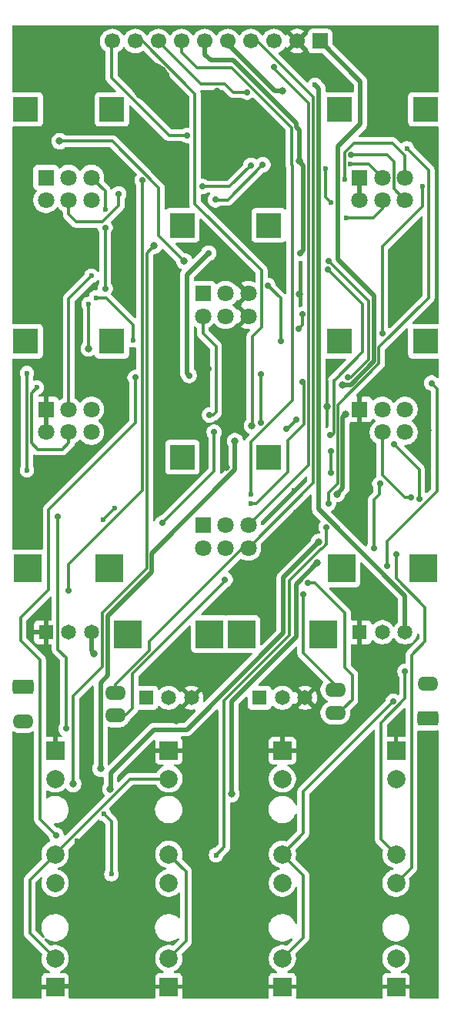
<source format=gbr>
%TF.GenerationSoftware,KiCad,Pcbnew,9.0.7*%
%TF.CreationDate,2026-01-03T22:14:51-05:00*%
%TF.ProjectId,lichen-crustose-control-board,6c696368-656e-42d6-9372-7573746f7365,1.0*%
%TF.SameCoordinates,Original*%
%TF.FileFunction,Copper,L1,Top*%
%TF.FilePolarity,Positive*%
%FSLAX46Y46*%
G04 Gerber Fmt 4.6, Leading zero omitted, Abs format (unit mm)*
G04 Created by KiCad (PCBNEW 9.0.7) date 2026-01-03 22:14:51*
%MOMM*%
%LPD*%
G01*
G04 APERTURE LIST*
G04 Aperture macros list*
%AMRoundRect*
0 Rectangle with rounded corners*
0 $1 Rounding radius*
0 $2 $3 $4 $5 $6 $7 $8 $9 X,Y pos of 4 corners*
0 Add a 4 corners polygon primitive as box body*
4,1,4,$2,$3,$4,$5,$6,$7,$8,$9,$2,$3,0*
0 Add four circle primitives for the rounded corners*
1,1,$1+$1,$2,$3*
1,1,$1+$1,$4,$5*
1,1,$1+$1,$6,$7*
1,1,$1+$1,$8,$9*
0 Add four rect primitives between the rounded corners*
20,1,$1+$1,$2,$3,$4,$5,0*
20,1,$1+$1,$4,$5,$6,$7,0*
20,1,$1+$1,$6,$7,$8,$9,0*
20,1,$1+$1,$8,$9,$2,$3,0*%
G04 Aperture macros list end*
%TA.AperFunction,ComponentPad*%
%ADD10R,3.116000X3.116000*%
%TD*%
%TA.AperFunction,ComponentPad*%
%ADD11R,1.650000X1.650000*%
%TD*%
%TA.AperFunction,ComponentPad*%
%ADD12C,1.650000*%
%TD*%
%TA.AperFunction,ComponentPad*%
%ADD13R,2.800000X2.800000*%
%TD*%
%TA.AperFunction,ComponentPad*%
%ADD14R,1.800000X1.800000*%
%TD*%
%TA.AperFunction,ComponentPad*%
%ADD15C,1.800000*%
%TD*%
%TA.AperFunction,ComponentPad*%
%ADD16R,2.000000X2.000000*%
%TD*%
%TA.AperFunction,ComponentPad*%
%ADD17C,2.000000*%
%TD*%
%TA.AperFunction,ComponentPad*%
%ADD18C,4.400000*%
%TD*%
%TA.AperFunction,ComponentPad*%
%ADD19RoundRect,0.249630X0.895370X0.535370X-0.895370X0.535370X-0.895370X-0.535370X0.895370X-0.535370X0*%
%TD*%
%TA.AperFunction,ComponentPad*%
%ADD20O,2.290000X1.570000*%
%TD*%
%TA.AperFunction,ComponentPad*%
%ADD21RoundRect,0.249630X-0.895370X-0.535370X0.895370X-0.535370X0.895370X0.535370X-0.895370X0.535370X0*%
%TD*%
%TA.AperFunction,ComponentPad*%
%ADD22R,1.700000X1.700000*%
%TD*%
%TA.AperFunction,ComponentPad*%
%ADD23C,1.700000*%
%TD*%
%TA.AperFunction,ViaPad*%
%ADD24C,0.800000*%
%TD*%
%TA.AperFunction,ViaPad*%
%ADD25C,0.700000*%
%TD*%
%TA.AperFunction,ViaPad*%
%ADD26C,0.600000*%
%TD*%
%TA.AperFunction,Conductor*%
%ADD27C,0.500000*%
%TD*%
%TA.AperFunction,Conductor*%
%ADD28C,0.300000*%
%TD*%
G04 APERTURE END LIST*
D10*
%TO.P,RV5,*%
%TO.N,*%
X114500000Y-177700000D03*
X123500000Y-177700000D03*
D11*
%TO.P,RV5,1,1*%
%TO.N,/Filters Sheet/CUTOFF_CV_ATTEN_L*%
X116500000Y-184700000D03*
D12*
%TO.P,RV5,2,2*%
X119000000Y-184700000D03*
%TO.P,RV5,3,3*%
%TO.N,GND*%
X121500000Y-184700000D03*
%TD*%
D13*
%TO.P,RV8,*%
%TO.N,*%
X120500000Y-132750000D03*
X130000000Y-132750000D03*
D14*
%TO.P,RV8,1,1*%
%TO.N,Net-(C3-Pad2)*%
X122750000Y-140250000D03*
D15*
%TO.P,RV8,2,2*%
%TO.N,Net-(R25-Pad1)*%
X125250000Y-140250000D03*
%TO.P,RV8,3,3*%
%TO.N,GND*%
X127750000Y-140250000D03*
%TO.P,RV8,4,4*%
%TO.N,Net-(C4-Pad2)*%
X122750000Y-142750000D03*
%TO.P,RV8,5,5*%
%TO.N,Net-(R27-Pad1)*%
X125250000Y-142750000D03*
%TO.P,RV8,6,6*%
%TO.N,GND*%
X127750000Y-142750000D03*
%TD*%
D16*
%TO.P,J8,S*%
%TO.N,GND*%
X144000000Y-216480000D03*
D17*
%TO.P,J8,T*%
%TO.N,/OUTPUT_FEEDBACK_R*%
X144000000Y-205080000D03*
%TO.P,J8,TN*%
%TO.N,unconnected-(J8-PadTN)*%
X144000000Y-213380000D03*
%TD*%
D16*
%TO.P,J3,S*%
%TO.N,GND*%
X106500000Y-216480000D03*
D17*
%TO.P,J3,T*%
%TO.N,PROGRAM_UNBUFFERED_R*%
X106500000Y-205080000D03*
%TO.P,J3,TN*%
%TO.N,PROGRAM_UNBUFFERED_L*%
X106500000Y-213380000D03*
%TD*%
D13*
%TO.P,RV4,*%
%TO.N,*%
X137750000Y-120000000D03*
X147250000Y-120000000D03*
D14*
%TO.P,RV4,1,1*%
%TO.N,/Amplifiers/CARRIER_UNAMPLIFIED_L*%
X140000000Y-127500000D03*
D15*
%TO.P,RV4,2,2*%
%TO.N,/Amplifiers/CARRER_AMPLIFICATION_R*%
X142500000Y-127500000D03*
%TO.P,RV4,3,3*%
%TO.N,/PROGRAM_CONNECTOR_R*%
X145000000Y-127500000D03*
%TO.P,RV4,4,4*%
%TO.N,/Amplifiers/CARRIER_UNAMPLIFIED_L*%
X140000000Y-130000000D03*
%TO.P,RV4,5,5*%
%TO.N,/Amplifiers/CARRIER_AMPLIFICATION_L*%
X142500000Y-130000000D03*
%TO.P,RV4,6,6*%
%TO.N,/CARRER_CONNECTOR_L*%
X145000000Y-130000000D03*
%TD*%
D10*
%TO.P,RV2,*%
%TO.N,*%
X138000000Y-170500000D03*
X147000000Y-170500000D03*
D11*
%TO.P,RV2,1,1*%
%TO.N,GND*%
X140000000Y-177500000D03*
D12*
%TO.P,RV2,2,2*%
%TO.N,Net-(R11-Pad1)*%
X142500000Y-177500000D03*
%TO.P,RV2,3,3*%
%TO.N,-2.5V*%
X145000000Y-177500000D03*
%TD*%
D13*
%TO.P,RV10,*%
%TO.N,*%
X103250000Y-145500000D03*
X112750000Y-145500000D03*
D14*
%TO.P,RV10,1,1*%
%TO.N,GND*%
X105500000Y-153000000D03*
D15*
%TO.P,RV10,2,2*%
%TO.N,/Amplifiers/FEEDBACK_MIX_R*%
X108000000Y-153000000D03*
%TO.P,RV10,3,3*%
%TO.N,/OUTPUT_FEEDBACK_R*%
X110500000Y-153000000D03*
%TO.P,RV10,4,4*%
%TO.N,GND*%
X105500000Y-155500000D03*
%TO.P,RV10,5,5*%
%TO.N,/Amplifiers/FEEDBACK_MIX_L*%
X108000000Y-155500000D03*
%TO.P,RV10,6,6*%
%TO.N,/OUTPUT_FEEDBACK_L*%
X110500000Y-155500000D03*
%TD*%
D16*
%TO.P,J2,S*%
%TO.N,GND*%
X119000000Y-190520000D03*
D17*
%TO.P,J2,T*%
%TO.N,CARRIER_UNBUFFERED_L*%
X119000000Y-201920000D03*
%TO.P,J2,TN*%
%TO.N,PROGRAM_UNBUFFERED_L*%
X119000000Y-193620000D03*
%TD*%
D13*
%TO.P,RV6,*%
%TO.N,*%
X120500000Y-158250000D03*
X130000000Y-158250000D03*
D14*
%TO.P,RV6,1,1*%
%TO.N,/Crossfaders/FILTER_OUT_L*%
X122750000Y-165750000D03*
D15*
%TO.P,RV6,2,2*%
X125250000Y-165750000D03*
%TO.P,RV6,3,3*%
%TO.N,/CONNECTOR_RM_L*%
X127750000Y-165750000D03*
%TO.P,RV6,4,4*%
%TO.N,/Crossfaders/FILTER_OUT_R*%
X122750000Y-168250000D03*
%TO.P,RV6,5,5*%
X125250000Y-168250000D03*
%TO.P,RV6,6,6*%
%TO.N,/CONNECTOR_RM_R*%
X127750000Y-168250000D03*
%TD*%
D16*
%TO.P,J1,S*%
%TO.N,GND*%
X106500000Y-190520000D03*
D17*
%TO.P,J1,T*%
%TO.N,PROGRAM_UNBUFFERED_L*%
X106500000Y-201920000D03*
%TO.P,J1,TN*%
%TO.N,unconnected-(J1-PadTN)*%
X106500000Y-193620000D03*
%TD*%
D16*
%TO.P,J6,S*%
%TO.N,GND*%
X131500000Y-216480000D03*
D17*
%TO.P,J6,T*%
%TO.N,/Filters Sheet/CUTOFF_CV_R*%
X131500000Y-205080000D03*
%TO.P,J6,TN*%
%TO.N,/Filters Sheet/CUTOFF_CV_L*%
X131500000Y-213380000D03*
%TD*%
D13*
%TO.P,RV3,*%
%TO.N,*%
X103250000Y-120000000D03*
X112750000Y-120000000D03*
D14*
%TO.P,RV3,1,1*%
%TO.N,/Amplifiers/PROGRAM_UNAMPLIFIED_L*%
X105500000Y-127500000D03*
D15*
%TO.P,RV3,2,2*%
%TO.N,/Amplifiers/PROGRAM_AMPLIFICATION_L*%
X108000000Y-127500000D03*
%TO.P,RV3,3,3*%
%TO.N,/Amplifiers/PROGRAM_AMPLIFIED_L*%
X110500000Y-127500000D03*
%TO.P,RV3,4,4*%
%TO.N,/Amplifiers/PROGRAM_UNAMPLIFIED_R*%
X105500000Y-130000000D03*
%TO.P,RV3,5,5*%
%TO.N,/Amplifiers/PROGRAM_AMPLIFICATION_R*%
X108000000Y-130000000D03*
%TO.P,RV3,6,6*%
%TO.N,/Amplifiers/PROGRAM_AMPLIFIED_R*%
X110500000Y-130000000D03*
%TD*%
D13*
%TO.P,RV9,*%
%TO.N,*%
X137750000Y-145500000D03*
X147250000Y-145500000D03*
D14*
%TO.P,RV9,1,1*%
%TO.N,GND*%
X140000000Y-153000000D03*
D15*
%TO.P,RV9,2,2*%
%TO.N,/OutputAttenuators/XFADE_OUT_UNATTENUATED_R*%
X142500000Y-153000000D03*
%TO.P,RV9,3,3*%
%TO.N,/Crossfaders/XFADE_OUT_R*%
X145000000Y-153000000D03*
%TO.P,RV9,4,4*%
%TO.N,GND*%
X140000000Y-155500000D03*
%TO.P,RV9,5,5*%
%TO.N,/OutputAttenuators/XFADE_OUT_UNATTENUATED_L*%
X142500000Y-155500000D03*
%TO.P,RV9,6,6*%
%TO.N,/Crossfaders/XFADE_OUT_L*%
X145000000Y-155500000D03*
%TD*%
D16*
%TO.P,J5,S*%
%TO.N,GND*%
X131500000Y-190520000D03*
D17*
%TO.P,J5,T*%
%TO.N,/Filters Sheet/CUTOFF_CV_L*%
X131500000Y-201920000D03*
%TO.P,J5,TN*%
%TO.N,unconnected-(J5-PadTN)*%
X131500000Y-193620000D03*
%TD*%
D16*
%TO.P,J4,S*%
%TO.N,GND*%
X119000000Y-216480000D03*
D17*
%TO.P,J4,T*%
%TO.N,CARRIER_UNBUFFERED_R*%
X119000000Y-205080000D03*
%TO.P,J4,TN*%
%TO.N,CARRIER_UNBUFFERED_L*%
X119000000Y-213380000D03*
%TD*%
D10*
%TO.P,RV7,*%
%TO.N,*%
X127000000Y-177700000D03*
X136000000Y-177700000D03*
D11*
%TO.P,RV7,1,1*%
%TO.N,/Filters Sheet/CUTOFF_CV_ATTEN_R*%
X129000000Y-184700000D03*
D12*
%TO.P,RV7,2,2*%
X131500000Y-184700000D03*
%TO.P,RV7,3,3*%
%TO.N,GND*%
X134000000Y-184700000D03*
%TD*%
D18*
%TO.P,H3,1,1*%
%TO.N,GND*%
X117000000Y-117000000D03*
%TD*%
D16*
%TO.P,J7,S*%
%TO.N,GND*%
X144000000Y-190520000D03*
D17*
%TO.P,J7,T*%
%TO.N,/OUTPUT_FEEDBACK_L*%
X144000000Y-201920000D03*
%TO.P,J7,TN*%
%TO.N,unconnected-(J7-PadTN)*%
X144000000Y-193620000D03*
%TD*%
D10*
%TO.P,RV1,*%
%TO.N,*%
X103500000Y-170500000D03*
X112500000Y-170500000D03*
D11*
%TO.P,RV1,1,1*%
%TO.N,GND*%
X105500000Y-177500000D03*
D12*
%TO.P,RV1,2,2*%
%TO.N,Net-(R12-Pad1)*%
X108000000Y-177500000D03*
%TO.P,RV1,3,3*%
%TO.N,-2.5V*%
X110500000Y-177500000D03*
%TD*%
D19*
%TO.P,U1,1,-*%
%TO.N,Net-(U1--)*%
X147500000Y-187000000D03*
D20*
%TO.P,U1,2,+*%
%TO.N,/Filters Sheet/CUTOFF_CV_L*%
X147500000Y-183190000D03*
%TO.P,U1,3*%
%TO.N,/Crossfaders/FILTER_OUT_L*%
X137340000Y-183830000D03*
%TO.P,U1,4*%
%TO.N,/CONNECTOR_RM_L*%
X137340000Y-186360000D03*
%TD*%
D21*
%TO.P,U2,1,-*%
%TO.N,Net-(U2--)*%
X103000000Y-183500000D03*
D20*
%TO.P,U2,2,+*%
%TO.N,/Filters Sheet/CUTOFF_CV_R*%
X103000000Y-187310000D03*
%TO.P,U2,3*%
%TO.N,/Crossfaders/FILTER_OUT_R*%
X113160000Y-186670000D03*
%TO.P,U2,4*%
%TO.N,/CONNECTOR_RM_R*%
X113160000Y-184140000D03*
%TD*%
D18*
%TO.P,H2,1,1*%
%TO.N,GND*%
X137750000Y-210000000D03*
%TD*%
%TO.P,H1,1,1*%
%TO.N,GND*%
X112750000Y-210000000D03*
%TD*%
D22*
%TO.P,CONN1,1,Pin_1*%
%TO.N,+12V*%
X135650000Y-112500000D03*
D23*
%TO.P,CONN1,2,Pin_2*%
%TO.N,GND*%
X133110000Y-112500000D03*
%TO.P,CONN1,3,Pin_3*%
%TO.N,/CONNECTOR_RM_L*%
X130570000Y-112500000D03*
%TO.P,CONN1,4,Pin_4*%
%TO.N,/CONNECTOR_RM_R*%
X128030000Y-112500000D03*
%TO.P,CONN1,5,Pin_5*%
%TO.N,-2.5V*%
X125490000Y-112500000D03*
%TO.P,CONN1,6,Pin_6*%
%TO.N,-12V*%
X122950000Y-112500000D03*
%TO.P,CONN1,7,Pin_7*%
%TO.N,/PROGRAM_CONNECTOR_L*%
X120410000Y-112500000D03*
%TO.P,CONN1,8,Pin_8*%
%TO.N,/CARRER_CONNECTOR_L*%
X117870000Y-112500000D03*
%TO.P,CONN1,9,Pin_9*%
%TO.N,/CARRIER_CONNECTOR_R*%
X115330000Y-112500000D03*
%TO.P,CONN1,10,Pin_10*%
%TO.N,/PROGRAM_CONNECTOR_R*%
X112790000Y-112500000D03*
%TD*%
D24*
%TO.N,GND*%
X137000000Y-148000000D03*
X121500000Y-182700000D03*
X144900000Y-145100000D03*
X147500000Y-123400000D03*
X141600000Y-122500000D03*
X143700000Y-119500000D03*
X144500000Y-112000000D03*
X104400000Y-112200000D03*
X108100000Y-113000000D03*
X105300000Y-116100000D03*
X107500000Y-119300000D03*
X110100000Y-117100000D03*
X108600000Y-117700000D03*
X108600000Y-121200000D03*
X105700000Y-148800000D03*
X102600000Y-129200000D03*
X102300000Y-138800000D03*
X106100000Y-141400000D03*
X114400000Y-140000000D03*
X113700000Y-148800000D03*
X109500000Y-158300000D03*
X107700000Y-160200000D03*
X103100000Y-162900000D03*
X102700000Y-166400000D03*
X105500000Y-175400000D03*
X106400000Y-187000000D03*
X106100000Y-185300000D03*
X102300000Y-216500000D03*
X102600000Y-213200000D03*
X104600000Y-200000000D03*
X105600000Y-207100000D03*
X108900000Y-208500000D03*
X109700000Y-211100000D03*
X111300000Y-216000000D03*
X114800000Y-216300000D03*
X115400000Y-209300000D03*
X118300000Y-207100000D03*
X115500000Y-206400000D03*
X122300000Y-211200000D03*
X122200000Y-216100000D03*
X125500000Y-211600000D03*
X129000000Y-216100000D03*
X124900000Y-215500000D03*
X125300000Y-208600000D03*
X125400000Y-203000000D03*
X128500000Y-186500000D03*
X128100000Y-196800000D03*
X130200000Y-199300000D03*
X128900000Y-201300000D03*
X131600000Y-207600000D03*
X128200000Y-207700000D03*
X128000000Y-212100000D03*
X147400000Y-211100000D03*
X147300000Y-214500000D03*
X136000000Y-216000000D03*
X139900000Y-216100000D03*
X141100000Y-213300000D03*
X147300000Y-195100000D03*
X148000000Y-191400000D03*
X147600000Y-201300000D03*
X147400000Y-207300000D03*
X135300000Y-202000000D03*
X137200000Y-206200000D03*
X140900000Y-207300000D03*
X140500000Y-202900000D03*
X138100000Y-199900000D03*
X135500000Y-196600000D03*
X140500000Y-195700000D03*
X138400000Y-195600000D03*
X128400000Y-190700000D03*
X135500000Y-190400000D03*
X140600000Y-186100000D03*
X143200000Y-183000000D03*
X141400000Y-183500000D03*
X141500000Y-179200000D03*
X128500000Y-173300000D03*
X128300000Y-170600000D03*
X130200000Y-171200000D03*
X132500000Y-168300000D03*
X147500000Y-155300000D03*
X147200000Y-157700000D03*
X147400000Y-153200000D03*
X148000000Y-142500000D03*
X143000000Y-149600000D03*
X146300000Y-150300000D03*
X141000000Y-112300000D03*
X142700000Y-118200000D03*
X143300000Y-121400000D03*
X144200000Y-114900000D03*
X147200000Y-112800000D03*
X144100000Y-137600000D03*
X146100000Y-137700000D03*
X144300000Y-140600000D03*
X145600000Y-134800000D03*
X138600000Y-173400000D03*
X130100000Y-173400000D03*
D25*
%TO.N,/Crossfaders/FILTER_OUT_R*%
X125200000Y-171700000D03*
D24*
%TO.N,GND*%
X133400000Y-140300000D03*
X141000000Y-150600000D03*
X113350000Y-190100000D03*
X116600000Y-191100000D03*
X108600000Y-216400000D03*
X104300000Y-216480000D03*
X103770000Y-190500000D03*
D26*
X140300000Y-165700000D03*
D24*
X105500000Y-158400000D03*
X102300000Y-153000000D03*
D26*
%TO.N,/PROGRAM_L_XFADE*%
X103400000Y-159700000D03*
X103400000Y-149000000D03*
%TO.N,GND*%
X123400000Y-138241877D03*
X119300000Y-139600000D03*
X126400000Y-151070000D03*
D24*
X128350000Y-193900000D03*
D26*
X123500000Y-148500000D03*
D24*
X148200000Y-189950000D03*
D25*
X124250000Y-126200000D03*
D24*
X136400000Y-152700000D03*
D26*
X117700000Y-150500000D03*
D25*
X124294975Y-117935025D03*
D26*
X140300000Y-160600000D03*
X108800000Y-197900000D03*
D24*
X126500000Y-172200000D03*
X132000000Y-181900000D03*
D26*
X116300000Y-198400000D03*
X132800000Y-161900000D03*
D24*
X102300000Y-155500000D03*
X131500000Y-138750000D03*
D25*
X126800000Y-123550000D03*
D24*
X122150000Y-192800000D03*
X141350000Y-174900000D03*
D25*
X126800000Y-121450000D03*
D24*
X133000000Y-164400000D03*
X125350000Y-159400000D03*
D25*
X116200000Y-200500000D03*
D24*
X119800000Y-187250000D03*
X140250000Y-191850000D03*
%TO.N,-2.5V*%
X131500000Y-118000000D03*
X110775000Y-179825000D03*
D26*
X135100000Y-117300000D03*
D25*
%TO.N,-12V*%
X133500000Y-135800000D03*
X123400000Y-135800000D03*
D24*
X135526000Y-167574000D03*
D25*
X121249999Y-149254612D03*
D24*
X112569669Y-194769669D03*
X133400000Y-125650000D03*
%TO.N,+12V*%
X135300000Y-169900000D03*
X138450000Y-153500000D03*
X125900000Y-195300000D03*
X137500000Y-162298159D03*
X111500000Y-192500000D03*
X126300000Y-156500000D03*
X138100000Y-150300000D03*
D25*
%TO.N,/Crossfaders/FILTER_OUT_L*%
X133800000Y-173300000D03*
D26*
X128000000Y-163355000D03*
D25*
X133700000Y-150000000D03*
D26*
%TO.N,Net-(OP3C--)*%
X110200000Y-141400000D03*
D24*
X110200000Y-146300000D03*
D25*
%TO.N,/Crossfaders/XFADE_OUT_R*%
X133299999Y-144137950D03*
X133700000Y-142558051D03*
%TO.N,/OUTPUT_FEEDBACK_L*%
X145000000Y-181800000D03*
X142223538Y-161180000D03*
X141599000Y-168300000D03*
%TO.N,Net-(C3-Pad2)*%
X129919669Y-139400000D03*
X131300000Y-145500000D03*
D26*
%TO.N,/OUTPUT_FEEDBACK_R*%
X113059620Y-163840380D03*
X111800000Y-165100000D03*
D25*
X144000000Y-168900000D03*
D26*
%TO.N,Net-(OP1D--)*%
X111837120Y-197482120D03*
X112700000Y-204100000D03*
D25*
%TO.N,/CONNECTOR_RM_L*%
X130580025Y-115319975D03*
X134316640Y-172027682D03*
%TO.N,Net-(C4-Pad2)*%
X123500000Y-153600000D03*
D24*
%TO.N,/CARRIER_CONNECTOR_R*%
X128155808Y-154804910D03*
D25*
%TO.N,/CARRER_CONNECTOR_L*%
X139069975Y-125019975D03*
X127590687Y-118100000D03*
%TO.N,/PROGRAM_CONNECTOR_R*%
X121050000Y-122850000D03*
D26*
X138350000Y-127700000D03*
D24*
%TO.N,/Amplifiers/CARRIER_IN_R*%
X117400000Y-135000000D03*
X108500000Y-194200000D03*
D25*
%TO.N,/Amplifiers/CARRIER_IN_L*%
X136550000Y-163375813D03*
D26*
X145200000Y-124300000D03*
D25*
X136325999Y-165939370D03*
D26*
X124200000Y-202000000D03*
D25*
%TO.N,/Filters Sheet/CUTOFF_CV_L*%
X143700000Y-185100000D03*
%TO.N,/PROGRAM_L_XFADE*%
X136600000Y-136700000D03*
X106800000Y-164800000D03*
X107700000Y-188100000D03*
X138724852Y-149468630D03*
D24*
X120700000Y-136700000D03*
X107000000Y-123500000D03*
D25*
%TO.N,Net-(OP3C-+)*%
X124000000Y-155500000D03*
X118300000Y-165500000D03*
%TO.N,Net-(OP3A-+)*%
X131900000Y-155100000D03*
X133050000Y-154150000D03*
X129100000Y-154500000D03*
X129100000Y-149112348D03*
D26*
%TO.N,/PROGRAM_R_XFADE*%
X111000000Y-140700000D03*
D25*
X115300000Y-149500000D03*
X106600000Y-199800000D03*
D26*
X115100000Y-145400000D03*
D25*
%TO.N,Net-(OP4D--)*%
X136750000Y-155800000D03*
X136850000Y-157550000D03*
X136850000Y-159950000D03*
X136479334Y-137591877D03*
D26*
%TO.N,/Amplifiers/CARRIER_AMPLIFICATION_L*%
X136850000Y-130250000D03*
D25*
X116100000Y-127800000D03*
D26*
X136249000Y-126500000D03*
X138500000Y-131900000D03*
D25*
X108000000Y-172900000D03*
%TO.N,/Amplifiers/CARRER_AMPLIFICATION_R*%
X147900000Y-150100000D03*
D26*
X139000000Y-126000000D03*
D25*
X142500000Y-144650000D03*
D26*
X146900000Y-128500000D03*
D25*
X143000000Y-170225314D03*
%TO.N,/Amplifiers/PROGRAM_AMPLIFICATION_R*%
X113500000Y-129300000D03*
X122699999Y-128489949D03*
X128050000Y-126150000D03*
D26*
%TO.N,/Amplifiers/FEEDBACK_MIX_L*%
X104500000Y-150600000D03*
%TO.N,/Amplifiers/FEEDBACK_MIX_R*%
X110500000Y-138300000D03*
%TO.N,/Amplifiers/PROGRAM_AMPLIFIED_L*%
X112000000Y-131000000D03*
D25*
X112000000Y-139700000D03*
X112000000Y-133000000D03*
%TO.N,/Amplifiers/PROGRAM_AMPLIFIED_R*%
X129350000Y-126100000D03*
X124155025Y-129944975D03*
%TO.N,/OutputAttenuators/XFADE_OUT_UNATTENUATED_L*%
X145656265Y-162693735D03*
%TO.N,/OutputAttenuators/XFADE_OUT_UNATTENUATED_R*%
X143750000Y-156850000D03*
X146555025Y-162855025D03*
D26*
%TO.N,/PROGRAM_CONNECTOR_L*%
X128000000Y-162300000D03*
%TO.N,GND*%
X108869620Y-200469620D03*
%TD*%
D27*
%TO.N,GND*%
X146300000Y-150300000D02*
X146300000Y-149900000D01*
X146300000Y-149900000D02*
X146000000Y-149600000D01*
X146000000Y-149600000D02*
X143000000Y-149600000D01*
D28*
%TO.N,/CONNECTOR_RM_R*%
X113160000Y-184140000D02*
X113160000Y-184040000D01*
X113160000Y-184040000D02*
X113180000Y-184020000D01*
X113180000Y-184020000D02*
X113180000Y-183220000D01*
X113180000Y-183220000D02*
X116900000Y-179500000D01*
X116900000Y-179500000D02*
X116900000Y-178500000D01*
X116900000Y-178500000D02*
X127150000Y-168250000D01*
X127150000Y-168250000D02*
X127750000Y-168250000D01*
D27*
%TO.N,GND*%
X104300000Y-216480000D02*
X106500000Y-216480000D01*
X106580000Y-216400000D02*
X106500000Y-216480000D01*
X108600000Y-216400000D02*
X106580000Y-216400000D01*
D28*
%TO.N,/OUTPUT_FEEDBACK_R*%
X113059620Y-163840380D02*
X111800000Y-165100000D01*
%TO.N,/Amplifiers/FEEDBACK_MIX_L*%
X108000000Y-155500000D02*
X108000000Y-156700000D01*
X107300000Y-157400000D02*
X104600000Y-157400000D01*
X108000000Y-156700000D02*
X107300000Y-157400000D01*
X103900000Y-156700000D02*
X103900000Y-151200000D01*
X104600000Y-157400000D02*
X103900000Y-156700000D01*
X103900000Y-151200000D02*
X104500000Y-150600000D01*
%TO.N,/PROGRAM_L_XFADE*%
X103400000Y-159700000D02*
X103400000Y-149000000D01*
D27*
%TO.N,GND*%
X105500000Y-155500000D02*
X105500000Y-153000000D01*
X140000000Y-153000000D02*
X140000000Y-155500000D01*
X140000000Y-151600000D02*
X141000000Y-150600000D01*
X140000000Y-153000000D02*
X140000000Y-151600000D01*
%TO.N,-2.5V*%
X125490000Y-112790000D02*
X125490000Y-112500000D01*
X135499000Y-163981000D02*
X145000000Y-173482000D01*
X135499000Y-117699000D02*
X135499000Y-163981000D01*
X135100000Y-117300000D02*
X135499000Y-117699000D01*
X110500000Y-179550000D02*
X110500000Y-177500000D01*
X131500000Y-118000000D02*
X130700000Y-118000000D01*
X130700000Y-118000000D02*
X125490000Y-112790000D01*
X110775000Y-179825000D02*
X110500000Y-179550000D01*
X145000000Y-173482000D02*
X145000000Y-177500000D01*
%TO.N,-12V*%
X121000000Y-149004613D02*
X121249999Y-149254612D01*
X123500000Y-112500000D02*
X122950000Y-112500000D01*
X133800000Y-126175000D02*
X133800000Y-135500000D01*
X133028000Y-121528000D02*
X126100000Y-114600000D01*
X126100000Y-114600000D02*
X123600000Y-114600000D01*
X121000000Y-138200000D02*
X121000000Y-149004613D01*
X133400000Y-122300000D02*
X133028000Y-121928000D01*
X131600000Y-177600000D02*
X131600000Y-171500000D01*
X133400000Y-125775000D02*
X133800000Y-126175000D01*
X112588120Y-193011880D02*
X117398000Y-188202000D01*
X123400000Y-135800000D02*
X121000000Y-138200000D01*
X112588120Y-194751218D02*
X112588120Y-193011880D01*
X122950000Y-113950000D02*
X122950000Y-112500000D01*
X112569669Y-194769669D02*
X112588120Y-194751218D01*
X133028000Y-121928000D02*
X133028000Y-121528000D01*
X131600000Y-171500000D02*
X135526000Y-167574000D01*
X133400000Y-125650000D02*
X133400000Y-122300000D01*
X133400000Y-125650000D02*
X133400000Y-125775000D01*
X123600000Y-114600000D02*
X122950000Y-113950000D01*
X120998000Y-188202000D02*
X131600000Y-177600000D01*
X117398000Y-188202000D02*
X120998000Y-188202000D01*
X133800000Y-135500000D02*
X133500000Y-135800000D01*
%TO.N,+12V*%
X112308032Y-182264000D02*
X112308032Y-175691968D01*
X117128000Y-170872000D02*
X117128000Y-168825496D01*
X135300000Y-169900000D02*
X133000000Y-172200000D01*
X138157000Y-153842998D02*
X138157000Y-155776274D01*
X138499998Y-153500000D02*
X138157000Y-153842998D01*
X133000000Y-172200000D02*
X133000000Y-178000000D01*
X125917366Y-195300000D02*
X125900000Y-195300000D01*
X138157000Y-155994983D02*
X138157000Y-155994988D01*
X140100000Y-121600000D02*
X140100000Y-116950000D01*
X137600000Y-124100000D02*
X140100000Y-121600000D01*
X125900000Y-195282634D02*
X125917366Y-195300000D01*
X126300000Y-159653496D02*
X126300000Y-156500000D01*
X138157000Y-155994988D02*
X138128000Y-156023988D01*
X133000000Y-178000000D02*
X125900000Y-185100000D01*
X138157004Y-155994979D02*
X138157000Y-155994983D01*
X138157000Y-155776274D02*
X138157004Y-155994979D01*
X111500000Y-183072032D02*
X112308032Y-182264000D01*
X138450000Y-153500000D02*
X138499998Y-153500000D01*
X140100000Y-116950000D02*
X135650000Y-112500000D01*
X138128000Y-161670159D02*
X137500000Y-162298159D01*
X139024854Y-150300000D02*
X141600000Y-147724854D01*
X111500000Y-192500000D02*
X111500000Y-183072032D01*
X141600000Y-140500000D02*
X137600000Y-136500000D01*
X125900000Y-185100000D02*
X125900000Y-195282634D01*
X117128000Y-168825496D02*
X126300000Y-159653496D01*
X112308032Y-175691968D02*
X117128000Y-170872000D01*
X141600000Y-147724854D02*
X141600000Y-140500000D01*
X138128000Y-156023988D02*
X138128000Y-161670159D01*
X137600000Y-136500000D02*
X137600000Y-124100000D01*
X138100000Y-150300000D02*
X139024854Y-150300000D01*
D28*
%TO.N,/Crossfaders/FILTER_OUT_L*%
X132100000Y-159900000D02*
X132100000Y-156400000D01*
X133900000Y-154600000D02*
X133900000Y-150200000D01*
X132100000Y-156400000D02*
X133900000Y-154600000D01*
X128645000Y-163355000D02*
X132100000Y-159900000D01*
X133900000Y-150200000D02*
X133700000Y-150000000D01*
X128000000Y-163355000D02*
X128645000Y-163355000D01*
X137340000Y-183330000D02*
X137340000Y-183830000D01*
X133800000Y-173300000D02*
X133800000Y-179790000D01*
X133800000Y-179790000D02*
X137340000Y-183330000D01*
%TO.N,Net-(OP3C--)*%
X110200000Y-141400000D02*
X110200000Y-146300000D01*
%TO.N,/Crossfaders/XFADE_OUT_R*%
X133700000Y-143737948D02*
X133700000Y-142558051D01*
X133299999Y-144137950D02*
X133700000Y-143737948D01*
%TO.N,/OUTPUT_FEEDBACK_L*%
X144000000Y-201920000D02*
X142344308Y-200264308D01*
X142344308Y-200264308D02*
X142344308Y-187447056D01*
X141600000Y-168299000D02*
X141599000Y-168300000D01*
X142153538Y-162346462D02*
X141600000Y-162900000D01*
X145000000Y-184791364D02*
X145000000Y-181800000D01*
X142344308Y-187447056D02*
X145000000Y-184791364D01*
X142153538Y-161250000D02*
X142153538Y-162346462D01*
X141600000Y-162900000D02*
X141600000Y-168299000D01*
X142223538Y-161180000D02*
X142153538Y-161250000D01*
%TO.N,Net-(C3-Pad2)*%
X131300000Y-145500000D02*
X131300000Y-140780331D01*
X131300000Y-140780331D02*
X129919669Y-139400000D01*
%TO.N,PROGRAM_UNBUFFERED_L*%
X106500000Y-201900000D02*
X106500000Y-201920000D01*
X103700000Y-210580000D02*
X106500000Y-213380000D01*
X103700000Y-204720000D02*
X103700000Y-210580000D01*
X106500000Y-201920000D02*
X103700000Y-204720000D01*
X114780000Y-193620000D02*
X106500000Y-201900000D01*
X119000000Y-193620000D02*
X114780000Y-193620000D01*
%TO.N,/OUTPUT_FEEDBACK_R*%
X144000000Y-168900000D02*
X144000000Y-171600000D01*
X145700000Y-179996704D02*
X145700000Y-203380000D01*
X147200000Y-178496704D02*
X145700000Y-179996704D01*
X144000000Y-171600000D02*
X147200000Y-174800000D01*
X147200000Y-174800000D02*
X147200000Y-178496704D01*
X145700000Y-203380000D02*
X144000000Y-205080000D01*
%TO.N,CARRIER_UNBUFFERED_L*%
X119000000Y-213380000D02*
X120900000Y-211480000D01*
X120900000Y-211480000D02*
X120900000Y-203820000D01*
X120900000Y-203820000D02*
X119000000Y-201920000D01*
%TO.N,Net-(OP1D--)*%
X111837120Y-197482120D02*
X112700000Y-198345000D01*
X112700000Y-198345000D02*
X112700000Y-204100000D01*
%TO.N,/CONNECTOR_RM_L*%
X130580025Y-115319975D02*
X130580025Y-115480025D01*
X137840000Y-185860000D02*
X138240000Y-185860000D01*
X134400000Y-119300000D02*
X134400000Y-159100000D01*
X134400000Y-159100000D02*
X127750000Y-165750000D01*
X138400000Y-181400000D02*
X138400000Y-175400000D01*
X130580025Y-115480025D02*
X134400000Y-119300000D01*
X138400000Y-175400000D02*
X135027682Y-172027682D01*
X139200000Y-182200000D02*
X138400000Y-181400000D01*
X135027682Y-172027682D02*
X134316640Y-172027682D01*
X137340000Y-186360000D02*
X137840000Y-185860000D01*
X139200000Y-184900000D02*
X139200000Y-182200000D01*
X138240000Y-185860000D02*
X139200000Y-184900000D01*
%TO.N,Net-(C4-Pad2)*%
X123900000Y-153600000D02*
X124200000Y-153300000D01*
X124200000Y-153300000D02*
X124200000Y-146100000D01*
X122750000Y-144650000D02*
X122750000Y-142750000D01*
X123500000Y-153600000D02*
X123900000Y-153600000D01*
X124200000Y-146100000D02*
X122750000Y-144650000D01*
%TO.N,/CARRIER_CONNECTOR_R*%
X116107659Y-112500000D02*
X115330000Y-112500000D01*
X128200000Y-154760718D02*
X128200000Y-145000000D01*
X129219669Y-137719669D02*
X121900000Y-130400000D01*
X121900000Y-118292341D02*
X116107659Y-112500000D01*
X121900000Y-130400000D02*
X121900000Y-118292341D01*
X128200000Y-145000000D02*
X129219669Y-143980331D01*
X128155808Y-154804910D02*
X128200000Y-154760718D01*
X129219669Y-143980331D02*
X129219669Y-137719669D01*
%TO.N,/CARRER_CONNECTOR_L*%
X143000000Y-125000000D02*
X143750000Y-125750000D01*
X127590687Y-118100000D02*
X126100000Y-118100000D01*
X117870000Y-112570000D02*
X117870000Y-112500000D01*
X126100000Y-118100000D02*
X125200000Y-117200000D01*
X143750000Y-128750000D02*
X145000000Y-130000000D01*
X139069975Y-125019975D02*
X139169975Y-125019975D01*
X139189950Y-125000000D02*
X143000000Y-125000000D01*
X125200000Y-117200000D02*
X122500000Y-117200000D01*
X143750000Y-125750000D02*
X143750000Y-128750000D01*
X139169975Y-125019975D02*
X139189950Y-125000000D01*
X122500000Y-117200000D02*
X117870000Y-112570000D01*
%TO.N,/PROGRAM_CONNECTOR_R*%
X145000000Y-125100000D02*
X145000000Y-127500000D01*
X119050000Y-122850000D02*
X112700000Y-116500000D01*
X121050000Y-122850000D02*
X119050000Y-122850000D01*
X143600000Y-123700000D02*
X145000000Y-125100000D01*
X138350000Y-124750000D02*
X139400000Y-123700000D01*
X112700000Y-112590000D02*
X112790000Y-112500000D01*
X138350000Y-127700000D02*
X138350000Y-124750000D01*
X139400000Y-123700000D02*
X143600000Y-123700000D01*
X112700000Y-116500000D02*
X112700000Y-112590000D01*
%TO.N,/Amplifiers/CARRIER_IN_R*%
X116600000Y-135800000D02*
X117400000Y-135000000D01*
X111700000Y-181312075D02*
X111700000Y-175400000D01*
X111700000Y-175400000D02*
X116600000Y-170500000D01*
X116600000Y-170500000D02*
X116600000Y-135800000D01*
X108500000Y-194200000D02*
X108500000Y-184512075D01*
X108500000Y-184512075D02*
X111700000Y-181312075D01*
%TO.N,/Amplifiers/CARRIER_IN_L*%
X132300000Y-177800000D02*
X125100000Y-185000000D01*
X137629000Y-155557575D02*
X137629000Y-152471000D01*
X132300000Y-171800000D02*
X132300000Y-177800000D01*
X147600000Y-140700000D02*
X147600000Y-126700000D01*
X136300000Y-167800000D02*
X136277000Y-167823000D01*
X136325999Y-165939370D02*
X136300000Y-165965369D01*
X137629000Y-155776283D02*
X137628996Y-155557579D01*
X136277000Y-167885075D02*
X135837075Y-168325000D01*
X142128000Y-147972000D02*
X142128000Y-146172000D01*
X137600000Y-161136084D02*
X137600000Y-155805283D01*
X147600000Y-126700000D02*
X145200000Y-124300000D01*
X142128000Y-146172000D02*
X147600000Y-140700000D01*
X137600000Y-155805283D02*
X137629000Y-155776283D01*
X135837075Y-168325000D02*
X135775000Y-168325000D01*
X136550000Y-162186084D02*
X137600000Y-161136084D01*
X137628996Y-155557579D02*
X137629000Y-155557575D01*
X125100000Y-185000000D02*
X125100000Y-201100000D01*
X136277000Y-167823000D02*
X136277000Y-167885075D01*
X136300000Y-165965369D02*
X136300000Y-167800000D01*
X135775000Y-168325000D02*
X132300000Y-171800000D01*
X125100000Y-201100000D02*
X124200000Y-202000000D01*
X137629000Y-152471000D02*
X142128000Y-147972000D01*
X136550000Y-163375813D02*
X136550000Y-162186084D01*
%TO.N,/Filters Sheet/CUTOFF_CV_L*%
X133800000Y-195000000D02*
X133800000Y-199620000D01*
X133800000Y-199620000D02*
X131500000Y-201920000D01*
X133800000Y-204220000D02*
X131500000Y-201920000D01*
X143700000Y-185100000D02*
X133800000Y-195000000D01*
X131500000Y-213380000D02*
X133800000Y-211080000D01*
X133800000Y-211080000D02*
X133800000Y-204220000D01*
%TO.N,/PROGRAM_L_XFADE*%
X138724852Y-149468630D02*
X139031370Y-149468630D01*
X117900000Y-133900000D02*
X120700000Y-136700000D01*
X112800000Y-123500000D02*
X117900000Y-128600000D01*
X141000000Y-141100000D02*
X136600000Y-136700000D01*
X139031370Y-149468630D02*
X141000000Y-147500000D01*
X107000000Y-123500000D02*
X112800000Y-123500000D01*
X117900000Y-128600000D02*
X117900000Y-133900000D01*
X107700000Y-180300000D02*
X107700000Y-188100000D01*
X106800000Y-179400000D02*
X107700000Y-180300000D01*
X141000000Y-147500000D02*
X141000000Y-141100000D01*
X106800000Y-164800000D02*
X106800000Y-179400000D01*
%TO.N,Net-(OP3C-+)*%
X124000000Y-155500000D02*
X124000000Y-159800000D01*
X124000000Y-159800000D02*
X118300000Y-165500000D01*
%TO.N,Net-(OP3A-+)*%
X132100000Y-155100000D02*
X131900000Y-155100000D01*
X129100000Y-154500000D02*
X129100000Y-149112348D01*
X133050000Y-154150000D02*
X132100000Y-155100000D01*
%TO.N,/PROGRAM_R_XFADE*%
X105800000Y-164000000D02*
X115300000Y-154500000D01*
X105800000Y-172800000D02*
X105800000Y-164000000D01*
X106600000Y-199800000D02*
X104844308Y-198044308D01*
X115300000Y-154500000D02*
X115300000Y-149500000D01*
X115100000Y-145400000D02*
X115100000Y-143700000D01*
X112100000Y-140700000D02*
X111000000Y-140700000D01*
X104844308Y-198044308D02*
X104844308Y-180544308D01*
X104844308Y-180544308D02*
X102700000Y-178400000D01*
X102700000Y-178400000D02*
X102700000Y-175900000D01*
X115100000Y-143700000D02*
X112100000Y-140700000D01*
X102700000Y-175900000D02*
X105800000Y-172800000D01*
%TO.N,Net-(OP4D--)*%
X136850000Y-159950000D02*
X136850000Y-157550000D01*
X137198999Y-149758994D02*
X137241006Y-149758994D01*
X137200000Y-151700000D02*
X137200000Y-149759995D01*
X136491877Y-137591877D02*
X136479334Y-137591877D01*
X140300000Y-146700000D02*
X140300000Y-141400000D01*
X140300000Y-141400000D02*
X136491877Y-137591877D01*
X137000000Y-155800000D02*
X137201000Y-155599000D01*
X137201000Y-151701000D02*
X137200000Y-151700000D01*
X137241006Y-149758994D02*
X140300000Y-146700000D01*
X137200000Y-149759995D02*
X137198999Y-149758994D01*
X137201000Y-155599000D02*
X137201000Y-151701000D01*
X136750000Y-155800000D02*
X137000000Y-155800000D01*
%TO.N,/Amplifiers/CARRIER_AMPLIFICATION_L*%
X136249000Y-129649000D02*
X136249000Y-126500000D01*
X138500000Y-131900000D02*
X141500000Y-131900000D01*
X108000000Y-172900000D02*
X108000000Y-170000000D01*
X141500000Y-131900000D02*
X142500000Y-130900000D01*
X136850000Y-130250000D02*
X136249000Y-129649000D01*
X116100000Y-161900000D02*
X116100000Y-127800000D01*
X142500000Y-130900000D02*
X142500000Y-130000000D01*
X108000000Y-170000000D02*
X116100000Y-161900000D01*
%TO.N,/Amplifiers/CARRER_AMPLIFICATION_R*%
X142500000Y-144650000D02*
X142500000Y-135100000D01*
X146900000Y-130700000D02*
X146900000Y-128500000D01*
X142500000Y-135100000D02*
X146900000Y-130700000D01*
X147900000Y-150100000D02*
X148500000Y-150700000D01*
X148500000Y-162000000D02*
X143000000Y-167500000D01*
X141000000Y-126000000D02*
X142500000Y-127500000D01*
X139000000Y-126000000D02*
X141000000Y-126000000D01*
X148500000Y-150700000D02*
X148500000Y-162000000D01*
X142500000Y-144700000D02*
X142500000Y-144650000D01*
X143000000Y-167500000D02*
X143000000Y-170225314D01*
%TO.N,/Amplifiers/PROGRAM_AMPLIFICATION_R*%
X111700000Y-132350000D02*
X108800000Y-132350000D01*
X122699999Y-128489949D02*
X125710051Y-128489949D01*
X108000000Y-131550000D02*
X108000000Y-130000000D01*
X113500000Y-130550000D02*
X111700000Y-132350000D01*
X113500000Y-129300000D02*
X113500000Y-130550000D01*
X125710051Y-128489949D02*
X128050000Y-126150000D01*
X108800000Y-132350000D02*
X108000000Y-131550000D01*
%TO.N,/Amplifiers/FEEDBACK_MIX_R*%
X108000000Y-140812075D02*
X108000000Y-153000000D01*
X108351000Y-140461075D02*
X108000000Y-140812075D01*
X110500000Y-138300000D02*
X108351000Y-140449000D01*
X108351000Y-140449000D02*
X108351000Y-140461075D01*
%TO.N,/Amplifiers/PROGRAM_AMPLIFIED_L*%
X112000000Y-131000000D02*
X112000000Y-129000000D01*
X112000000Y-129000000D02*
X110500000Y-127500000D01*
X112000000Y-139700000D02*
X112000000Y-133000000D01*
%TO.N,/Amplifiers/PROGRAM_AMPLIFIED_R*%
X124160050Y-129950000D02*
X125500000Y-129950000D01*
X125500000Y-129950000D02*
X129350000Y-126100000D01*
X124155025Y-129944975D02*
X124160050Y-129950000D01*
D27*
%TO.N,/Amplifiers/CARRIER_UNAMPLIFIED_L*%
X140000000Y-127500000D02*
X140000000Y-130000000D01*
D28*
%TO.N,/OutputAttenuators/XFADE_OUT_UNATTENUATED_L*%
X142500000Y-160200000D02*
X142500000Y-155500000D01*
X144993735Y-162693735D02*
X142500000Y-160200000D01*
X145656265Y-162693735D02*
X144993735Y-162693735D01*
%TO.N,/OutputAttenuators/XFADE_OUT_UNATTENUATED_R*%
X146555025Y-162855025D02*
X146550000Y-162850000D01*
X146550000Y-159650000D02*
X143750000Y-156850000D01*
X146550000Y-162850000D02*
X146550000Y-159650000D01*
%TO.N,/PROGRAM_CONNECTOR_L*%
X132500000Y-126100000D02*
X132500000Y-122000000D01*
X125900000Y-115400000D02*
X122100000Y-115400000D01*
X128000000Y-162300000D02*
X128000000Y-156600000D01*
X132600000Y-152000000D02*
X132600000Y-126200000D01*
X128000000Y-156600000D02*
X132600000Y-152000000D01*
X132600000Y-126200000D02*
X132500000Y-126100000D01*
X120400000Y-113700000D02*
X120410000Y-113690000D01*
X132500000Y-122000000D02*
X125900000Y-115400000D01*
X122100000Y-115400000D02*
X120400000Y-113700000D01*
X120410000Y-113690000D02*
X120410000Y-112500000D01*
%TO.N,/CONNECTOR_RM_R*%
X128750000Y-112500000D02*
X134900000Y-118650000D01*
X128030000Y-112500000D02*
X128750000Y-112500000D01*
X134900000Y-161100000D02*
X127750000Y-168250000D01*
X134900000Y-118650000D02*
X134900000Y-161100000D01*
%TO.N,/Crossfaders/FILTER_OUT_R*%
X125200000Y-171900000D02*
X115000000Y-182100000D01*
X115000000Y-185900000D02*
X114330000Y-186570000D01*
X125200000Y-171700000D02*
X125200000Y-171900000D01*
X115000000Y-182100000D02*
X115000000Y-185900000D01*
X113260000Y-186570000D02*
X113160000Y-186670000D01*
X114330000Y-186570000D02*
X113260000Y-186570000D01*
%TD*%
%TA.AperFunction,Conductor*%
%TO.N,GND*%
G36*
X101961492Y-188407894D02*
G01*
X101962095Y-188406912D01*
X101966242Y-188409453D01*
X101966249Y-188409456D01*
X101966251Y-188409458D01*
X102146539Y-188501320D01*
X102292665Y-188548799D01*
X102338977Y-188563847D01*
X102538824Y-188595500D01*
X102538829Y-188595500D01*
X103461176Y-188595500D01*
X103661022Y-188563847D01*
X103853461Y-188501320D01*
X104013513Y-188419768D01*
X104082181Y-188406872D01*
X104146922Y-188433148D01*
X104187180Y-188490254D01*
X104193808Y-188530253D01*
X104193808Y-198108379D01*
X104218577Y-198232896D01*
X104218580Y-198232932D01*
X104218584Y-198232932D01*
X104218804Y-198234041D01*
X104218809Y-198234057D01*
X104267840Y-198352431D01*
X104339034Y-198458981D01*
X104339035Y-198458982D01*
X105719345Y-199839291D01*
X105752830Y-199900614D01*
X105753281Y-199902781D01*
X105782182Y-200048074D01*
X105782184Y-200048082D01*
X105846295Y-200202860D01*
X105939373Y-200342162D01*
X105943239Y-200346872D01*
X105941777Y-200348071D01*
X105971047Y-200401674D01*
X105966063Y-200471366D01*
X105924191Y-200527299D01*
X105906176Y-200538517D01*
X105713566Y-200636657D01*
X105630215Y-200697216D01*
X105522490Y-200775483D01*
X105522488Y-200775485D01*
X105522487Y-200775485D01*
X105355485Y-200942487D01*
X105355485Y-200942488D01*
X105355483Y-200942490D01*
X105295862Y-201024550D01*
X105216657Y-201133566D01*
X105109433Y-201344003D01*
X105036446Y-201568631D01*
X104999500Y-201801902D01*
X104999500Y-202038097D01*
X105036447Y-202271369D01*
X105036447Y-202271372D01*
X105060109Y-202344194D01*
X105062104Y-202414035D01*
X105029859Y-202470193D01*
X103194724Y-204305328D01*
X103133830Y-204396463D01*
X103133831Y-204396464D01*
X103123536Y-204411871D01*
X103123533Y-204411877D01*
X103074499Y-204530255D01*
X103074497Y-204530261D01*
X103049500Y-204655928D01*
X103049500Y-204655931D01*
X103049500Y-210644069D01*
X103062865Y-210711256D01*
X103074499Y-210769744D01*
X103123535Y-210888127D01*
X103163019Y-210947220D01*
X103194726Y-210994673D01*
X103194727Y-210994674D01*
X105029859Y-212829805D01*
X105063344Y-212891128D01*
X105060109Y-212955803D01*
X105036447Y-213028628D01*
X104999500Y-213261902D01*
X104999500Y-213498097D01*
X105036446Y-213731368D01*
X105109433Y-213955996D01*
X105216657Y-214166433D01*
X105355483Y-214357510D01*
X105522490Y-214524517D01*
X105713567Y-214663343D01*
X105874839Y-214745515D01*
X105925635Y-214793490D01*
X105942430Y-214861311D01*
X105919893Y-214927445D01*
X105865178Y-214970897D01*
X105818544Y-214980000D01*
X105452155Y-214980000D01*
X105392627Y-214986401D01*
X105392620Y-214986403D01*
X105257913Y-215036645D01*
X105257906Y-215036649D01*
X105142812Y-215122809D01*
X105142809Y-215122812D01*
X105056649Y-215237906D01*
X105056645Y-215237913D01*
X105006403Y-215372620D01*
X105006401Y-215372627D01*
X105000000Y-215432155D01*
X105000000Y-216230000D01*
X106009252Y-216230000D01*
X105987482Y-216267708D01*
X105950000Y-216407591D01*
X105950000Y-216552409D01*
X105987482Y-216692292D01*
X106009252Y-216730000D01*
X105000000Y-216730000D01*
X105000000Y-217527844D01*
X105006401Y-217587372D01*
X105008187Y-217594930D01*
X105005418Y-217595584D01*
X105009444Y-217651856D01*
X104975959Y-217713180D01*
X104914637Y-217746666D01*
X104888277Y-217749500D01*
X101894500Y-217749500D01*
X101827461Y-217729815D01*
X101781706Y-217677011D01*
X101770500Y-217625500D01*
X101770500Y-188510600D01*
X101790185Y-188443561D01*
X101842989Y-188397806D01*
X101912147Y-188387862D01*
X101961492Y-188407894D01*
G37*
%TD.AperFunction*%
%TA.AperFunction,Conductor*%
G36*
X146462130Y-177647143D02*
G01*
X146520363Y-177685753D01*
X146548477Y-177749716D01*
X146549500Y-177765609D01*
X146549500Y-178175895D01*
X146529815Y-178242934D01*
X146513181Y-178263576D01*
X145194727Y-179582029D01*
X145194726Y-179582030D01*
X145123534Y-179688578D01*
X145074499Y-179806959D01*
X145074497Y-179806965D01*
X145049500Y-179932632D01*
X145049500Y-180825500D01*
X145029815Y-180892539D01*
X144977011Y-180938294D01*
X144925500Y-180949500D01*
X144916228Y-180949500D01*
X144751925Y-180982182D01*
X144751917Y-180982184D01*
X144597139Y-181046295D01*
X144457837Y-181139373D01*
X144339373Y-181257837D01*
X144246295Y-181397139D01*
X144182184Y-181551917D01*
X144182182Y-181551925D01*
X144149500Y-181716228D01*
X144149500Y-181883771D01*
X144182182Y-182048074D01*
X144182184Y-182048082D01*
X144246295Y-182202860D01*
X144246296Y-182202862D01*
X144246297Y-182202863D01*
X144304103Y-182289376D01*
X144328602Y-182326040D01*
X144349480Y-182392717D01*
X144349500Y-182394931D01*
X144349500Y-184279107D01*
X144329815Y-184346146D01*
X144277011Y-184391901D01*
X144207853Y-184401845D01*
X144156610Y-184382209D01*
X144102865Y-184346298D01*
X144102861Y-184346296D01*
X143948082Y-184282184D01*
X143948074Y-184282182D01*
X143783771Y-184249500D01*
X143783767Y-184249500D01*
X143616233Y-184249500D01*
X143616228Y-184249500D01*
X143451925Y-184282182D01*
X143451917Y-184282184D01*
X143297139Y-184346295D01*
X143157837Y-184439373D01*
X143039373Y-184557837D01*
X142946295Y-184697139D01*
X142882184Y-184851917D01*
X142882182Y-184851923D01*
X142853281Y-184997219D01*
X142820896Y-185059130D01*
X142819345Y-185060708D01*
X133294722Y-194585331D01*
X133294717Y-194585337D01*
X133267271Y-194626417D01*
X133267269Y-194626420D01*
X133249751Y-194652637D01*
X133223534Y-194691873D01*
X133174499Y-194810255D01*
X133174497Y-194810261D01*
X133149500Y-194935928D01*
X133149500Y-196435471D01*
X133129815Y-196502510D01*
X133077011Y-196548265D01*
X133007853Y-196558209D01*
X132944297Y-196529184D01*
X132911785Y-196484916D01*
X132826487Y-196288746D01*
X132805660Y-196256552D01*
X132692508Y-196081645D01*
X132526504Y-195899210D01*
X132368251Y-195774229D01*
X132332935Y-195746338D01*
X132332932Y-195746336D01*
X132116991Y-195627130D01*
X132116982Y-195627126D01*
X131884491Y-195544796D01*
X131884471Y-195544791D01*
X131641644Y-195501538D01*
X131641652Y-195501538D01*
X131400496Y-195498592D01*
X131395007Y-195498525D01*
X131395006Y-195498525D01*
X131395005Y-195498525D01*
X131395004Y-195498525D01*
X131151190Y-195535834D01*
X131151180Y-195535837D01*
X130916732Y-195612466D01*
X130697951Y-195726356D01*
X130697948Y-195726358D01*
X130500698Y-195874456D01*
X130330289Y-196052779D01*
X130330279Y-196052792D01*
X130191287Y-196256547D01*
X130191285Y-196256552D01*
X130087439Y-196480268D01*
X130087436Y-196480276D01*
X130021520Y-196717960D01*
X130021519Y-196717967D01*
X129995307Y-196963225D01*
X130009507Y-197209474D01*
X130009507Y-197209479D01*
X130063731Y-197450092D01*
X130063734Y-197450099D01*
X130110689Y-197565737D01*
X130156533Y-197678636D01*
X130285412Y-197888947D01*
X130360393Y-197975507D01*
X130446908Y-198075382D01*
X130636687Y-198232939D01*
X130636690Y-198232941D01*
X130636696Y-198232945D01*
X130849650Y-198357385D01*
X131080072Y-198445375D01*
X131080075Y-198445375D01*
X131080079Y-198445377D01*
X131321785Y-198494553D01*
X131568278Y-198503592D01*
X131812936Y-198472250D01*
X132049191Y-198401370D01*
X132270697Y-198292856D01*
X132471505Y-198149621D01*
X132646223Y-197975512D01*
X132790158Y-197775205D01*
X132899445Y-197554079D01*
X132906855Y-197529691D01*
X132945177Y-197471269D01*
X133009002Y-197442839D01*
X133078064Y-197453429D01*
X133130438Y-197499676D01*
X133149500Y-197565737D01*
X133149500Y-199299192D01*
X133129815Y-199366231D01*
X133113181Y-199386873D01*
X132050194Y-200449859D01*
X131988871Y-200483344D01*
X131924196Y-200480109D01*
X131851370Y-200456447D01*
X131851371Y-200456447D01*
X131618097Y-200419500D01*
X131618092Y-200419500D01*
X131381908Y-200419500D01*
X131381903Y-200419500D01*
X131148631Y-200456446D01*
X130924003Y-200529433D01*
X130713566Y-200636657D01*
X130630215Y-200697216D01*
X130522490Y-200775483D01*
X130522488Y-200775485D01*
X130522487Y-200775485D01*
X130355485Y-200942487D01*
X130355485Y-200942488D01*
X130355483Y-200942490D01*
X130295862Y-201024550D01*
X130216657Y-201133566D01*
X130109433Y-201344003D01*
X130036446Y-201568631D01*
X129999500Y-201801902D01*
X129999500Y-202038097D01*
X130036446Y-202271368D01*
X130109433Y-202495996D01*
X130216657Y-202706433D01*
X130355483Y-202897510D01*
X130522490Y-203064517D01*
X130713567Y-203203343D01*
X130812991Y-203254002D01*
X130924003Y-203310566D01*
X130924005Y-203310566D01*
X130924008Y-203310568D01*
X131003535Y-203336408D01*
X131144063Y-203382069D01*
X131201738Y-203421507D01*
X131228936Y-203485866D01*
X131217021Y-203554712D01*
X131169777Y-203606188D01*
X131144063Y-203617931D01*
X130924003Y-203689433D01*
X130713566Y-203796657D01*
X130617423Y-203866510D01*
X130522490Y-203935483D01*
X130522488Y-203935485D01*
X130522487Y-203935485D01*
X130355485Y-204102487D01*
X130355485Y-204102488D01*
X130355483Y-204102490D01*
X130316658Y-204155928D01*
X130216657Y-204293566D01*
X130109433Y-204504003D01*
X130036446Y-204728631D01*
X129999500Y-204961902D01*
X129999500Y-205198097D01*
X130036446Y-205431368D01*
X130109433Y-205655996D01*
X130216657Y-205866433D01*
X130355483Y-206057510D01*
X130522490Y-206224517D01*
X130713567Y-206363343D01*
X130812991Y-206414002D01*
X130924003Y-206470566D01*
X130924005Y-206470566D01*
X130924008Y-206470568D01*
X131044412Y-206509689D01*
X131148631Y-206543553D01*
X131381903Y-206580500D01*
X131381908Y-206580500D01*
X131618097Y-206580500D01*
X131851368Y-206543553D01*
X132075992Y-206470568D01*
X132286433Y-206363343D01*
X132477510Y-206224517D01*
X132644517Y-206057510D01*
X132783343Y-205866433D01*
X132890568Y-205655992D01*
X132907569Y-205603665D01*
X132947007Y-205545992D01*
X133011366Y-205518794D01*
X133080212Y-205530709D01*
X133131688Y-205577953D01*
X133149500Y-205641986D01*
X133149500Y-209440066D01*
X133129815Y-209507105D01*
X133077011Y-209552860D01*
X133007853Y-209562804D01*
X132944297Y-209533779D01*
X132910610Y-209486718D01*
X132891667Y-209440066D01*
X132843468Y-209321366D01*
X132714589Y-209111055D01*
X132714588Y-209111054D01*
X132714587Y-209111052D01*
X132639601Y-209024487D01*
X132553092Y-208924618D01*
X132363313Y-208767061D01*
X132363311Y-208767059D01*
X132363303Y-208767054D01*
X132150349Y-208642614D01*
X131919927Y-208554624D01*
X131855731Y-208541563D01*
X131678215Y-208505447D01*
X131678216Y-208505447D01*
X131637132Y-208503940D01*
X131431722Y-208496408D01*
X131431720Y-208496408D01*
X131431717Y-208496408D01*
X131187062Y-208527750D01*
X130950815Y-208598627D01*
X130950813Y-208598628D01*
X130729302Y-208707144D01*
X130528500Y-208850374D01*
X130528493Y-208850380D01*
X130353777Y-209024487D01*
X130353773Y-209024492D01*
X130209843Y-209224791D01*
X130209840Y-209224797D01*
X130100555Y-209445918D01*
X130100554Y-209445923D01*
X130028850Y-209681928D01*
X129996657Y-209926459D01*
X129996656Y-209926480D01*
X129994858Y-209999995D01*
X129994859Y-210000007D01*
X130015070Y-210245831D01*
X130075159Y-210485055D01*
X130075162Y-210485063D01*
X130173512Y-210711253D01*
X130173514Y-210711256D01*
X130307492Y-210918355D01*
X130330231Y-210943345D01*
X130455830Y-211081376D01*
X130473496Y-211100790D01*
X130667068Y-211253664D01*
X130824098Y-211340349D01*
X130883008Y-211372869D01*
X130883017Y-211372873D01*
X131115508Y-211455203D01*
X131115513Y-211455204D01*
X131115518Y-211455206D01*
X131115524Y-211455207D01*
X131115528Y-211455208D01*
X131165797Y-211464162D01*
X131358354Y-211498461D01*
X131358347Y-211498461D01*
X131377566Y-211498695D01*
X131604993Y-211501475D01*
X131848813Y-211464165D01*
X132083266Y-211387534D01*
X132302054Y-211273640D01*
X132444060Y-211167019D01*
X132509487Y-211142510D01*
X132577781Y-211157264D01*
X132627257Y-211206599D01*
X132642207Y-211274850D01*
X132617883Y-211340349D01*
X132606191Y-211353862D01*
X132050194Y-211909859D01*
X131988871Y-211943344D01*
X131924196Y-211940109D01*
X131851370Y-211916447D01*
X131851371Y-211916447D01*
X131618097Y-211879500D01*
X131618092Y-211879500D01*
X131381908Y-211879500D01*
X131381903Y-211879500D01*
X131148631Y-211916446D01*
X130924003Y-211989433D01*
X130713566Y-212096657D01*
X130604550Y-212175862D01*
X130522490Y-212235483D01*
X130522488Y-212235485D01*
X130522487Y-212235485D01*
X130355485Y-212402487D01*
X130355485Y-212402488D01*
X130355483Y-212402490D01*
X130295862Y-212484550D01*
X130216657Y-212593566D01*
X130109433Y-212804003D01*
X130036446Y-213028631D01*
X129999500Y-213261902D01*
X129999500Y-213498097D01*
X130036446Y-213731368D01*
X130109433Y-213955996D01*
X130216657Y-214166433D01*
X130355483Y-214357510D01*
X130522490Y-214524517D01*
X130713567Y-214663343D01*
X130874839Y-214745515D01*
X130925635Y-214793490D01*
X130942430Y-214861311D01*
X130919893Y-214927445D01*
X130865178Y-214970897D01*
X130818544Y-214980000D01*
X130452155Y-214980000D01*
X130392627Y-214986401D01*
X130392620Y-214986403D01*
X130257913Y-215036645D01*
X130257906Y-215036649D01*
X130142812Y-215122809D01*
X130142809Y-215122812D01*
X130056649Y-215237906D01*
X130056645Y-215237913D01*
X130006403Y-215372620D01*
X130006401Y-215372627D01*
X130000000Y-215432155D01*
X130000000Y-216230000D01*
X131009252Y-216230000D01*
X130987482Y-216267708D01*
X130950000Y-216407591D01*
X130950000Y-216552409D01*
X130987482Y-216692292D01*
X131009252Y-216730000D01*
X130000000Y-216730000D01*
X130000000Y-217527844D01*
X130006401Y-217587372D01*
X130008187Y-217594930D01*
X130005418Y-217595584D01*
X130009444Y-217651856D01*
X129975959Y-217713180D01*
X129914637Y-217746666D01*
X129888277Y-217749500D01*
X120611723Y-217749500D01*
X120544684Y-217729815D01*
X120498929Y-217677011D01*
X120488985Y-217607853D01*
X120492256Y-217595034D01*
X120491813Y-217594930D01*
X120493598Y-217587372D01*
X120499999Y-217527844D01*
X120500000Y-217527827D01*
X120500000Y-216730000D01*
X119490748Y-216730000D01*
X119512518Y-216692292D01*
X119550000Y-216552409D01*
X119550000Y-216407591D01*
X119512518Y-216267708D01*
X119490748Y-216230000D01*
X120500000Y-216230000D01*
X120500000Y-215432172D01*
X120499999Y-215432155D01*
X120493598Y-215372627D01*
X120493596Y-215372620D01*
X120443354Y-215237913D01*
X120443350Y-215237906D01*
X120357190Y-215122812D01*
X120357187Y-215122809D01*
X120242093Y-215036649D01*
X120242086Y-215036645D01*
X120107379Y-214986403D01*
X120107372Y-214986401D01*
X120047844Y-214980000D01*
X119681456Y-214980000D01*
X119614417Y-214960315D01*
X119568662Y-214907511D01*
X119558718Y-214838353D01*
X119587743Y-214774797D01*
X119625161Y-214745515D01*
X119786433Y-214663343D01*
X119977510Y-214524517D01*
X120144517Y-214357510D01*
X120283343Y-214166433D01*
X120390568Y-213955992D01*
X120463553Y-213731368D01*
X120500500Y-213498097D01*
X120500500Y-213261902D01*
X120480347Y-213134666D01*
X120463553Y-213028632D01*
X120439888Y-212955802D01*
X120437894Y-212885963D01*
X120470137Y-212829807D01*
X121405277Y-211894669D01*
X121476465Y-211788127D01*
X121525501Y-211669743D01*
X121550500Y-211544069D01*
X121550500Y-211415931D01*
X121550500Y-203755931D01*
X121550500Y-203755928D01*
X121525502Y-203630261D01*
X121525501Y-203630260D01*
X121525501Y-203630256D01*
X121476465Y-203511873D01*
X121434789Y-203449500D01*
X121416085Y-203421507D01*
X121405279Y-203405333D01*
X120470139Y-202470193D01*
X120436654Y-202408870D01*
X120439888Y-202344197D01*
X120463553Y-202271368D01*
X120480175Y-202166420D01*
X120500500Y-202038097D01*
X120500500Y-201801902D01*
X120463553Y-201568631D01*
X120418875Y-201431128D01*
X120390568Y-201344008D01*
X120390566Y-201344005D01*
X120390566Y-201344003D01*
X120325584Y-201216469D01*
X120283343Y-201133567D01*
X120144517Y-200942490D01*
X119977510Y-200775483D01*
X119786433Y-200636657D01*
X119575996Y-200529433D01*
X119351368Y-200456446D01*
X119118097Y-200419500D01*
X119118092Y-200419500D01*
X118881908Y-200419500D01*
X118881903Y-200419500D01*
X118648631Y-200456446D01*
X118424003Y-200529433D01*
X118213566Y-200636657D01*
X118130215Y-200697216D01*
X118022490Y-200775483D01*
X118022488Y-200775485D01*
X118022487Y-200775485D01*
X117855485Y-200942487D01*
X117855485Y-200942488D01*
X117855483Y-200942490D01*
X117795862Y-201024550D01*
X117716657Y-201133566D01*
X117609433Y-201344003D01*
X117536446Y-201568631D01*
X117499500Y-201801902D01*
X117499500Y-202038097D01*
X117536446Y-202271368D01*
X117609433Y-202495996D01*
X117716657Y-202706433D01*
X117855483Y-202897510D01*
X118022490Y-203064517D01*
X118213567Y-203203343D01*
X118312991Y-203254002D01*
X118424003Y-203310566D01*
X118424005Y-203310566D01*
X118424008Y-203310568D01*
X118503535Y-203336408D01*
X118644063Y-203382069D01*
X118701738Y-203421507D01*
X118728936Y-203485866D01*
X118717021Y-203554712D01*
X118669777Y-203606188D01*
X118644063Y-203617931D01*
X118424003Y-203689433D01*
X118213566Y-203796657D01*
X118117423Y-203866510D01*
X118022490Y-203935483D01*
X118022488Y-203935485D01*
X118022487Y-203935485D01*
X117855485Y-204102487D01*
X117855485Y-204102488D01*
X117855483Y-204102490D01*
X117816658Y-204155928D01*
X117716657Y-204293566D01*
X117609433Y-204504003D01*
X117536446Y-204728631D01*
X117499500Y-204961902D01*
X117499500Y-205198097D01*
X117536446Y-205431368D01*
X117609433Y-205655996D01*
X117716657Y-205866433D01*
X117855483Y-206057510D01*
X118022490Y-206224517D01*
X118213567Y-206363343D01*
X118312991Y-206414002D01*
X118424003Y-206470566D01*
X118424005Y-206470566D01*
X118424008Y-206470568D01*
X118544412Y-206509689D01*
X118648631Y-206543553D01*
X118881903Y-206580500D01*
X118881908Y-206580500D01*
X119118097Y-206580500D01*
X119351368Y-206543553D01*
X119575992Y-206470568D01*
X119786433Y-206363343D01*
X119977510Y-206224517D01*
X120037819Y-206164208D01*
X120099142Y-206130723D01*
X120168834Y-206135707D01*
X120224767Y-206177579D01*
X120249184Y-206243043D01*
X120249500Y-206251889D01*
X120249500Y-208823568D01*
X120229815Y-208890607D01*
X120177011Y-208936362D01*
X120107853Y-208946306D01*
X120046294Y-208918974D01*
X119863313Y-208767061D01*
X119863311Y-208767059D01*
X119863303Y-208767054D01*
X119650349Y-208642614D01*
X119419927Y-208554624D01*
X119355731Y-208541563D01*
X119178215Y-208505447D01*
X119178216Y-208505447D01*
X119137132Y-208503940D01*
X118931722Y-208496408D01*
X118931720Y-208496408D01*
X118931717Y-208496408D01*
X118687062Y-208527750D01*
X118450815Y-208598627D01*
X118450813Y-208598628D01*
X118229302Y-208707144D01*
X118028500Y-208850374D01*
X118028493Y-208850380D01*
X117853777Y-209024487D01*
X117853773Y-209024492D01*
X117709843Y-209224791D01*
X117709840Y-209224797D01*
X117600555Y-209445918D01*
X117600554Y-209445923D01*
X117528850Y-209681928D01*
X117496657Y-209926459D01*
X117496656Y-209926480D01*
X117494858Y-209999995D01*
X117494859Y-210000007D01*
X117515070Y-210245831D01*
X117575159Y-210485055D01*
X117575162Y-210485063D01*
X117673512Y-210711253D01*
X117673514Y-210711256D01*
X117807492Y-210918355D01*
X117830231Y-210943345D01*
X117955830Y-211081376D01*
X117973496Y-211100790D01*
X118167068Y-211253664D01*
X118324098Y-211340349D01*
X118383008Y-211372869D01*
X118383017Y-211372873D01*
X118615508Y-211455203D01*
X118615513Y-211455204D01*
X118615518Y-211455206D01*
X118615524Y-211455207D01*
X118615528Y-211455208D01*
X118665797Y-211464162D01*
X118858354Y-211498461D01*
X118858347Y-211498461D01*
X118877566Y-211498695D01*
X119104993Y-211501475D01*
X119348813Y-211464165D01*
X119583266Y-211387534D01*
X119802054Y-211273640D01*
X119944058Y-211167020D01*
X120009486Y-211142511D01*
X120077780Y-211157265D01*
X120127256Y-211206600D01*
X120142206Y-211274851D01*
X120117882Y-211340351D01*
X120106190Y-211353863D01*
X119550193Y-211909859D01*
X119488870Y-211943344D01*
X119424194Y-211940109D01*
X119351370Y-211916447D01*
X119118097Y-211879500D01*
X119118092Y-211879500D01*
X118881908Y-211879500D01*
X118881903Y-211879500D01*
X118648631Y-211916446D01*
X118424003Y-211989433D01*
X118213566Y-212096657D01*
X118104550Y-212175862D01*
X118022490Y-212235483D01*
X118022488Y-212235485D01*
X118022487Y-212235485D01*
X117855485Y-212402487D01*
X117855485Y-212402488D01*
X117855483Y-212402490D01*
X117795862Y-212484550D01*
X117716657Y-212593566D01*
X117609433Y-212804003D01*
X117536446Y-213028631D01*
X117499500Y-213261902D01*
X117499500Y-213498097D01*
X117536446Y-213731368D01*
X117609433Y-213955996D01*
X117716657Y-214166433D01*
X117855483Y-214357510D01*
X118022490Y-214524517D01*
X118213567Y-214663343D01*
X118374839Y-214745515D01*
X118425635Y-214793490D01*
X118442430Y-214861311D01*
X118419893Y-214927445D01*
X118365178Y-214970897D01*
X118318544Y-214980000D01*
X117952155Y-214980000D01*
X117892627Y-214986401D01*
X117892620Y-214986403D01*
X117757913Y-215036645D01*
X117757906Y-215036649D01*
X117642812Y-215122809D01*
X117642809Y-215122812D01*
X117556649Y-215237906D01*
X117556645Y-215237913D01*
X117506403Y-215372620D01*
X117506401Y-215372627D01*
X117500000Y-215432155D01*
X117500000Y-216230000D01*
X118509252Y-216230000D01*
X118487482Y-216267708D01*
X118450000Y-216407591D01*
X118450000Y-216552409D01*
X118487482Y-216692292D01*
X118509252Y-216730000D01*
X117500000Y-216730000D01*
X117500000Y-217527844D01*
X117506401Y-217587372D01*
X117508187Y-217594930D01*
X117505418Y-217595584D01*
X117509444Y-217651856D01*
X117475959Y-217713180D01*
X117414637Y-217746666D01*
X117388277Y-217749500D01*
X108111723Y-217749500D01*
X108044684Y-217729815D01*
X107998929Y-217677011D01*
X107988985Y-217607853D01*
X107992256Y-217595034D01*
X107991813Y-217594930D01*
X107993598Y-217587372D01*
X107999999Y-217527844D01*
X108000000Y-217527827D01*
X108000000Y-216730000D01*
X106990748Y-216730000D01*
X107012518Y-216692292D01*
X107050000Y-216552409D01*
X107050000Y-216407591D01*
X107012518Y-216267708D01*
X106990748Y-216230000D01*
X108000000Y-216230000D01*
X108000000Y-215432172D01*
X107999999Y-215432155D01*
X107993598Y-215372627D01*
X107993596Y-215372620D01*
X107943354Y-215237913D01*
X107943350Y-215237906D01*
X107857190Y-215122812D01*
X107857187Y-215122809D01*
X107742093Y-215036649D01*
X107742086Y-215036645D01*
X107607379Y-214986403D01*
X107607372Y-214986401D01*
X107547844Y-214980000D01*
X107181456Y-214980000D01*
X107114417Y-214960315D01*
X107068662Y-214907511D01*
X107058718Y-214838353D01*
X107087743Y-214774797D01*
X107125161Y-214745515D01*
X107286433Y-214663343D01*
X107477510Y-214524517D01*
X107644517Y-214357510D01*
X107783343Y-214166433D01*
X107890568Y-213955992D01*
X107963553Y-213731368D01*
X108000500Y-213498097D01*
X108000500Y-213261902D01*
X107963553Y-213028631D01*
X107917197Y-212885963D01*
X107890568Y-212804008D01*
X107890566Y-212804005D01*
X107890566Y-212804003D01*
X107783342Y-212593566D01*
X107644517Y-212402490D01*
X107477510Y-212235483D01*
X107286433Y-212096657D01*
X107075996Y-211989433D01*
X106851368Y-211916446D01*
X106618097Y-211879500D01*
X106618092Y-211879500D01*
X106381908Y-211879500D01*
X106381903Y-211879500D01*
X106148628Y-211916447D01*
X106075803Y-211940109D01*
X106005962Y-211942104D01*
X105949805Y-211909859D01*
X105388708Y-211348762D01*
X105355223Y-211287439D01*
X105360207Y-211217747D01*
X105402079Y-211161814D01*
X105467543Y-211137397D01*
X105535816Y-211152249D01*
X105553237Y-211163765D01*
X105667068Y-211253664D01*
X105824098Y-211340349D01*
X105883008Y-211372869D01*
X105883017Y-211372873D01*
X106115508Y-211455203D01*
X106115513Y-211455204D01*
X106115518Y-211455206D01*
X106115524Y-211455207D01*
X106115528Y-211455208D01*
X106165797Y-211464162D01*
X106358354Y-211498461D01*
X106358347Y-211498461D01*
X106377566Y-211498695D01*
X106604993Y-211501475D01*
X106848813Y-211464165D01*
X107083266Y-211387534D01*
X107302054Y-211273640D01*
X107499303Y-211125542D01*
X107669714Y-210947216D01*
X107808712Y-210743452D01*
X107912564Y-210519722D01*
X107978481Y-210282035D01*
X108004692Y-210036774D01*
X107990493Y-209790525D01*
X107966020Y-209681928D01*
X107936268Y-209549907D01*
X107936266Y-209549901D01*
X107843468Y-209321366D01*
X107714589Y-209111055D01*
X107714588Y-209111054D01*
X107714587Y-209111052D01*
X107639601Y-209024487D01*
X107553092Y-208924618D01*
X107363313Y-208767061D01*
X107363311Y-208767059D01*
X107363303Y-208767054D01*
X107150349Y-208642614D01*
X106919927Y-208554624D01*
X106855731Y-208541563D01*
X106678215Y-208505447D01*
X106678216Y-208505447D01*
X106637132Y-208503940D01*
X106431722Y-208496408D01*
X106431720Y-208496408D01*
X106431717Y-208496408D01*
X106187062Y-208527750D01*
X105950815Y-208598627D01*
X105950813Y-208598628D01*
X105729302Y-208707144D01*
X105528500Y-208850374D01*
X105528493Y-208850380D01*
X105353777Y-209024487D01*
X105353773Y-209024492D01*
X105209843Y-209224791D01*
X105209840Y-209224797D01*
X105100555Y-209445918D01*
X105100554Y-209445923D01*
X105028850Y-209681928D01*
X104996657Y-209926459D01*
X104996656Y-209926480D01*
X104994858Y-209999995D01*
X104994859Y-210000007D01*
X105015070Y-210245831D01*
X105075159Y-210485055D01*
X105075162Y-210485063D01*
X105173512Y-210711253D01*
X105173514Y-210711256D01*
X105287935Y-210888125D01*
X105310256Y-210922627D01*
X105309277Y-210923260D01*
X105332555Y-210983166D01*
X105318634Y-211051634D01*
X105269906Y-211101708D01*
X105201842Y-211117488D01*
X105136051Y-211093965D01*
X105121322Y-211081376D01*
X104386819Y-210346873D01*
X104353334Y-210285550D01*
X104350500Y-210259192D01*
X104350500Y-205040807D01*
X104370185Y-204973768D01*
X104386814Y-204953131D01*
X104875850Y-204464094D01*
X104937170Y-204430612D01*
X105006861Y-204435596D01*
X105062795Y-204477467D01*
X105087212Y-204542932D01*
X105081459Y-204590096D01*
X105036447Y-204728627D01*
X105036447Y-204728630D01*
X104999500Y-204961902D01*
X104999500Y-205198097D01*
X105036446Y-205431368D01*
X105109433Y-205655996D01*
X105216657Y-205866433D01*
X105355483Y-206057510D01*
X105522490Y-206224517D01*
X105713567Y-206363343D01*
X105812991Y-206414002D01*
X105924003Y-206470566D01*
X105924005Y-206470566D01*
X105924008Y-206470568D01*
X106044412Y-206509689D01*
X106148631Y-206543553D01*
X106381903Y-206580500D01*
X106381908Y-206580500D01*
X106618097Y-206580500D01*
X106851368Y-206543553D01*
X107075992Y-206470568D01*
X107286433Y-206363343D01*
X107477510Y-206224517D01*
X107644517Y-206057510D01*
X107783343Y-205866433D01*
X107890568Y-205655992D01*
X107963553Y-205431368D01*
X108000500Y-205198097D01*
X108000500Y-204961902D01*
X107963553Y-204728631D01*
X107917197Y-204585963D01*
X107890568Y-204504008D01*
X107890566Y-204504005D01*
X107890566Y-204504003D01*
X107789337Y-204305331D01*
X107783343Y-204293567D01*
X107644517Y-204102490D01*
X107477510Y-203935483D01*
X107286433Y-203796657D01*
X107206504Y-203755931D01*
X107075996Y-203689433D01*
X106855936Y-203617931D01*
X106798261Y-203578493D01*
X106771063Y-203514134D01*
X106782978Y-203445288D01*
X106830222Y-203393812D01*
X106855936Y-203382069D01*
X106911755Y-203363931D01*
X107075992Y-203310568D01*
X107286433Y-203203343D01*
X107477510Y-203064517D01*
X107644517Y-202897510D01*
X107783343Y-202706433D01*
X107890568Y-202495992D01*
X107963553Y-202271368D01*
X107963554Y-202271360D01*
X108000500Y-202038097D01*
X108000500Y-201801902D01*
X107980347Y-201674666D01*
X107963553Y-201568632D01*
X107934983Y-201480707D01*
X107932989Y-201410869D01*
X107965232Y-201354712D01*
X111188458Y-198131487D01*
X111249779Y-198098004D01*
X111319471Y-198102988D01*
X111345028Y-198116068D01*
X111457934Y-198191510D01*
X111457947Y-198191517D01*
X111504726Y-198210893D01*
X111603623Y-198251857D01*
X111670700Y-198265199D01*
X111732610Y-198297583D01*
X111734189Y-198299135D01*
X112013181Y-198578127D01*
X112046666Y-198639450D01*
X112049500Y-198665808D01*
X112049500Y-203595064D01*
X112029815Y-203662103D01*
X112028603Y-203663954D01*
X111990608Y-203720817D01*
X111990602Y-203720828D01*
X111930264Y-203866498D01*
X111930261Y-203866510D01*
X111899500Y-204021153D01*
X111899500Y-204178846D01*
X111930261Y-204333489D01*
X111930264Y-204333501D01*
X111990602Y-204479172D01*
X111990609Y-204479185D01*
X112078210Y-204610288D01*
X112078213Y-204610292D01*
X112189707Y-204721786D01*
X112189711Y-204721789D01*
X112320814Y-204809390D01*
X112320827Y-204809397D01*
X112466498Y-204869735D01*
X112466503Y-204869737D01*
X112621153Y-204900499D01*
X112621156Y-204900500D01*
X112621158Y-204900500D01*
X112778844Y-204900500D01*
X112778845Y-204900499D01*
X112933497Y-204869737D01*
X113079179Y-204809394D01*
X113210289Y-204721789D01*
X113321789Y-204610289D01*
X113409394Y-204479179D01*
X113469737Y-204333497D01*
X113500500Y-204178842D01*
X113500500Y-204021158D01*
X113500500Y-204021155D01*
X113500499Y-204021153D01*
X113478762Y-203911875D01*
X113469737Y-203866503D01*
X113409394Y-203720821D01*
X113371396Y-203663953D01*
X113350520Y-203597276D01*
X113350500Y-203595064D01*
X113350500Y-198280928D01*
X113325502Y-198155261D01*
X113325501Y-198155260D01*
X113325501Y-198155256D01*
X113292416Y-198075382D01*
X113292415Y-198075380D01*
X113276469Y-198036881D01*
X113276468Y-198036880D01*
X113276466Y-198036874D01*
X113235462Y-197975507D01*
X113205278Y-197930332D01*
X113205272Y-197930325D01*
X112654134Y-197379188D01*
X112620649Y-197317865D01*
X112620225Y-197315834D01*
X112606857Y-197248623D01*
X112582719Y-197190350D01*
X112546517Y-197102947D01*
X112546515Y-197102943D01*
X112546514Y-197102941D01*
X112471068Y-196990028D01*
X112462676Y-196963225D01*
X117495307Y-196963225D01*
X117509507Y-197209474D01*
X117509507Y-197209479D01*
X117563731Y-197450092D01*
X117563734Y-197450099D01*
X117610689Y-197565737D01*
X117656533Y-197678636D01*
X117785412Y-197888947D01*
X117860393Y-197975507D01*
X117946908Y-198075382D01*
X118136687Y-198232939D01*
X118136690Y-198232941D01*
X118136696Y-198232945D01*
X118349650Y-198357385D01*
X118580072Y-198445375D01*
X118580075Y-198445375D01*
X118580079Y-198445377D01*
X118821785Y-198494553D01*
X119068278Y-198503592D01*
X119312936Y-198472250D01*
X119549191Y-198401370D01*
X119770697Y-198292856D01*
X119971505Y-198149621D01*
X120146223Y-197975512D01*
X120290158Y-197775205D01*
X120399445Y-197554079D01*
X120471149Y-197318074D01*
X120503344Y-197073526D01*
X120505141Y-197000000D01*
X120484930Y-196754171D01*
X120424841Y-196514945D01*
X120326486Y-196288744D01*
X120192508Y-196081645D01*
X120026504Y-195899210D01*
X119868251Y-195774229D01*
X119832935Y-195746338D01*
X119832932Y-195746336D01*
X119616991Y-195627130D01*
X119616982Y-195627126D01*
X119384491Y-195544796D01*
X119384471Y-195544791D01*
X119141644Y-195501538D01*
X119141652Y-195501538D01*
X118900496Y-195498592D01*
X118895007Y-195498525D01*
X118895006Y-195498525D01*
X118895005Y-195498525D01*
X118895004Y-195498525D01*
X118651190Y-195535834D01*
X118651180Y-195535837D01*
X118416732Y-195612466D01*
X118197951Y-195726356D01*
X118197948Y-195726358D01*
X118000698Y-195874456D01*
X117830289Y-196052779D01*
X117830279Y-196052792D01*
X117691287Y-196256547D01*
X117691285Y-196256552D01*
X117587439Y-196480268D01*
X117587436Y-196480276D01*
X117521520Y-196717960D01*
X117521519Y-196717967D01*
X117495307Y-196963225D01*
X112462676Y-196963225D01*
X112450190Y-196923350D01*
X112468675Y-196855970D01*
X112486485Y-196833460D01*
X115013127Y-194306819D01*
X115074450Y-194273334D01*
X115100808Y-194270500D01*
X117571408Y-194270500D01*
X117638447Y-194290185D01*
X117681893Y-194338205D01*
X117716657Y-194406433D01*
X117855483Y-194597510D01*
X118022490Y-194764517D01*
X118213567Y-194903343D01*
X118277519Y-194935928D01*
X118424003Y-195010566D01*
X118424005Y-195010566D01*
X118424008Y-195010568D01*
X118491000Y-195032335D01*
X118648631Y-195083553D01*
X118881903Y-195120500D01*
X118881908Y-195120500D01*
X119118097Y-195120500D01*
X119351368Y-195083553D01*
X119405710Y-195065896D01*
X119575992Y-195010568D01*
X119786433Y-194903343D01*
X119977510Y-194764517D01*
X120144517Y-194597510D01*
X120283343Y-194406433D01*
X120390568Y-194195992D01*
X120463553Y-193971368D01*
X120468942Y-193937341D01*
X120500500Y-193738097D01*
X120500500Y-193501902D01*
X120463553Y-193268631D01*
X120390566Y-193044003D01*
X120283342Y-192833566D01*
X120144517Y-192642490D01*
X119977510Y-192475483D01*
X119786433Y-192336657D01*
X119625160Y-192254484D01*
X119574365Y-192206510D01*
X119557570Y-192138689D01*
X119580107Y-192072555D01*
X119634822Y-192029103D01*
X119681456Y-192020000D01*
X120047828Y-192020000D01*
X120047844Y-192019999D01*
X120107372Y-192013598D01*
X120107379Y-192013596D01*
X120242086Y-191963354D01*
X120242093Y-191963350D01*
X120357187Y-191877190D01*
X120357190Y-191877187D01*
X120443350Y-191762093D01*
X120443354Y-191762086D01*
X120493596Y-191627379D01*
X120493598Y-191627372D01*
X120499999Y-191567844D01*
X120500000Y-191567827D01*
X120500000Y-190770000D01*
X119490748Y-190770000D01*
X119512518Y-190732292D01*
X119550000Y-190592409D01*
X119550000Y-190447591D01*
X119512518Y-190307708D01*
X119490748Y-190270000D01*
X120500000Y-190270000D01*
X120500000Y-189472172D01*
X120499999Y-189472155D01*
X120493598Y-189412627D01*
X120493596Y-189412620D01*
X120443354Y-189277913D01*
X120443350Y-189277906D01*
X120351875Y-189155712D01*
X120353336Y-189154617D01*
X120325074Y-189102858D01*
X120330058Y-189033166D01*
X120371930Y-188977233D01*
X120437394Y-188952816D01*
X120446240Y-188952500D01*
X121071920Y-188952500D01*
X121169462Y-188933096D01*
X121216913Y-188923658D01*
X121353495Y-188867084D01*
X121402729Y-188834186D01*
X121476416Y-188784952D01*
X124237819Y-186023547D01*
X124299142Y-185990063D01*
X124368834Y-185995047D01*
X124424767Y-186036919D01*
X124449184Y-186102383D01*
X124449500Y-186111229D01*
X124449500Y-200779192D01*
X124429815Y-200846231D01*
X124413181Y-200866873D01*
X124097069Y-201182984D01*
X124035746Y-201216469D01*
X124033580Y-201216920D01*
X123966508Y-201230261D01*
X123966498Y-201230264D01*
X123820827Y-201290602D01*
X123820814Y-201290609D01*
X123689711Y-201378210D01*
X123689707Y-201378213D01*
X123578213Y-201489707D01*
X123578210Y-201489711D01*
X123490609Y-201620814D01*
X123490602Y-201620827D01*
X123430264Y-201766498D01*
X123430261Y-201766510D01*
X123399500Y-201921153D01*
X123399500Y-202078846D01*
X123430261Y-202233489D01*
X123430264Y-202233501D01*
X123490602Y-202379172D01*
X123490609Y-202379185D01*
X123578210Y-202510288D01*
X123578213Y-202510292D01*
X123689707Y-202621786D01*
X123689711Y-202621789D01*
X123820814Y-202709390D01*
X123820827Y-202709397D01*
X123966498Y-202769735D01*
X123966503Y-202769737D01*
X124121153Y-202800499D01*
X124121156Y-202800500D01*
X124121158Y-202800500D01*
X124278844Y-202800500D01*
X124278845Y-202800499D01*
X124433497Y-202769737D01*
X124579179Y-202709394D01*
X124710289Y-202621789D01*
X124821789Y-202510289D01*
X124909394Y-202379179D01*
X124969737Y-202233497D01*
X124983079Y-202166417D01*
X125015462Y-202104508D01*
X125016954Y-202102989D01*
X125605276Y-201514669D01*
X125676465Y-201408127D01*
X125725501Y-201289744D01*
X125741447Y-201209582D01*
X125750500Y-201164071D01*
X125750500Y-196324500D01*
X125770185Y-196257461D01*
X125822989Y-196211706D01*
X125874500Y-196200500D01*
X125988693Y-196200500D01*
X125988694Y-196200499D01*
X126049501Y-196188404D01*
X126162658Y-196165896D01*
X126162661Y-196165894D01*
X126162666Y-196165894D01*
X126326547Y-196098013D01*
X126474035Y-195999464D01*
X126599464Y-195874035D01*
X126698013Y-195726547D01*
X126698091Y-195726360D01*
X126724983Y-195661435D01*
X126765894Y-195562666D01*
X126771232Y-195535834D01*
X126788964Y-195446682D01*
X126800500Y-195388691D01*
X126800500Y-195211309D01*
X126800500Y-195211306D01*
X126800499Y-195211304D01*
X126765896Y-195037341D01*
X126765893Y-195037332D01*
X126749605Y-194998009D01*
X126698013Y-194873453D01*
X126698011Y-194873451D01*
X126698011Y-194873449D01*
X126671398Y-194833620D01*
X126650520Y-194766942D01*
X126650500Y-194764729D01*
X126650500Y-193501902D01*
X129999500Y-193501902D01*
X129999500Y-193738097D01*
X130036446Y-193971368D01*
X130109433Y-194195996D01*
X130165901Y-194306819D01*
X130216657Y-194406433D01*
X130355483Y-194597510D01*
X130522490Y-194764517D01*
X130713567Y-194903343D01*
X130777519Y-194935928D01*
X130924003Y-195010566D01*
X130924005Y-195010566D01*
X130924008Y-195010568D01*
X130991000Y-195032335D01*
X131148631Y-195083553D01*
X131381903Y-195120500D01*
X131381908Y-195120500D01*
X131618097Y-195120500D01*
X131851368Y-195083553D01*
X131905710Y-195065896D01*
X132075992Y-195010568D01*
X132286433Y-194903343D01*
X132477510Y-194764517D01*
X132644517Y-194597510D01*
X132783343Y-194406433D01*
X132890568Y-194195992D01*
X132963553Y-193971368D01*
X132968942Y-193937341D01*
X133000500Y-193738097D01*
X133000500Y-193501902D01*
X132963553Y-193268631D01*
X132890566Y-193044003D01*
X132783342Y-192833566D01*
X132644517Y-192642490D01*
X132477510Y-192475483D01*
X132286433Y-192336657D01*
X132125160Y-192254484D01*
X132074365Y-192206510D01*
X132057570Y-192138689D01*
X132080107Y-192072555D01*
X132134822Y-192029103D01*
X132181456Y-192020000D01*
X132547828Y-192020000D01*
X132547844Y-192019999D01*
X132607372Y-192013598D01*
X132607379Y-192013596D01*
X132742086Y-191963354D01*
X132742093Y-191963350D01*
X132857187Y-191877190D01*
X132857190Y-191877187D01*
X132943350Y-191762093D01*
X132943354Y-191762086D01*
X132993596Y-191627379D01*
X132993598Y-191627372D01*
X132999999Y-191567844D01*
X133000000Y-191567827D01*
X133000000Y-190770000D01*
X131990748Y-190770000D01*
X132012518Y-190732292D01*
X132050000Y-190592409D01*
X132050000Y-190447591D01*
X132012518Y-190307708D01*
X131990748Y-190270000D01*
X133000000Y-190270000D01*
X133000000Y-189472172D01*
X132999999Y-189472155D01*
X132993598Y-189412627D01*
X132993596Y-189412620D01*
X132943354Y-189277913D01*
X132943350Y-189277906D01*
X132857190Y-189162812D01*
X132857187Y-189162809D01*
X132742093Y-189076649D01*
X132742086Y-189076645D01*
X132607379Y-189026403D01*
X132607372Y-189026401D01*
X132547844Y-189020000D01*
X131750000Y-189020000D01*
X131750000Y-190029252D01*
X131712292Y-190007482D01*
X131572409Y-189970000D01*
X131427591Y-189970000D01*
X131287708Y-190007482D01*
X131250000Y-190029252D01*
X131250000Y-189020000D01*
X130452155Y-189020000D01*
X130392627Y-189026401D01*
X130392620Y-189026403D01*
X130257913Y-189076645D01*
X130257906Y-189076649D01*
X130142812Y-189162809D01*
X130142809Y-189162812D01*
X130056649Y-189277906D01*
X130056645Y-189277913D01*
X130006403Y-189412620D01*
X130006401Y-189412627D01*
X130000000Y-189472155D01*
X130000000Y-190270000D01*
X131009252Y-190270000D01*
X130987482Y-190307708D01*
X130950000Y-190447591D01*
X130950000Y-190592409D01*
X130987482Y-190732292D01*
X131009252Y-190770000D01*
X130000000Y-190770000D01*
X130000000Y-191567844D01*
X130006401Y-191627372D01*
X130006403Y-191627379D01*
X130056645Y-191762086D01*
X130056649Y-191762093D01*
X130142809Y-191877187D01*
X130142812Y-191877190D01*
X130257906Y-191963350D01*
X130257913Y-191963354D01*
X130392620Y-192013596D01*
X130392627Y-192013598D01*
X130452155Y-192019999D01*
X130452172Y-192020000D01*
X130818544Y-192020000D01*
X130885583Y-192039685D01*
X130931338Y-192092489D01*
X130941282Y-192161647D01*
X130912257Y-192225203D01*
X130874839Y-192254485D01*
X130713566Y-192336657D01*
X130610818Y-192411309D01*
X130522490Y-192475483D01*
X130522488Y-192475485D01*
X130522487Y-192475485D01*
X130355485Y-192642487D01*
X130355485Y-192642488D01*
X130355483Y-192642490D01*
X130342104Y-192660905D01*
X130216657Y-192833566D01*
X130109433Y-193044003D01*
X130036446Y-193268631D01*
X129999500Y-193501902D01*
X126650500Y-193501902D01*
X126650500Y-185462229D01*
X126670185Y-185395190D01*
X126686819Y-185374548D01*
X127064148Y-184997219D01*
X127462821Y-184598545D01*
X127524142Y-184565062D01*
X127593833Y-184570046D01*
X127649767Y-184611918D01*
X127674184Y-184677382D01*
X127674500Y-184686228D01*
X127674500Y-185572870D01*
X127674501Y-185572876D01*
X127680908Y-185632483D01*
X127731202Y-185767328D01*
X127731206Y-185767335D01*
X127817452Y-185882544D01*
X127817455Y-185882547D01*
X127932664Y-185968793D01*
X127932671Y-185968797D01*
X128067517Y-186019091D01*
X128067516Y-186019091D01*
X128074444Y-186019835D01*
X128127127Y-186025500D01*
X129872872Y-186025499D01*
X129932483Y-186019091D01*
X130067331Y-185968796D01*
X130182546Y-185882546D01*
X130268796Y-185767331D01*
X130316548Y-185639298D01*
X130358418Y-185583366D01*
X130423882Y-185558948D01*
X130492156Y-185573799D01*
X130520411Y-185594951D01*
X130636495Y-185711035D01*
X130805286Y-185833670D01*
X130869790Y-185866536D01*
X130991179Y-185928387D01*
X130991181Y-185928387D01*
X130991184Y-185928389D01*
X131097545Y-185962948D01*
X131189610Y-185992862D01*
X131395676Y-186025500D01*
X131395681Y-186025500D01*
X131604324Y-186025500D01*
X131810389Y-185992862D01*
X131824512Y-185988273D01*
X132008816Y-185928389D01*
X132194714Y-185833670D01*
X132363505Y-185711035D01*
X132511035Y-185563505D01*
X132633670Y-185394714D01*
X132639794Y-185382692D01*
X132687766Y-185331896D01*
X132755586Y-185315098D01*
X132821722Y-185337632D01*
X132860765Y-185382689D01*
X132866755Y-185394446D01*
X132902627Y-185443818D01*
X132902627Y-185443819D01*
X133476212Y-184870234D01*
X133487482Y-184912292D01*
X133559890Y-185037708D01*
X133662292Y-185140110D01*
X133787708Y-185212518D01*
X133829765Y-185223787D01*
X133256179Y-185797371D01*
X133256180Y-185797372D01*
X133305543Y-185833236D01*
X133305556Y-185833244D01*
X133491372Y-185927924D01*
X133689727Y-185992373D01*
X133895721Y-186025000D01*
X134104279Y-186025000D01*
X134310272Y-185992373D01*
X134508627Y-185927924D01*
X134694451Y-185833240D01*
X134743818Y-185797372D01*
X134743818Y-185797371D01*
X134170234Y-185223787D01*
X134212292Y-185212518D01*
X134337708Y-185140110D01*
X134440110Y-185037708D01*
X134512518Y-184912292D01*
X134523787Y-184870234D01*
X135097371Y-185443818D01*
X135097372Y-185443818D01*
X135133240Y-185394451D01*
X135227924Y-185208627D01*
X135292373Y-185010272D01*
X135325000Y-184804279D01*
X135325000Y-184595720D01*
X135292373Y-184389727D01*
X135227924Y-184191372D01*
X135133244Y-184005556D01*
X135133236Y-184005543D01*
X135097372Y-183956180D01*
X135097371Y-183956179D01*
X134523787Y-184529764D01*
X134512518Y-184487708D01*
X134440110Y-184362292D01*
X134337708Y-184259890D01*
X134212292Y-184187482D01*
X134170233Y-184176212D01*
X134743819Y-183602627D01*
X134694451Y-183566759D01*
X134508627Y-183472075D01*
X134310272Y-183407626D01*
X134104279Y-183375000D01*
X133895721Y-183375000D01*
X133689727Y-183407626D01*
X133491372Y-183472075D01*
X133305552Y-183566757D01*
X133256180Y-183602627D01*
X133829766Y-184176212D01*
X133787708Y-184187482D01*
X133662292Y-184259890D01*
X133559890Y-184362292D01*
X133487482Y-184487708D01*
X133476212Y-184529765D01*
X132902627Y-183956180D01*
X132866755Y-184005555D01*
X132866754Y-184005556D01*
X132860764Y-184017313D01*
X132812788Y-184068108D01*
X132744967Y-184084901D01*
X132678832Y-184062361D01*
X132639795Y-184017308D01*
X132633670Y-184005286D01*
X132511035Y-183836495D01*
X132363505Y-183688965D01*
X132194714Y-183566330D01*
X132179247Y-183558449D01*
X132008820Y-183471612D01*
X131810389Y-183407137D01*
X131604324Y-183374500D01*
X131604319Y-183374500D01*
X131395681Y-183374500D01*
X131395676Y-183374500D01*
X131189610Y-183407137D01*
X130991179Y-183471612D01*
X130805285Y-183566330D01*
X130636496Y-183688964D01*
X130520411Y-183805049D01*
X130459088Y-183838533D01*
X130389396Y-183833549D01*
X130333463Y-183791677D01*
X130316548Y-183760699D01*
X130268798Y-183632673D01*
X130268793Y-183632664D01*
X130182547Y-183517455D01*
X130182544Y-183517452D01*
X130067335Y-183431206D01*
X130067328Y-183431202D01*
X129932482Y-183380908D01*
X129932483Y-183380908D01*
X129872883Y-183374501D01*
X129872881Y-183374500D01*
X129872873Y-183374500D01*
X129872865Y-183374500D01*
X128986229Y-183374500D01*
X128919190Y-183354815D01*
X128873435Y-183302011D01*
X128863491Y-183232853D01*
X128892516Y-183169297D01*
X128898548Y-183162819D01*
X132937819Y-179123548D01*
X132999142Y-179090063D01*
X133068834Y-179095047D01*
X133124767Y-179136919D01*
X133149184Y-179202383D01*
X133149500Y-179211229D01*
X133149500Y-179854071D01*
X133171308Y-179963702D01*
X133172132Y-179967843D01*
X133174499Y-179979744D01*
X133174500Y-179979748D01*
X133174501Y-179979749D01*
X133223532Y-180098123D01*
X133294726Y-180204673D01*
X133294727Y-180204674D01*
X135959570Y-182869516D01*
X135993055Y-182930839D01*
X135988071Y-183000531D01*
X135972208Y-183030082D01*
X135880541Y-183156251D01*
X135788681Y-183336536D01*
X135726152Y-183528977D01*
X135694500Y-183728823D01*
X135694500Y-183931176D01*
X135726152Y-184131022D01*
X135750306Y-184205359D01*
X135788680Y-184323461D01*
X135880542Y-184503749D01*
X135999476Y-184667447D01*
X136142553Y-184810524D01*
X136250142Y-184888692D01*
X136306252Y-184929459D01*
X136414306Y-184984516D01*
X136465101Y-185032490D01*
X136481896Y-185100311D01*
X136459358Y-185166446D01*
X136414306Y-185205484D01*
X136306252Y-185260540D01*
X136231161Y-185315098D01*
X136142553Y-185379476D01*
X136142551Y-185379478D01*
X136142550Y-185379478D01*
X135999478Y-185522550D01*
X135999478Y-185522551D01*
X135999476Y-185522553D01*
X135955293Y-185583366D01*
X135880542Y-185686250D01*
X135788681Y-185866536D01*
X135726152Y-186058977D01*
X135694500Y-186258823D01*
X135694500Y-186461176D01*
X135726152Y-186661022D01*
X135772464Y-186803553D01*
X135788680Y-186853461D01*
X135880542Y-187033749D01*
X135999476Y-187197447D01*
X136142553Y-187340524D01*
X136306251Y-187459458D01*
X136486539Y-187551320D01*
X136632665Y-187598799D01*
X136678977Y-187613847D01*
X136878824Y-187645500D01*
X136878829Y-187645500D01*
X137801176Y-187645500D01*
X138001022Y-187613847D01*
X138193461Y-187551320D01*
X138373749Y-187459458D01*
X138537447Y-187340524D01*
X138680524Y-187197447D01*
X138799458Y-187033749D01*
X138891320Y-186853461D01*
X138953847Y-186661022D01*
X138985500Y-186461176D01*
X138985500Y-186258831D01*
X138981440Y-186233197D01*
X138964703Y-186127525D01*
X138973657Y-186058235D01*
X138999492Y-186020452D01*
X139705277Y-185314669D01*
X139776465Y-185208127D01*
X139825501Y-185089744D01*
X139838164Y-185026083D01*
X139850500Y-184964069D01*
X139850500Y-182135931D01*
X139850500Y-182135928D01*
X139825502Y-182010261D01*
X139825501Y-182010260D01*
X139825501Y-182010256D01*
X139776465Y-181891873D01*
X139776464Y-181891872D01*
X139776460Y-181891864D01*
X139757888Y-181864070D01*
X139757886Y-181864068D01*
X139705277Y-181785331D01*
X139705275Y-181785329D01*
X139705273Y-181785326D01*
X139086819Y-181166872D01*
X139053334Y-181105549D01*
X139050500Y-181079191D01*
X139050500Y-178949000D01*
X139070185Y-178881961D01*
X139122989Y-178836206D01*
X139174500Y-178825000D01*
X139750000Y-178825000D01*
X139750000Y-177990747D01*
X139787708Y-178012518D01*
X139927591Y-178050000D01*
X140072409Y-178050000D01*
X140212292Y-178012518D01*
X140250000Y-177990747D01*
X140250000Y-178825000D01*
X140872828Y-178825000D01*
X140872844Y-178824999D01*
X140932372Y-178818598D01*
X140932379Y-178818596D01*
X141067086Y-178768354D01*
X141067093Y-178768350D01*
X141182187Y-178682190D01*
X141182190Y-178682187D01*
X141268350Y-178567093D01*
X141268354Y-178567086D01*
X141316160Y-178438911D01*
X141358031Y-178382978D01*
X141423495Y-178358560D01*
X141491768Y-178373411D01*
X141520023Y-178394563D01*
X141636495Y-178511035D01*
X141805286Y-178633670D01*
X141849736Y-178656318D01*
X141991179Y-178728387D01*
X141991181Y-178728387D01*
X141991184Y-178728389D01*
X142097545Y-178762948D01*
X142189610Y-178792862D01*
X142395676Y-178825500D01*
X142395681Y-178825500D01*
X142604324Y-178825500D01*
X142810389Y-178792862D01*
X142847604Y-178780770D01*
X143008816Y-178728389D01*
X143194714Y-178633670D01*
X143363505Y-178511035D01*
X143511035Y-178363505D01*
X143633670Y-178194714D01*
X143639515Y-178183243D01*
X143687489Y-178132447D01*
X143755310Y-178115651D01*
X143821445Y-178138188D01*
X143860485Y-178183243D01*
X143866328Y-178194712D01*
X143948086Y-178307241D01*
X143988965Y-178363505D01*
X144136495Y-178511035D01*
X144305286Y-178633670D01*
X144349736Y-178656318D01*
X144491179Y-178728387D01*
X144491181Y-178728387D01*
X144491184Y-178728389D01*
X144597545Y-178762948D01*
X144689610Y-178792862D01*
X144895676Y-178825500D01*
X144895681Y-178825500D01*
X145104324Y-178825500D01*
X145310389Y-178792862D01*
X145347604Y-178780770D01*
X145508816Y-178728389D01*
X145694714Y-178633670D01*
X145863505Y-178511035D01*
X146011035Y-178363505D01*
X146133670Y-178194714D01*
X146228389Y-178008816D01*
X146292862Y-177810389D01*
X146303027Y-177746211D01*
X146332956Y-177683076D01*
X146392268Y-177646145D01*
X146462130Y-177647143D01*
G37*
%TD.AperFunction*%
%TA.AperFunction,Conductor*%
G36*
X141613142Y-188209318D02*
G01*
X141669075Y-188251190D01*
X141693492Y-188316654D01*
X141693808Y-188325500D01*
X141693808Y-200328377D01*
X141703374Y-200376464D01*
X141703374Y-200376467D01*
X141718805Y-200454044D01*
X141718807Y-200454052D01*
X141750030Y-200529432D01*
X141767843Y-200572435D01*
X141820646Y-200651461D01*
X141839034Y-200678981D01*
X141839035Y-200678982D01*
X142529859Y-201369805D01*
X142563344Y-201431128D01*
X142560109Y-201495803D01*
X142536447Y-201568628D01*
X142499500Y-201801902D01*
X142499500Y-202038097D01*
X142536446Y-202271368D01*
X142609433Y-202495996D01*
X142716657Y-202706433D01*
X142855483Y-202897510D01*
X143022490Y-203064517D01*
X143213567Y-203203343D01*
X143312991Y-203254002D01*
X143424003Y-203310566D01*
X143424005Y-203310566D01*
X143424008Y-203310568D01*
X143503535Y-203336408D01*
X143644063Y-203382069D01*
X143701738Y-203421507D01*
X143728936Y-203485866D01*
X143717021Y-203554712D01*
X143669777Y-203606188D01*
X143644063Y-203617931D01*
X143424003Y-203689433D01*
X143213566Y-203796657D01*
X143117423Y-203866510D01*
X143022490Y-203935483D01*
X143022488Y-203935485D01*
X143022487Y-203935485D01*
X142855485Y-204102487D01*
X142855485Y-204102488D01*
X142855483Y-204102490D01*
X142816658Y-204155928D01*
X142716657Y-204293566D01*
X142609433Y-204504003D01*
X142536446Y-204728631D01*
X142499500Y-204961902D01*
X142499500Y-205198097D01*
X142536446Y-205431368D01*
X142609433Y-205655996D01*
X142716657Y-205866433D01*
X142855483Y-206057510D01*
X143022490Y-206224517D01*
X143213567Y-206363343D01*
X143312991Y-206414002D01*
X143424003Y-206470566D01*
X143424005Y-206470566D01*
X143424008Y-206470568D01*
X143544412Y-206509689D01*
X143648631Y-206543553D01*
X143881903Y-206580500D01*
X143881908Y-206580500D01*
X144118097Y-206580500D01*
X144351368Y-206543553D01*
X144575992Y-206470568D01*
X144786433Y-206363343D01*
X144977510Y-206224517D01*
X145144517Y-206057510D01*
X145283343Y-205866433D01*
X145390568Y-205655992D01*
X145463553Y-205431368D01*
X145500500Y-205198097D01*
X145500500Y-204961902D01*
X145476344Y-204809390D01*
X145463553Y-204728632D01*
X145439888Y-204655802D01*
X145437894Y-204585963D01*
X145470137Y-204529807D01*
X146205277Y-203794669D01*
X146276465Y-203688127D01*
X146325501Y-203569744D01*
X146325550Y-203569500D01*
X146342186Y-203485866D01*
X146350500Y-203444071D01*
X146350500Y-188401957D01*
X146370185Y-188334918D01*
X146422989Y-188289163D01*
X146487100Y-188278599D01*
X146554643Y-188285500D01*
X148445356Y-188285499D01*
X148548092Y-188275004D01*
X148566494Y-188268905D01*
X148636321Y-188266502D01*
X148696364Y-188302232D01*
X148727558Y-188364752D01*
X148729500Y-188386611D01*
X148729500Y-217625500D01*
X148709815Y-217692539D01*
X148657011Y-217738294D01*
X148605500Y-217749500D01*
X145611723Y-217749500D01*
X145544684Y-217729815D01*
X145498929Y-217677011D01*
X145488985Y-217607853D01*
X145492256Y-217595034D01*
X145491813Y-217594930D01*
X145493598Y-217587372D01*
X145499999Y-217527844D01*
X145500000Y-217527827D01*
X145500000Y-216730000D01*
X144490748Y-216730000D01*
X144512518Y-216692292D01*
X144550000Y-216552409D01*
X144550000Y-216407591D01*
X144512518Y-216267708D01*
X144490748Y-216230000D01*
X145500000Y-216230000D01*
X145500000Y-215432172D01*
X145499999Y-215432155D01*
X145493598Y-215372627D01*
X145493596Y-215372620D01*
X145443354Y-215237913D01*
X145443350Y-215237906D01*
X145357190Y-215122812D01*
X145357187Y-215122809D01*
X145242093Y-215036649D01*
X145242086Y-215036645D01*
X145107379Y-214986403D01*
X145107372Y-214986401D01*
X145047844Y-214980000D01*
X144681456Y-214980000D01*
X144614417Y-214960315D01*
X144568662Y-214907511D01*
X144558718Y-214838353D01*
X144587743Y-214774797D01*
X144625161Y-214745515D01*
X144786433Y-214663343D01*
X144977510Y-214524517D01*
X145144517Y-214357510D01*
X145283343Y-214166433D01*
X145390568Y-213955992D01*
X145463553Y-213731368D01*
X145500500Y-213498097D01*
X145500500Y-213261902D01*
X145463553Y-213028631D01*
X145417197Y-212885963D01*
X145390568Y-212804008D01*
X145390566Y-212804005D01*
X145390566Y-212804003D01*
X145283342Y-212593566D01*
X145144517Y-212402490D01*
X144977510Y-212235483D01*
X144786433Y-212096657D01*
X144575996Y-211989433D01*
X144351368Y-211916446D01*
X144118097Y-211879500D01*
X144118092Y-211879500D01*
X143881908Y-211879500D01*
X143881903Y-211879500D01*
X143648631Y-211916446D01*
X143424003Y-211989433D01*
X143213566Y-212096657D01*
X143104550Y-212175862D01*
X143022490Y-212235483D01*
X143022488Y-212235485D01*
X143022487Y-212235485D01*
X142855485Y-212402487D01*
X142855485Y-212402488D01*
X142855483Y-212402490D01*
X142795862Y-212484550D01*
X142716657Y-212593566D01*
X142609433Y-212804003D01*
X142536446Y-213028631D01*
X142499500Y-213261902D01*
X142499500Y-213498097D01*
X142536446Y-213731368D01*
X142609433Y-213955996D01*
X142716657Y-214166433D01*
X142855483Y-214357510D01*
X143022490Y-214524517D01*
X143213567Y-214663343D01*
X143374839Y-214745515D01*
X143425635Y-214793490D01*
X143442430Y-214861311D01*
X143419893Y-214927445D01*
X143365178Y-214970897D01*
X143318544Y-214980000D01*
X142952155Y-214980000D01*
X142892627Y-214986401D01*
X142892620Y-214986403D01*
X142757913Y-215036645D01*
X142757906Y-215036649D01*
X142642812Y-215122809D01*
X142642809Y-215122812D01*
X142556649Y-215237906D01*
X142556645Y-215237913D01*
X142506403Y-215372620D01*
X142506401Y-215372627D01*
X142500000Y-215432155D01*
X142500000Y-216230000D01*
X143509252Y-216230000D01*
X143487482Y-216267708D01*
X143450000Y-216407591D01*
X143450000Y-216552409D01*
X143487482Y-216692292D01*
X143509252Y-216730000D01*
X142500000Y-216730000D01*
X142500000Y-217527844D01*
X142506401Y-217587372D01*
X142508187Y-217594930D01*
X142505418Y-217595584D01*
X142509444Y-217651856D01*
X142475959Y-217713180D01*
X142414637Y-217746666D01*
X142388277Y-217749500D01*
X133111723Y-217749500D01*
X133044684Y-217729815D01*
X132998929Y-217677011D01*
X132988985Y-217607853D01*
X132992256Y-217595034D01*
X132991813Y-217594930D01*
X132993598Y-217587372D01*
X132999999Y-217527844D01*
X133000000Y-217527827D01*
X133000000Y-216730000D01*
X131990748Y-216730000D01*
X132012518Y-216692292D01*
X132050000Y-216552409D01*
X132050000Y-216407591D01*
X132012518Y-216267708D01*
X131990748Y-216230000D01*
X133000000Y-216230000D01*
X133000000Y-215432172D01*
X132999999Y-215432155D01*
X132993598Y-215372627D01*
X132993596Y-215372620D01*
X132943354Y-215237913D01*
X132943350Y-215237906D01*
X132857190Y-215122812D01*
X132857187Y-215122809D01*
X132742093Y-215036649D01*
X132742086Y-215036645D01*
X132607379Y-214986403D01*
X132607372Y-214986401D01*
X132547844Y-214980000D01*
X132181456Y-214980000D01*
X132114417Y-214960315D01*
X132068662Y-214907511D01*
X132058718Y-214838353D01*
X132087743Y-214774797D01*
X132125161Y-214745515D01*
X132286433Y-214663343D01*
X132477510Y-214524517D01*
X132644517Y-214357510D01*
X132783343Y-214166433D01*
X132890568Y-213955992D01*
X132963553Y-213731368D01*
X133000500Y-213498097D01*
X133000500Y-213261902D01*
X132975868Y-213106390D01*
X132963553Y-213028632D01*
X132939888Y-212955802D01*
X132937894Y-212885962D01*
X132970137Y-212829806D01*
X134305276Y-211494669D01*
X134376465Y-211388127D01*
X134425501Y-211269744D01*
X134437275Y-211210554D01*
X134450500Y-211144071D01*
X134450500Y-209999995D01*
X142494858Y-209999995D01*
X142494859Y-210000007D01*
X142515070Y-210245831D01*
X142575159Y-210485055D01*
X142575162Y-210485063D01*
X142673512Y-210711253D01*
X142673514Y-210711256D01*
X142807492Y-210918355D01*
X142830231Y-210943345D01*
X142955830Y-211081376D01*
X142973496Y-211100790D01*
X143167068Y-211253664D01*
X143324098Y-211340349D01*
X143383008Y-211372869D01*
X143383017Y-211372873D01*
X143615508Y-211455203D01*
X143615513Y-211455204D01*
X143615518Y-211455206D01*
X143615524Y-211455207D01*
X143615528Y-211455208D01*
X143665797Y-211464162D01*
X143858354Y-211498461D01*
X143858347Y-211498461D01*
X143877566Y-211498695D01*
X144104993Y-211501475D01*
X144348813Y-211464165D01*
X144583266Y-211387534D01*
X144802054Y-211273640D01*
X144999303Y-211125542D01*
X145169714Y-210947216D01*
X145308712Y-210743452D01*
X145412564Y-210519722D01*
X145478481Y-210282035D01*
X145504692Y-210036774D01*
X145490493Y-209790525D01*
X145466020Y-209681928D01*
X145436268Y-209549907D01*
X145436266Y-209549901D01*
X145343468Y-209321366D01*
X145214589Y-209111055D01*
X145214588Y-209111054D01*
X145214587Y-209111052D01*
X145139601Y-209024487D01*
X145053092Y-208924618D01*
X144863313Y-208767061D01*
X144863311Y-208767059D01*
X144863303Y-208767054D01*
X144650349Y-208642614D01*
X144419927Y-208554624D01*
X144355731Y-208541563D01*
X144178215Y-208505447D01*
X144178216Y-208505447D01*
X144137132Y-208503940D01*
X143931722Y-208496408D01*
X143931720Y-208496408D01*
X143931717Y-208496408D01*
X143687062Y-208527750D01*
X143450815Y-208598627D01*
X143450813Y-208598628D01*
X143229302Y-208707144D01*
X143028500Y-208850374D01*
X143028493Y-208850380D01*
X142853777Y-209024487D01*
X142853773Y-209024492D01*
X142709843Y-209224791D01*
X142709840Y-209224797D01*
X142600555Y-209445918D01*
X142600554Y-209445923D01*
X142528850Y-209681928D01*
X142496657Y-209926459D01*
X142496656Y-209926480D01*
X142494858Y-209999995D01*
X134450500Y-209999995D01*
X134450500Y-204155928D01*
X134425502Y-204030261D01*
X134425501Y-204030260D01*
X134425501Y-204030256D01*
X134376465Y-203911873D01*
X134376464Y-203911872D01*
X134376461Y-203911866D01*
X134305277Y-203805332D01*
X134294614Y-203794669D01*
X134214669Y-203714724D01*
X132970138Y-202470193D01*
X132936654Y-202408871D01*
X132939888Y-202344197D01*
X132963553Y-202271368D01*
X132990231Y-202102928D01*
X133000500Y-202038097D01*
X133000500Y-201801902D01*
X132971818Y-201620814D01*
X132963553Y-201568632D01*
X132939888Y-201495802D01*
X132937894Y-201425962D01*
X132970137Y-201369806D01*
X134305276Y-200034669D01*
X134376465Y-199928127D01*
X134425501Y-199809744D01*
X134450500Y-199684069D01*
X134450500Y-195320808D01*
X134470185Y-195253769D01*
X134486819Y-195233127D01*
X141482127Y-188237819D01*
X141543450Y-188204334D01*
X141613142Y-188209318D01*
G37*
%TD.AperFunction*%
%TA.AperFunction,Conductor*%
G36*
X110668834Y-183365701D02*
G01*
X110724767Y-183407573D01*
X110749184Y-183473037D01*
X110749500Y-183481883D01*
X110749500Y-191964729D01*
X110729815Y-192031768D01*
X110728602Y-192033620D01*
X110701988Y-192073449D01*
X110701987Y-192073452D01*
X110634106Y-192237332D01*
X110634103Y-192237341D01*
X110599500Y-192411304D01*
X110599500Y-192588695D01*
X110634103Y-192762658D01*
X110634106Y-192762667D01*
X110701983Y-192926540D01*
X110701990Y-192926553D01*
X110800535Y-193074034D01*
X110800538Y-193074038D01*
X110925961Y-193199461D01*
X110925965Y-193199464D01*
X111073446Y-193298009D01*
X111073459Y-193298016D01*
X111162379Y-193334847D01*
X111237334Y-193365894D01*
X111237336Y-193365894D01*
X111237341Y-193365896D01*
X111411304Y-193400499D01*
X111411307Y-193400500D01*
X111411309Y-193400500D01*
X111588693Y-193400500D01*
X111689428Y-193380462D01*
X111759020Y-193386689D01*
X111814197Y-193429552D01*
X111837442Y-193495441D01*
X111837620Y-193502079D01*
X111837620Y-194206784D01*
X111817935Y-194273823D01*
X111816722Y-194275675D01*
X111771657Y-194343118D01*
X111771656Y-194343121D01*
X111703775Y-194507001D01*
X111703772Y-194507010D01*
X111669169Y-194680973D01*
X111669169Y-194858364D01*
X111703772Y-195032327D01*
X111703775Y-195032336D01*
X111771652Y-195196209D01*
X111771659Y-195196222D01*
X111870204Y-195343703D01*
X111870207Y-195343707D01*
X111915595Y-195389095D01*
X111949080Y-195450418D01*
X111944096Y-195520110D01*
X111915595Y-195564457D01*
X107662181Y-199817872D01*
X107600858Y-199851357D01*
X107531166Y-199846373D01*
X107475233Y-199804501D01*
X107450816Y-199739037D01*
X107450500Y-199730191D01*
X107450500Y-199716232D01*
X107450499Y-199716228D01*
X107417817Y-199551925D01*
X107417816Y-199551918D01*
X107353703Y-199397137D01*
X107288258Y-199299192D01*
X107260626Y-199257837D01*
X107142162Y-199139373D01*
X107002860Y-199046295D01*
X106848082Y-198982184D01*
X106848074Y-198982182D01*
X106702781Y-198953281D01*
X106640870Y-198920896D01*
X106639291Y-198919345D01*
X106433577Y-198713631D01*
X106400092Y-198652308D01*
X106405076Y-198582616D01*
X106446948Y-198526683D01*
X106512412Y-198502266D01*
X106525776Y-198502033D01*
X106568278Y-198503592D01*
X106812936Y-198472250D01*
X107049191Y-198401370D01*
X107270697Y-198292856D01*
X107471505Y-198149621D01*
X107646223Y-197975512D01*
X107790158Y-197775205D01*
X107899445Y-197554079D01*
X107971149Y-197318074D01*
X108003344Y-197073526D01*
X108005141Y-197000000D01*
X107984930Y-196754171D01*
X107924841Y-196514945D01*
X107826486Y-196288744D01*
X107692508Y-196081645D01*
X107526504Y-195899210D01*
X107368251Y-195774229D01*
X107332935Y-195746338D01*
X107332932Y-195746336D01*
X107116991Y-195627130D01*
X107116982Y-195627126D01*
X106884491Y-195544796D01*
X106884471Y-195544791D01*
X106641644Y-195501538D01*
X106641652Y-195501538D01*
X106400496Y-195498592D01*
X106395007Y-195498525D01*
X106395006Y-195498525D01*
X106395005Y-195498525D01*
X106395004Y-195498525D01*
X106151190Y-195535834D01*
X106151180Y-195535837D01*
X105916732Y-195612466D01*
X105697951Y-195726356D01*
X105697944Y-195726360D01*
X105693257Y-195729880D01*
X105627827Y-195754389D01*
X105559533Y-195739632D01*
X105510059Y-195690296D01*
X105494808Y-195630717D01*
X105494808Y-194987769D01*
X105514493Y-194920730D01*
X105567297Y-194874975D01*
X105636455Y-194865031D01*
X105691693Y-194887450D01*
X105713567Y-194903343D01*
X105777519Y-194935928D01*
X105924003Y-195010566D01*
X105924005Y-195010566D01*
X105924008Y-195010568D01*
X105991000Y-195032335D01*
X106148631Y-195083553D01*
X106381903Y-195120500D01*
X106381908Y-195120500D01*
X106618097Y-195120500D01*
X106851368Y-195083553D01*
X106905710Y-195065896D01*
X107075992Y-195010568D01*
X107286433Y-194903343D01*
X107477510Y-194764517D01*
X107560500Y-194681526D01*
X107621819Y-194648044D01*
X107691511Y-194653028D01*
X107747445Y-194694899D01*
X107751280Y-194700319D01*
X107800535Y-194774034D01*
X107800538Y-194774038D01*
X107925961Y-194899461D01*
X107925965Y-194899464D01*
X108073446Y-194998009D01*
X108073459Y-194998016D01*
X108156317Y-195032336D01*
X108237334Y-195065894D01*
X108237336Y-195065894D01*
X108237341Y-195065896D01*
X108411304Y-195100499D01*
X108411307Y-195100500D01*
X108411309Y-195100500D01*
X108588693Y-195100500D01*
X108588694Y-195100499D01*
X108673889Y-195083553D01*
X108762658Y-195065896D01*
X108762661Y-195065894D01*
X108762666Y-195065894D01*
X108926547Y-194998013D01*
X109074035Y-194899464D01*
X109199464Y-194774035D01*
X109298013Y-194626547D01*
X109365894Y-194462666D01*
X109400500Y-194288691D01*
X109400500Y-194111309D01*
X109400500Y-194111306D01*
X109400499Y-194111304D01*
X109365896Y-193937341D01*
X109365893Y-193937332D01*
X109298016Y-193773459D01*
X109298009Y-193773446D01*
X109199464Y-193625965D01*
X109199461Y-193625961D01*
X109186819Y-193613319D01*
X109153334Y-193551996D01*
X109150500Y-193525638D01*
X109150500Y-184832883D01*
X109170185Y-184765844D01*
X109186819Y-184745202D01*
X110537819Y-183394202D01*
X110599142Y-183360717D01*
X110668834Y-183365701D01*
G37*
%TD.AperFunction*%
%TA.AperFunction,Conductor*%
G36*
X117419911Y-189343969D02*
G01*
X117475844Y-189385841D01*
X117500261Y-189451305D01*
X117499949Y-189468834D01*
X117500178Y-189468847D01*
X117500000Y-189472172D01*
X117500000Y-190270000D01*
X118509252Y-190270000D01*
X118487482Y-190307708D01*
X118450000Y-190447591D01*
X118450000Y-190592409D01*
X118487482Y-190732292D01*
X118509252Y-190770000D01*
X117500000Y-190770000D01*
X117500000Y-191567844D01*
X117506401Y-191627372D01*
X117506403Y-191627379D01*
X117556645Y-191762086D01*
X117556649Y-191762093D01*
X117642809Y-191877187D01*
X117642812Y-191877190D01*
X117757906Y-191963350D01*
X117757913Y-191963354D01*
X117892620Y-192013596D01*
X117892627Y-192013598D01*
X117952155Y-192019999D01*
X117952172Y-192020000D01*
X118318544Y-192020000D01*
X118385583Y-192039685D01*
X118431338Y-192092489D01*
X118441282Y-192161647D01*
X118412257Y-192225203D01*
X118374839Y-192254485D01*
X118213566Y-192336657D01*
X118110818Y-192411309D01*
X118022490Y-192475483D01*
X118022488Y-192475485D01*
X118022487Y-192475485D01*
X117855485Y-192642487D01*
X117855485Y-192642488D01*
X117855483Y-192642490D01*
X117842104Y-192660905D01*
X117716657Y-192833566D01*
X117681893Y-192901795D01*
X117633918Y-192952591D01*
X117571408Y-192969500D01*
X114715929Y-192969500D01*
X114590261Y-192994497D01*
X114590255Y-192994499D01*
X114471870Y-193043535D01*
X114365331Y-193114722D01*
X114365324Y-193114728D01*
X113550301Y-193929752D01*
X113488978Y-193963237D01*
X113419286Y-193958253D01*
X113363353Y-193916381D01*
X113338936Y-193850917D01*
X113338620Y-193842071D01*
X113338620Y-193374109D01*
X113358305Y-193307070D01*
X113374939Y-193286428D01*
X115093540Y-191567827D01*
X117288898Y-189372468D01*
X117350219Y-189338985D01*
X117419911Y-189343969D01*
G37*
%TD.AperFunction*%
%TA.AperFunction,Conductor*%
G36*
X120987482Y-184912292D02*
G01*
X121059890Y-185037708D01*
X121162292Y-185140110D01*
X121287708Y-185212518D01*
X121329765Y-185223787D01*
X120756179Y-185797371D01*
X120756180Y-185797372D01*
X120805543Y-185833236D01*
X120805556Y-185833244D01*
X120991372Y-185927924D01*
X121189727Y-185992373D01*
X121395721Y-186025000D01*
X121604279Y-186025000D01*
X121810273Y-185992373D01*
X121810278Y-185992372D01*
X121816746Y-185990271D01*
X121886587Y-185988273D01*
X121946422Y-186024351D01*
X121977252Y-186087050D01*
X121969290Y-186156465D01*
X121942750Y-186195881D01*
X120723451Y-187415181D01*
X120662128Y-187448666D01*
X120635770Y-187451500D01*
X117324076Y-187451500D01*
X117295242Y-187457234D01*
X117295243Y-187457235D01*
X117179093Y-187480339D01*
X117179089Y-187480340D01*
X117110388Y-187508797D01*
X117110380Y-187508801D01*
X117104770Y-187511125D01*
X117042505Y-187536916D01*
X116986818Y-187574125D01*
X116981741Y-187577517D01*
X116981734Y-187577521D01*
X116919582Y-187619049D01*
X116919579Y-187619052D01*
X112471809Y-192066821D01*
X112453317Y-192076917D01*
X112437639Y-192091000D01*
X112423264Y-192093328D01*
X112410486Y-192100306D01*
X112389467Y-192098802D01*
X112368668Y-192102172D01*
X112355319Y-192096360D01*
X112340794Y-192095322D01*
X112323924Y-192082693D01*
X112304606Y-192074283D01*
X112288015Y-192055811D01*
X112284861Y-192053450D01*
X112281022Y-192048025D01*
X112271394Y-192033614D01*
X112250520Y-191966936D01*
X112250500Y-191964729D01*
X112250500Y-188013783D01*
X112270185Y-187946744D01*
X112322989Y-187900989D01*
X112392147Y-187891045D01*
X112412818Y-187895852D01*
X112498977Y-187923847D01*
X112698824Y-187955500D01*
X112698829Y-187955500D01*
X113621176Y-187955500D01*
X113821022Y-187923847D01*
X114013461Y-187861320D01*
X114193749Y-187769458D01*
X114357447Y-187650524D01*
X114500524Y-187507447D01*
X114619458Y-187343749D01*
X114711320Y-187163461D01*
X114728512Y-187110545D01*
X114758762Y-187061184D01*
X115505273Y-186314673D01*
X115505277Y-186314669D01*
X115576465Y-186208127D01*
X115578780Y-186202540D01*
X115620405Y-186102047D01*
X115664246Y-186047643D01*
X115730540Y-186025578D01*
X115734966Y-186025499D01*
X117372871Y-186025499D01*
X117372872Y-186025499D01*
X117432483Y-186019091D01*
X117567331Y-185968796D01*
X117682546Y-185882546D01*
X117768796Y-185767331D01*
X117816548Y-185639298D01*
X117858418Y-185583366D01*
X117923882Y-185558948D01*
X117992156Y-185573799D01*
X118020411Y-185594951D01*
X118136495Y-185711035D01*
X118305286Y-185833670D01*
X118369790Y-185866536D01*
X118491179Y-185928387D01*
X118491181Y-185928387D01*
X118491184Y-185928389D01*
X118597545Y-185962948D01*
X118689610Y-185992862D01*
X118895676Y-186025500D01*
X118895681Y-186025500D01*
X119104324Y-186025500D01*
X119310389Y-185992862D01*
X119324512Y-185988273D01*
X119508816Y-185928389D01*
X119694714Y-185833670D01*
X119863505Y-185711035D01*
X120011035Y-185563505D01*
X120133670Y-185394714D01*
X120139794Y-185382692D01*
X120187766Y-185331896D01*
X120255586Y-185315098D01*
X120321722Y-185337632D01*
X120360765Y-185382689D01*
X120366755Y-185394446D01*
X120402627Y-185443818D01*
X120402627Y-185443819D01*
X120976212Y-184870234D01*
X120987482Y-184912292D01*
G37*
%TD.AperFunction*%
%TA.AperFunction,Conductor*%
G36*
X106068834Y-173553626D02*
G01*
X106124767Y-173595498D01*
X106149184Y-173660962D01*
X106149500Y-173669808D01*
X106149500Y-176051000D01*
X106129815Y-176118039D01*
X106077011Y-176163794D01*
X106025500Y-176175000D01*
X105750000Y-176175000D01*
X105750000Y-177009252D01*
X105712292Y-176987482D01*
X105572409Y-176950000D01*
X105427591Y-176950000D01*
X105287708Y-176987482D01*
X105250000Y-177009252D01*
X105250000Y-176175000D01*
X104627155Y-176175000D01*
X104567627Y-176181401D01*
X104567620Y-176181403D01*
X104432913Y-176231645D01*
X104432906Y-176231649D01*
X104317812Y-176317809D01*
X104317809Y-176317812D01*
X104231649Y-176432906D01*
X104231645Y-176432913D01*
X104181403Y-176567620D01*
X104181401Y-176567627D01*
X104175000Y-176627155D01*
X104175000Y-177250000D01*
X105009252Y-177250000D01*
X104987482Y-177287708D01*
X104950000Y-177427591D01*
X104950000Y-177572409D01*
X104987482Y-177712292D01*
X105009252Y-177750000D01*
X104175000Y-177750000D01*
X104175000Y-178372844D01*
X104181401Y-178432372D01*
X104181403Y-178432379D01*
X104231645Y-178567086D01*
X104231649Y-178567093D01*
X104317809Y-178682187D01*
X104317812Y-178682190D01*
X104432906Y-178768350D01*
X104432913Y-178768354D01*
X104567620Y-178818596D01*
X104567627Y-178818598D01*
X104627155Y-178824999D01*
X104627172Y-178825000D01*
X105250000Y-178825000D01*
X105250000Y-177990747D01*
X105287708Y-178012518D01*
X105427591Y-178050000D01*
X105572409Y-178050000D01*
X105712292Y-178012518D01*
X105750000Y-177990747D01*
X105750000Y-178825000D01*
X106025500Y-178825000D01*
X106092539Y-178844685D01*
X106138294Y-178897489D01*
X106149500Y-178949000D01*
X106149500Y-179464071D01*
X106169046Y-179562331D01*
X106169046Y-179562332D01*
X106174497Y-179589737D01*
X106174500Y-179589746D01*
X106220912Y-179701796D01*
X106223535Y-179708127D01*
X106294723Y-179814669D01*
X106294726Y-179814673D01*
X106294727Y-179814674D01*
X107013181Y-180533126D01*
X107046666Y-180594449D01*
X107049500Y-180620807D01*
X107049500Y-187505068D01*
X107029815Y-187572107D01*
X107028602Y-187573959D01*
X106946295Y-187697139D01*
X106882184Y-187851917D01*
X106882182Y-187851925D01*
X106849500Y-188016228D01*
X106849500Y-188183771D01*
X106882182Y-188348074D01*
X106882184Y-188348082D01*
X106946295Y-188502860D01*
X107039373Y-188642162D01*
X107157834Y-188760623D01*
X107157838Y-188760626D01*
X107206136Y-188792898D01*
X107250941Y-188846510D01*
X107259648Y-188915835D01*
X107229494Y-188978862D01*
X107170051Y-189015582D01*
X107137245Y-189020000D01*
X106750000Y-189020000D01*
X106750000Y-190029252D01*
X106712292Y-190007482D01*
X106572409Y-189970000D01*
X106427591Y-189970000D01*
X106287708Y-190007482D01*
X106250000Y-190029252D01*
X106250000Y-189020000D01*
X105618808Y-189020000D01*
X105551769Y-189000315D01*
X105506014Y-188947511D01*
X105494808Y-188896000D01*
X105494808Y-180480236D01*
X105469810Y-180354569D01*
X105469809Y-180354568D01*
X105469809Y-180354564D01*
X105420773Y-180236181D01*
X105420606Y-180235931D01*
X105420598Y-180235919D01*
X105420598Y-180235918D01*
X105349582Y-180129635D01*
X103386819Y-178166872D01*
X103353334Y-178105549D01*
X103350500Y-178079191D01*
X103350500Y-176220808D01*
X103370185Y-176153769D01*
X103386819Y-176133127D01*
X105937819Y-173582127D01*
X105999142Y-173548642D01*
X106068834Y-173553626D01*
G37*
%TD.AperFunction*%
%TA.AperFunction,Conductor*%
G36*
X144968834Y-185844990D02*
G01*
X145024767Y-185886862D01*
X145049184Y-185952326D01*
X145049500Y-185961172D01*
X145049500Y-188896000D01*
X145029815Y-188963039D01*
X144977011Y-189008794D01*
X144925500Y-189020000D01*
X144250000Y-189020000D01*
X144250000Y-190029252D01*
X144212292Y-190007482D01*
X144072409Y-189970000D01*
X143927591Y-189970000D01*
X143787708Y-190007482D01*
X143750000Y-190029252D01*
X143750000Y-189020000D01*
X143118808Y-189020000D01*
X143051769Y-189000315D01*
X143006014Y-188947511D01*
X142994808Y-188896000D01*
X142994808Y-187767864D01*
X143014493Y-187700825D01*
X143031127Y-187680183D01*
X144837819Y-185873491D01*
X144899142Y-185840006D01*
X144968834Y-185844990D01*
G37*
%TD.AperFunction*%
%TA.AperFunction,Conductor*%
G36*
X121360834Y-176761624D02*
G01*
X121416767Y-176803496D01*
X121441184Y-176868960D01*
X121441500Y-176877806D01*
X121441500Y-179305870D01*
X121441501Y-179305876D01*
X121447908Y-179365483D01*
X121498202Y-179500328D01*
X121498206Y-179500335D01*
X121584452Y-179615544D01*
X121584455Y-179615547D01*
X121699664Y-179701793D01*
X121699671Y-179701797D01*
X121834517Y-179752091D01*
X121834516Y-179752091D01*
X121841444Y-179752835D01*
X121894127Y-179758500D01*
X125105872Y-179758499D01*
X125165483Y-179752091D01*
X125206665Y-179736730D01*
X125276356Y-179731745D01*
X125293329Y-179736729D01*
X125334517Y-179752091D01*
X125394127Y-179758500D01*
X128080770Y-179758499D01*
X128147809Y-179778184D01*
X128193564Y-179830987D01*
X128203508Y-179900146D01*
X128174483Y-179963702D01*
X128168451Y-179970180D01*
X122995881Y-185142750D01*
X122934558Y-185176235D01*
X122864866Y-185171251D01*
X122808933Y-185129379D01*
X122784516Y-185063915D01*
X122790271Y-185016746D01*
X122792372Y-185010278D01*
X122792373Y-185010273D01*
X122825000Y-184804279D01*
X122825000Y-184595720D01*
X122792373Y-184389727D01*
X122727924Y-184191372D01*
X122633244Y-184005556D01*
X122633236Y-184005543D01*
X122597372Y-183956180D01*
X122597371Y-183956179D01*
X122023787Y-184529765D01*
X122012518Y-184487708D01*
X121940110Y-184362292D01*
X121837708Y-184259890D01*
X121712292Y-184187482D01*
X121670233Y-184176212D01*
X122243819Y-183602627D01*
X122194451Y-183566759D01*
X122008627Y-183472075D01*
X121810272Y-183407626D01*
X121604279Y-183375000D01*
X121395721Y-183375000D01*
X121189727Y-183407626D01*
X120991372Y-183472075D01*
X120805552Y-183566757D01*
X120756180Y-183602627D01*
X121329766Y-184176212D01*
X121287708Y-184187482D01*
X121162292Y-184259890D01*
X121059890Y-184362292D01*
X120987482Y-184487708D01*
X120976212Y-184529765D01*
X120402627Y-183956180D01*
X120366755Y-184005555D01*
X120366754Y-184005556D01*
X120360764Y-184017313D01*
X120312788Y-184068108D01*
X120244967Y-184084901D01*
X120178832Y-184062361D01*
X120139795Y-184017308D01*
X120133670Y-184005286D01*
X120011035Y-183836495D01*
X119863505Y-183688965D01*
X119694714Y-183566330D01*
X119679247Y-183558449D01*
X119508820Y-183471612D01*
X119310389Y-183407137D01*
X119104324Y-183374500D01*
X119104319Y-183374500D01*
X118895681Y-183374500D01*
X118895676Y-183374500D01*
X118689610Y-183407137D01*
X118491179Y-183471612D01*
X118305285Y-183566330D01*
X118136496Y-183688964D01*
X118020411Y-183805049D01*
X117959088Y-183838533D01*
X117889396Y-183833549D01*
X117833463Y-183791677D01*
X117816548Y-183760699D01*
X117768798Y-183632673D01*
X117768793Y-183632664D01*
X117682547Y-183517455D01*
X117682544Y-183517452D01*
X117567335Y-183431206D01*
X117567328Y-183431202D01*
X117432482Y-183380908D01*
X117432483Y-183380908D01*
X117372883Y-183374501D01*
X117372881Y-183374500D01*
X117372873Y-183374500D01*
X117372865Y-183374500D01*
X115774500Y-183374500D01*
X115707461Y-183354815D01*
X115661706Y-183302011D01*
X115650500Y-183250500D01*
X115650500Y-182420807D01*
X115670185Y-182353768D01*
X115686814Y-182333131D01*
X121229821Y-176790123D01*
X121291142Y-176756640D01*
X121360834Y-176761624D01*
G37*
%TD.AperFunction*%
%TA.AperFunction,Conductor*%
G36*
X134667834Y-162354625D02*
G01*
X134723767Y-162396497D01*
X134748184Y-162461961D01*
X134748500Y-162470807D01*
X134748500Y-164054918D01*
X134748500Y-164054920D01*
X134748499Y-164054920D01*
X134777340Y-164199907D01*
X134777343Y-164199917D01*
X134833913Y-164336490D01*
X134833916Y-164336495D01*
X134843384Y-164350664D01*
X134843385Y-164350669D01*
X134843387Y-164350669D01*
X134911162Y-164452104D01*
X134916051Y-164459420D01*
X134916052Y-164459421D01*
X135671925Y-165215293D01*
X135705410Y-165276616D01*
X135700426Y-165346307D01*
X135671929Y-165390651D01*
X135665375Y-165397204D01*
X135665370Y-165397211D01*
X135572294Y-165536509D01*
X135508183Y-165691287D01*
X135508181Y-165691295D01*
X135475499Y-165855598D01*
X135475499Y-166023141D01*
X135508181Y-166187444D01*
X135508183Y-166187452D01*
X135572294Y-166342230D01*
X135628602Y-166426500D01*
X135634252Y-166444546D01*
X135644477Y-166460456D01*
X135648928Y-166491415D01*
X135649480Y-166493177D01*
X135649500Y-166495391D01*
X135649500Y-166549500D01*
X135629815Y-166616539D01*
X135577011Y-166662294D01*
X135525500Y-166673500D01*
X135437306Y-166673500D01*
X135263341Y-166708103D01*
X135263332Y-166708106D01*
X135099459Y-166775983D01*
X135099446Y-166775990D01*
X134951965Y-166874535D01*
X134951961Y-166874538D01*
X134826538Y-166999961D01*
X134826535Y-166999965D01*
X134727990Y-167147446D01*
X134727983Y-167147459D01*
X134660106Y-167311331D01*
X134660104Y-167311337D01*
X134650759Y-167358320D01*
X134618373Y-167420230D01*
X134616823Y-167421808D01*
X131017045Y-171021586D01*
X130980381Y-171076462D01*
X130980379Y-171076465D01*
X130934919Y-171144499D01*
X130934912Y-171144511D01*
X130878343Y-171281082D01*
X130878340Y-171281092D01*
X130849500Y-171426079D01*
X130849500Y-177237769D01*
X130829815Y-177304808D01*
X130813181Y-177325450D01*
X129270180Y-178868451D01*
X129208857Y-178901936D01*
X129139165Y-178896952D01*
X129083232Y-178855080D01*
X129058815Y-178789616D01*
X129058499Y-178780770D01*
X129058499Y-176094129D01*
X129058498Y-176094123D01*
X129052091Y-176034516D01*
X129001797Y-175899671D01*
X129001793Y-175899664D01*
X128915547Y-175784455D01*
X128915544Y-175784452D01*
X128800335Y-175698206D01*
X128800328Y-175698202D01*
X128665482Y-175647908D01*
X128665483Y-175647908D01*
X128605883Y-175641501D01*
X128605881Y-175641500D01*
X128605873Y-175641500D01*
X128605864Y-175641500D01*
X125394129Y-175641500D01*
X125394123Y-175641501D01*
X125334518Y-175647908D01*
X125293331Y-175663270D01*
X125223640Y-175668253D01*
X125206668Y-175663269D01*
X125165485Y-175647909D01*
X125165483Y-175647908D01*
X125105883Y-175641501D01*
X125105881Y-175641500D01*
X125105873Y-175641500D01*
X125105865Y-175641500D01*
X122677807Y-175641500D01*
X122610768Y-175621815D01*
X122565013Y-175569011D01*
X122555069Y-175499853D01*
X122584094Y-175436297D01*
X122590126Y-175429819D01*
X123749499Y-174270446D01*
X125522909Y-172497035D01*
X125563134Y-172470158D01*
X125602863Y-172453703D01*
X125742162Y-172360626D01*
X125860626Y-172242162D01*
X125953703Y-172102863D01*
X126017816Y-171948082D01*
X126050500Y-171783767D01*
X126050500Y-171616233D01*
X126017816Y-171451918D01*
X125953703Y-171297137D01*
X125905590Y-171225131D01*
X125860626Y-171157837D01*
X125742162Y-171039373D01*
X125602854Y-170946291D01*
X125600927Y-170945261D01*
X125600108Y-170944456D01*
X125597798Y-170942913D01*
X125598091Y-170942474D01*
X125551089Y-170896292D01*
X125535638Y-170828152D01*
X125559479Y-170762476D01*
X125571707Y-170748237D01*
X126857777Y-169462167D01*
X126919098Y-169428684D01*
X126988790Y-169433668D01*
X127011468Y-169445845D01*
X127011822Y-169445269D01*
X127015969Y-169447810D01*
X127015976Y-169447813D01*
X127015978Y-169447815D01*
X127104048Y-169492689D01*
X127212393Y-169547895D01*
X127212396Y-169547896D01*
X127263447Y-169564483D01*
X127422049Y-169616015D01*
X127639778Y-169650500D01*
X127639779Y-169650500D01*
X127860221Y-169650500D01*
X127860222Y-169650500D01*
X128077951Y-169616015D01*
X128287606Y-169547895D01*
X128484022Y-169447815D01*
X128662365Y-169318242D01*
X128818242Y-169162365D01*
X128947815Y-168984022D01*
X129047895Y-168787606D01*
X129116015Y-168577951D01*
X129150500Y-168360222D01*
X129150500Y-168139778D01*
X129116015Y-167922049D01*
X129110529Y-167905164D01*
X129108534Y-167835323D01*
X129140777Y-167779167D01*
X134536821Y-162383124D01*
X134598142Y-162349641D01*
X134667834Y-162354625D01*
G37*
%TD.AperFunction*%
%TA.AperFunction,Conductor*%
G36*
X140263702Y-169807516D02*
G01*
X140270180Y-169813548D01*
X144213181Y-173756549D01*
X144246666Y-173817872D01*
X144249500Y-173844230D01*
X144249500Y-176343680D01*
X144229815Y-176410719D01*
X144198387Y-176443997D01*
X144136495Y-176488964D01*
X143988966Y-176636493D01*
X143866330Y-176805286D01*
X143860484Y-176816759D01*
X143812508Y-176867554D01*
X143744687Y-176884348D01*
X143678553Y-176861809D01*
X143639516Y-176816759D01*
X143638303Y-176814380D01*
X143633670Y-176805286D01*
X143511035Y-176636495D01*
X143363505Y-176488965D01*
X143194714Y-176366330D01*
X143150261Y-176343680D01*
X143008820Y-176271612D01*
X142810389Y-176207137D01*
X142604324Y-176174500D01*
X142604319Y-176174500D01*
X142395681Y-176174500D01*
X142395676Y-176174500D01*
X142189610Y-176207137D01*
X141991179Y-176271612D01*
X141805285Y-176366330D01*
X141636496Y-176488964D01*
X141520023Y-176605437D01*
X141458700Y-176638921D01*
X141389008Y-176633937D01*
X141333075Y-176592065D01*
X141316160Y-176561088D01*
X141268354Y-176432913D01*
X141268350Y-176432906D01*
X141182190Y-176317812D01*
X141182187Y-176317809D01*
X141067093Y-176231649D01*
X141067086Y-176231645D01*
X140932379Y-176181403D01*
X140932372Y-176181401D01*
X140872844Y-176175000D01*
X140250000Y-176175000D01*
X140250000Y-177009252D01*
X140212292Y-176987482D01*
X140072409Y-176950000D01*
X139927591Y-176950000D01*
X139787708Y-176987482D01*
X139750000Y-177009252D01*
X139750000Y-176175000D01*
X139174500Y-176175000D01*
X139107461Y-176155315D01*
X139061706Y-176102511D01*
X139050500Y-176051000D01*
X139050500Y-175335928D01*
X139025502Y-175210261D01*
X139025501Y-175210260D01*
X139025501Y-175210256D01*
X138976465Y-175091873D01*
X138933041Y-175026884D01*
X138933039Y-175026881D01*
X138905282Y-174985337D01*
X138905277Y-174985331D01*
X136690126Y-172770180D01*
X136656641Y-172708857D01*
X136661625Y-172639165D01*
X136703497Y-172583232D01*
X136768961Y-172558815D01*
X136777807Y-172558499D01*
X139605871Y-172558499D01*
X139605872Y-172558499D01*
X139665483Y-172552091D01*
X139800331Y-172501796D01*
X139915546Y-172415546D01*
X140001796Y-172300331D01*
X140052091Y-172165483D01*
X140058500Y-172105873D01*
X140058499Y-169901228D01*
X140078184Y-169834190D01*
X140130987Y-169788435D01*
X140200146Y-169778491D01*
X140263702Y-169807516D01*
G37*
%TD.AperFunction*%
%TA.AperFunction,Conductor*%
G36*
X148672539Y-110770185D02*
G01*
X148718294Y-110822989D01*
X148729500Y-110874500D01*
X148729500Y-117975500D01*
X148709815Y-118042539D01*
X148657011Y-118088294D01*
X148605500Y-118099500D01*
X145802129Y-118099500D01*
X145802123Y-118099501D01*
X145742516Y-118105908D01*
X145607671Y-118156202D01*
X145607664Y-118156206D01*
X145492455Y-118242452D01*
X145492452Y-118242455D01*
X145406206Y-118357664D01*
X145406202Y-118357671D01*
X145355908Y-118492517D01*
X145353527Y-118514669D01*
X145349501Y-118552123D01*
X145349500Y-118552135D01*
X145349500Y-121447870D01*
X145349501Y-121447876D01*
X145355908Y-121507483D01*
X145406202Y-121642328D01*
X145406206Y-121642335D01*
X145492452Y-121757544D01*
X145492455Y-121757547D01*
X145607664Y-121843793D01*
X145607671Y-121843797D01*
X145742517Y-121894091D01*
X145742516Y-121894091D01*
X145749444Y-121894835D01*
X145802127Y-121900500D01*
X148605500Y-121900499D01*
X148672539Y-121920184D01*
X148718294Y-121972987D01*
X148729500Y-122024499D01*
X148729500Y-143475500D01*
X148709815Y-143542539D01*
X148657011Y-143588294D01*
X148605500Y-143599500D01*
X145919807Y-143599500D01*
X145852768Y-143579815D01*
X145807013Y-143527011D01*
X145797069Y-143457853D01*
X145826094Y-143394297D01*
X145832112Y-143387833D01*
X148105277Y-141114669D01*
X148176466Y-141008126D01*
X148217004Y-140910257D01*
X148225501Y-140889744D01*
X148250500Y-140764069D01*
X148250500Y-126635931D01*
X148250500Y-126635928D01*
X148225502Y-126510261D01*
X148225501Y-126510260D01*
X148225501Y-126510256D01*
X148196435Y-126440084D01*
X148176466Y-126391874D01*
X148153611Y-126357669D01*
X148105278Y-126285332D01*
X148105272Y-126285325D01*
X146017014Y-124197068D01*
X145983529Y-124135745D01*
X145983105Y-124133714D01*
X145969737Y-124066503D01*
X145945599Y-124008230D01*
X145909397Y-123920827D01*
X145909390Y-123920814D01*
X145821789Y-123789711D01*
X145821786Y-123789707D01*
X145710292Y-123678213D01*
X145710288Y-123678210D01*
X145579185Y-123590609D01*
X145579172Y-123590602D01*
X145433501Y-123530264D01*
X145433489Y-123530261D01*
X145278845Y-123499500D01*
X145278842Y-123499500D01*
X145121158Y-123499500D01*
X145121155Y-123499500D01*
X144966510Y-123530261D01*
X144966498Y-123530264D01*
X144820827Y-123590602D01*
X144820814Y-123590609D01*
X144689711Y-123678210D01*
X144689710Y-123678210D01*
X144681611Y-123686310D01*
X144620286Y-123719792D01*
X144550595Y-123714805D01*
X144506252Y-123686306D01*
X144014674Y-123194727D01*
X144014673Y-123194726D01*
X144014669Y-123194723D01*
X143908127Y-123123535D01*
X143789744Y-123074499D01*
X143789738Y-123074497D01*
X143664071Y-123049500D01*
X143664069Y-123049500D01*
X140011230Y-123049500D01*
X139944191Y-123029815D01*
X139898436Y-122977011D01*
X139888492Y-122907853D01*
X139917517Y-122844297D01*
X139923549Y-122837819D01*
X140682947Y-122078421D01*
X140682952Y-122078416D01*
X140735681Y-121999500D01*
X140765084Y-121955495D01*
X140821658Y-121818913D01*
X140850500Y-121673918D01*
X140850500Y-116876082D01*
X140850500Y-116876079D01*
X140821659Y-116731092D01*
X140821658Y-116731091D01*
X140821658Y-116731087D01*
X140777109Y-116623535D01*
X140765087Y-116594511D01*
X140765080Y-116594498D01*
X140682952Y-116471585D01*
X140682951Y-116471584D01*
X140578416Y-116367049D01*
X138868587Y-114657220D01*
X137036818Y-112825450D01*
X137003333Y-112764127D01*
X137000499Y-112737769D01*
X137000499Y-111602129D01*
X137000498Y-111602123D01*
X137000497Y-111602116D01*
X136994091Y-111542517D01*
X136943796Y-111407669D01*
X136943795Y-111407668D01*
X136943793Y-111407664D01*
X136857547Y-111292455D01*
X136857544Y-111292452D01*
X136742335Y-111206206D01*
X136742328Y-111206202D01*
X136607482Y-111155908D01*
X136607483Y-111155908D01*
X136547883Y-111149501D01*
X136547881Y-111149500D01*
X136547873Y-111149500D01*
X136547864Y-111149500D01*
X134752129Y-111149500D01*
X134752123Y-111149501D01*
X134692516Y-111155908D01*
X134557671Y-111206202D01*
X134557664Y-111206206D01*
X134442455Y-111292452D01*
X134442452Y-111292455D01*
X134356206Y-111407664D01*
X134356202Y-111407671D01*
X134305908Y-111542517D01*
X134299501Y-111602116D01*
X134299501Y-111602123D01*
X134299500Y-111602135D01*
X134299500Y-111612690D01*
X134279815Y-111679729D01*
X134263181Y-111700371D01*
X133592962Y-112370590D01*
X133575925Y-112307007D01*
X133510099Y-112192993D01*
X133417007Y-112099901D01*
X133302993Y-112034075D01*
X133239409Y-112017037D01*
X133871716Y-111384728D01*
X133817550Y-111345375D01*
X133628217Y-111248904D01*
X133426129Y-111183242D01*
X133216246Y-111150000D01*
X133003754Y-111150000D01*
X132793872Y-111183242D01*
X132793869Y-111183242D01*
X132591782Y-111248904D01*
X132402439Y-111345380D01*
X132348282Y-111384727D01*
X132348282Y-111384728D01*
X132980591Y-112017037D01*
X132917007Y-112034075D01*
X132802993Y-112099901D01*
X132709901Y-112192993D01*
X132644075Y-112307007D01*
X132627037Y-112370591D01*
X131994728Y-111738282D01*
X131994727Y-111738282D01*
X131955380Y-111792440D01*
X131955376Y-111792446D01*
X131950760Y-111801505D01*
X131902781Y-111852297D01*
X131834959Y-111869087D01*
X131768826Y-111846543D01*
X131729794Y-111801493D01*
X131725051Y-111792184D01*
X131725049Y-111792181D01*
X131725048Y-111792179D01*
X131600109Y-111620213D01*
X131449786Y-111469890D01*
X131277820Y-111344951D01*
X131088414Y-111248444D01*
X131088413Y-111248443D01*
X131088412Y-111248443D01*
X130886243Y-111182754D01*
X130886241Y-111182753D01*
X130886240Y-111182753D01*
X130724957Y-111157208D01*
X130676287Y-111149500D01*
X130463713Y-111149500D01*
X130415042Y-111157208D01*
X130253760Y-111182753D01*
X130051585Y-111248444D01*
X129862179Y-111344951D01*
X129690213Y-111469890D01*
X129539890Y-111620213D01*
X129414949Y-111792182D01*
X129410484Y-111800946D01*
X129362509Y-111851742D01*
X129294688Y-111868536D01*
X129228553Y-111845998D01*
X129189516Y-111800946D01*
X129185050Y-111792182D01*
X129060109Y-111620213D01*
X128909786Y-111469890D01*
X128737820Y-111344951D01*
X128548414Y-111248444D01*
X128548413Y-111248443D01*
X128548412Y-111248443D01*
X128346243Y-111182754D01*
X128346241Y-111182753D01*
X128346240Y-111182753D01*
X128184957Y-111157208D01*
X128136287Y-111149500D01*
X127923713Y-111149500D01*
X127875042Y-111157208D01*
X127713760Y-111182753D01*
X127511585Y-111248444D01*
X127322179Y-111344951D01*
X127150213Y-111469890D01*
X126999890Y-111620213D01*
X126874949Y-111792182D01*
X126870484Y-111800946D01*
X126822509Y-111851742D01*
X126754688Y-111868536D01*
X126688553Y-111845998D01*
X126649516Y-111800946D01*
X126645050Y-111792182D01*
X126520109Y-111620213D01*
X126369786Y-111469890D01*
X126197820Y-111344951D01*
X126008414Y-111248444D01*
X126008413Y-111248443D01*
X126008412Y-111248443D01*
X125806243Y-111182754D01*
X125806241Y-111182753D01*
X125806240Y-111182753D01*
X125644957Y-111157208D01*
X125596287Y-111149500D01*
X125383713Y-111149500D01*
X125335042Y-111157208D01*
X125173760Y-111182753D01*
X124971585Y-111248444D01*
X124782179Y-111344951D01*
X124610213Y-111469890D01*
X124459890Y-111620213D01*
X124334949Y-111792182D01*
X124330484Y-111800946D01*
X124282509Y-111851742D01*
X124214688Y-111868536D01*
X124148553Y-111845998D01*
X124109516Y-111800946D01*
X124105050Y-111792182D01*
X123980109Y-111620213D01*
X123829786Y-111469890D01*
X123657820Y-111344951D01*
X123468414Y-111248444D01*
X123468413Y-111248443D01*
X123468412Y-111248443D01*
X123266243Y-111182754D01*
X123266241Y-111182753D01*
X123266240Y-111182753D01*
X123104957Y-111157208D01*
X123056287Y-111149500D01*
X122843713Y-111149500D01*
X122795042Y-111157208D01*
X122633760Y-111182753D01*
X122431585Y-111248444D01*
X122242179Y-111344951D01*
X122070213Y-111469890D01*
X121919890Y-111620213D01*
X121794949Y-111792182D01*
X121790484Y-111800946D01*
X121742509Y-111851742D01*
X121674688Y-111868536D01*
X121608553Y-111845998D01*
X121569516Y-111800946D01*
X121565050Y-111792182D01*
X121440109Y-111620213D01*
X121289786Y-111469890D01*
X121117820Y-111344951D01*
X120928414Y-111248444D01*
X120928413Y-111248443D01*
X120928412Y-111248443D01*
X120726243Y-111182754D01*
X120726241Y-111182753D01*
X120726240Y-111182753D01*
X120564957Y-111157208D01*
X120516287Y-111149500D01*
X120303713Y-111149500D01*
X120255042Y-111157208D01*
X120093760Y-111182753D01*
X119891585Y-111248444D01*
X119702179Y-111344951D01*
X119530213Y-111469890D01*
X119379890Y-111620213D01*
X119254949Y-111792182D01*
X119250484Y-111800946D01*
X119202509Y-111851742D01*
X119134688Y-111868536D01*
X119068553Y-111845998D01*
X119029516Y-111800946D01*
X119025050Y-111792182D01*
X118900109Y-111620213D01*
X118749786Y-111469890D01*
X118577820Y-111344951D01*
X118388414Y-111248444D01*
X118388413Y-111248443D01*
X118388412Y-111248443D01*
X118186243Y-111182754D01*
X118186241Y-111182753D01*
X118186240Y-111182753D01*
X118024957Y-111157208D01*
X117976287Y-111149500D01*
X117763713Y-111149500D01*
X117715042Y-111157208D01*
X117553760Y-111182753D01*
X117351585Y-111248444D01*
X117162179Y-111344951D01*
X116990213Y-111469890D01*
X116839890Y-111620213D01*
X116714949Y-111792182D01*
X116710484Y-111800946D01*
X116662509Y-111851742D01*
X116594688Y-111868536D01*
X116528553Y-111845998D01*
X116489516Y-111800946D01*
X116485050Y-111792182D01*
X116360109Y-111620213D01*
X116209786Y-111469890D01*
X116037820Y-111344951D01*
X115848414Y-111248444D01*
X115848413Y-111248443D01*
X115848412Y-111248443D01*
X115646243Y-111182754D01*
X115646241Y-111182753D01*
X115646240Y-111182753D01*
X115484957Y-111157208D01*
X115436287Y-111149500D01*
X115223713Y-111149500D01*
X115175042Y-111157208D01*
X115013760Y-111182753D01*
X114811585Y-111248444D01*
X114622179Y-111344951D01*
X114450213Y-111469890D01*
X114299890Y-111620213D01*
X114174949Y-111792182D01*
X114170484Y-111800946D01*
X114122509Y-111851742D01*
X114054688Y-111868536D01*
X113988553Y-111845998D01*
X113949516Y-111800946D01*
X113945050Y-111792182D01*
X113820109Y-111620213D01*
X113669786Y-111469890D01*
X113497820Y-111344951D01*
X113308414Y-111248444D01*
X113308413Y-111248443D01*
X113308412Y-111248443D01*
X113106243Y-111182754D01*
X113106241Y-111182753D01*
X113106240Y-111182753D01*
X112944957Y-111157208D01*
X112896287Y-111149500D01*
X112683713Y-111149500D01*
X112635042Y-111157208D01*
X112473760Y-111182753D01*
X112271585Y-111248444D01*
X112082179Y-111344951D01*
X111910213Y-111469890D01*
X111759890Y-111620213D01*
X111634951Y-111792179D01*
X111538444Y-111981585D01*
X111472753Y-112183760D01*
X111439500Y-112393713D01*
X111439500Y-112606286D01*
X111464499Y-112764127D01*
X111472754Y-112816243D01*
X111537799Y-113016431D01*
X111538444Y-113018414D01*
X111634951Y-113207820D01*
X111759890Y-113379786D01*
X111910211Y-113530107D01*
X111998385Y-113594168D01*
X112041051Y-113649497D01*
X112049500Y-113694486D01*
X112049500Y-116564071D01*
X112054779Y-116590609D01*
X112072205Y-116678211D01*
X112074499Y-116689744D01*
X112123535Y-116808127D01*
X112194723Y-116914669D01*
X112194726Y-116914673D01*
X113167872Y-117887819D01*
X113201357Y-117949142D01*
X113196373Y-118018834D01*
X113154501Y-118074767D01*
X113089037Y-118099184D01*
X113080191Y-118099500D01*
X111302129Y-118099500D01*
X111302123Y-118099501D01*
X111242516Y-118105908D01*
X111107671Y-118156202D01*
X111107664Y-118156206D01*
X110992455Y-118242452D01*
X110992452Y-118242455D01*
X110906206Y-118357664D01*
X110906202Y-118357671D01*
X110855908Y-118492517D01*
X110853527Y-118514669D01*
X110849501Y-118552123D01*
X110849500Y-118552135D01*
X110849500Y-121447870D01*
X110849501Y-121447876D01*
X110855908Y-121507483D01*
X110906202Y-121642328D01*
X110906206Y-121642335D01*
X110992452Y-121757544D01*
X110992455Y-121757547D01*
X111107664Y-121843793D01*
X111107671Y-121843797D01*
X111242517Y-121894091D01*
X111242516Y-121894091D01*
X111249444Y-121894835D01*
X111302127Y-121900500D01*
X114197872Y-121900499D01*
X114257483Y-121894091D01*
X114392331Y-121843796D01*
X114507546Y-121757546D01*
X114593796Y-121642331D01*
X114644091Y-121507483D01*
X114650500Y-121447873D01*
X114650499Y-119669805D01*
X114670184Y-119602767D01*
X114722987Y-119557012D01*
X114792146Y-119547068D01*
X114855702Y-119576093D01*
X114862180Y-119582125D01*
X118544724Y-123264669D01*
X118635331Y-123355276D01*
X118635332Y-123355277D01*
X118741866Y-123426461D01*
X118741872Y-123426464D01*
X118741873Y-123426465D01*
X118860256Y-123475501D01*
X118860260Y-123475501D01*
X118860261Y-123475502D01*
X118985928Y-123500500D01*
X118985931Y-123500500D01*
X120455068Y-123500500D01*
X120522107Y-123520185D01*
X120523959Y-123521398D01*
X120537228Y-123530264D01*
X120647137Y-123603703D01*
X120801918Y-123667816D01*
X120966228Y-123700499D01*
X120966232Y-123700500D01*
X121125500Y-123700500D01*
X121192539Y-123720185D01*
X121238294Y-123772989D01*
X121249500Y-123824500D01*
X121249500Y-130464069D01*
X121261912Y-130526465D01*
X121274499Y-130589744D01*
X121313011Y-130682721D01*
X121314562Y-130687543D01*
X121315328Y-130717611D01*
X121318544Y-130747517D01*
X121316210Y-130752179D01*
X121316343Y-130757390D01*
X121300733Y-130783097D01*
X121287269Y-130809996D01*
X121282785Y-130812656D01*
X121280080Y-130817112D01*
X121253043Y-130830302D01*
X121227179Y-130845648D01*
X121219651Y-130846593D01*
X121217285Y-130847748D01*
X121213764Y-130847333D01*
X121196514Y-130849500D01*
X119052129Y-130849500D01*
X119052123Y-130849501D01*
X118992516Y-130855908D01*
X118857671Y-130906202D01*
X118857669Y-130906204D01*
X118748811Y-130987695D01*
X118683347Y-131012112D01*
X118615074Y-130997260D01*
X118565668Y-130947855D01*
X118550500Y-130888428D01*
X118550500Y-128535928D01*
X118525502Y-128410261D01*
X118525501Y-128410260D01*
X118525501Y-128410256D01*
X118476465Y-128291873D01*
X118476464Y-128291872D01*
X118476461Y-128291866D01*
X118405277Y-128185332D01*
X118405276Y-128185331D01*
X118314669Y-128094724D01*
X117073648Y-126853703D01*
X113214674Y-122994727D01*
X113214673Y-122994726D01*
X113214669Y-122994723D01*
X113108127Y-122923535D01*
X113070267Y-122907853D01*
X112989744Y-122874499D01*
X112989738Y-122874497D01*
X112864071Y-122849500D01*
X112864069Y-122849500D01*
X107674362Y-122849500D01*
X107607323Y-122829815D01*
X107586681Y-122813181D01*
X107574038Y-122800538D01*
X107574034Y-122800535D01*
X107426553Y-122701990D01*
X107426540Y-122701983D01*
X107262667Y-122634106D01*
X107262658Y-122634103D01*
X107088694Y-122599500D01*
X107088691Y-122599500D01*
X106911309Y-122599500D01*
X106911306Y-122599500D01*
X106737341Y-122634103D01*
X106737332Y-122634106D01*
X106573459Y-122701983D01*
X106573446Y-122701990D01*
X106425965Y-122800535D01*
X106425961Y-122800538D01*
X106300538Y-122925961D01*
X106300535Y-122925965D01*
X106201990Y-123073446D01*
X106201983Y-123073459D01*
X106134106Y-123237332D01*
X106134103Y-123237341D01*
X106099500Y-123411304D01*
X106099500Y-123588695D01*
X106134103Y-123762658D01*
X106134106Y-123762667D01*
X106201983Y-123926540D01*
X106201990Y-123926553D01*
X106300535Y-124074034D01*
X106300538Y-124074038D01*
X106425961Y-124199461D01*
X106425965Y-124199464D01*
X106573446Y-124298009D01*
X106573459Y-124298016D01*
X106696363Y-124348923D01*
X106737334Y-124365894D01*
X106737336Y-124365894D01*
X106737341Y-124365896D01*
X106911304Y-124400499D01*
X106911307Y-124400500D01*
X106911309Y-124400500D01*
X107088693Y-124400500D01*
X107088694Y-124400499D01*
X107146682Y-124388964D01*
X107262658Y-124365896D01*
X107262661Y-124365894D01*
X107262666Y-124365894D01*
X107426547Y-124298013D01*
X107574035Y-124199464D01*
X107576431Y-124197068D01*
X107586681Y-124186819D01*
X107648004Y-124153334D01*
X107674362Y-124150500D01*
X112479192Y-124150500D01*
X112546231Y-124170185D01*
X112566873Y-124186819D01*
X114030870Y-125650816D01*
X115450952Y-127070897D01*
X115484437Y-127132220D01*
X115479453Y-127201912D01*
X115450955Y-127246256D01*
X115439376Y-127257835D01*
X115439371Y-127257841D01*
X115346295Y-127397139D01*
X115282184Y-127551917D01*
X115282182Y-127551925D01*
X115249500Y-127716228D01*
X115249500Y-127883771D01*
X115282182Y-128048074D01*
X115282184Y-128048082D01*
X115346295Y-128202860D01*
X115346296Y-128202862D01*
X115346297Y-128202863D01*
X115400666Y-128284232D01*
X115428602Y-128326040D01*
X115449480Y-128392717D01*
X115449500Y-128394931D01*
X115449500Y-142830192D01*
X115429815Y-142897231D01*
X115377011Y-142942986D01*
X115307853Y-142952930D01*
X115244297Y-142923905D01*
X115237819Y-142917873D01*
X112693123Y-140373177D01*
X112659638Y-140311854D01*
X112664622Y-140242162D01*
X112677699Y-140216609D01*
X112753703Y-140102863D01*
X112817816Y-139948082D01*
X112850500Y-139783767D01*
X112850500Y-139616233D01*
X112817816Y-139451918D01*
X112761613Y-139316233D01*
X112753704Y-139297139D01*
X112671398Y-139173959D01*
X112650520Y-139107281D01*
X112650500Y-139105068D01*
X112650500Y-133594931D01*
X112670185Y-133527892D01*
X112671398Y-133526040D01*
X112753703Y-133402863D01*
X112817816Y-133248082D01*
X112850500Y-133083767D01*
X112850500Y-132916233D01*
X112817816Y-132751918D01*
X112753703Y-132597137D01*
X112660626Y-132457838D01*
X112657675Y-132453421D01*
X112636797Y-132386743D01*
X112655282Y-132319363D01*
X112673092Y-132296853D01*
X114005276Y-130964670D01*
X114076465Y-130858127D01*
X114125501Y-130739744D01*
X114126638Y-130734026D01*
X114126639Y-130734026D01*
X114126639Y-130734022D01*
X114150500Y-130614069D01*
X114150500Y-129894931D01*
X114170185Y-129827892D01*
X114171398Y-129826040D01*
X114253703Y-129702863D01*
X114317816Y-129548082D01*
X114350500Y-129383767D01*
X114350500Y-129216233D01*
X114317816Y-129051918D01*
X114267013Y-128929270D01*
X114253704Y-128897139D01*
X114251667Y-128894091D01*
X114209858Y-128831519D01*
X114160626Y-128757837D01*
X114042162Y-128639373D01*
X113902860Y-128546295D01*
X113748082Y-128482184D01*
X113748074Y-128482182D01*
X113583771Y-128449500D01*
X113583767Y-128449500D01*
X113416233Y-128449500D01*
X113416228Y-128449500D01*
X113251925Y-128482182D01*
X113251917Y-128482184D01*
X113097139Y-128546295D01*
X112957837Y-128639373D01*
X112839374Y-128757836D01*
X112822827Y-128782601D01*
X112818262Y-128786415D01*
X112815964Y-128791902D01*
X112791761Y-128808562D01*
X112769214Y-128827405D01*
X112763311Y-128828146D01*
X112758412Y-128831519D01*
X112729043Y-128832449D01*
X112699888Y-128836111D01*
X112694522Y-128833543D01*
X112688577Y-128833732D01*
X112663368Y-128818637D01*
X112636862Y-128805955D01*
X112632420Y-128800106D01*
X112628632Y-128797838D01*
X112617581Y-128780566D01*
X112608620Y-128768766D01*
X112606763Y-128765018D01*
X112576465Y-128691873D01*
X112557887Y-128664069D01*
X112553438Y-128657411D01*
X112553437Y-128657408D01*
X112505277Y-128585331D01*
X112505271Y-128585324D01*
X111890779Y-127970833D01*
X111857294Y-127909510D01*
X111860531Y-127844829D01*
X111866013Y-127827957D01*
X111866012Y-127827957D01*
X111866015Y-127827951D01*
X111900500Y-127610222D01*
X111900500Y-127389778D01*
X111866015Y-127172049D01*
X111816875Y-127020808D01*
X111797896Y-126962396D01*
X111797895Y-126962393D01*
X111763237Y-126894375D01*
X111697815Y-126765978D01*
X111599501Y-126630659D01*
X111568247Y-126587641D01*
X111568243Y-126587636D01*
X111412363Y-126431756D01*
X111412358Y-126431752D01*
X111234025Y-126302187D01*
X111234024Y-126302186D01*
X111234022Y-126302185D01*
X111129479Y-126248917D01*
X111037606Y-126202104D01*
X111037603Y-126202103D01*
X110827952Y-126133985D01*
X110671023Y-126109130D01*
X110610222Y-126099500D01*
X110389778Y-126099500D01*
X110328977Y-126109130D01*
X110172047Y-126133985D01*
X109962396Y-126202103D01*
X109962393Y-126202104D01*
X109765974Y-126302187D01*
X109587641Y-126431752D01*
X109587636Y-126431756D01*
X109431756Y-126587636D01*
X109431752Y-126587641D01*
X109350318Y-126699727D01*
X109294989Y-126742393D01*
X109225375Y-126748372D01*
X109163580Y-126715767D01*
X109149682Y-126699727D01*
X109068247Y-126587641D01*
X109068243Y-126587636D01*
X108912363Y-126431756D01*
X108912358Y-126431752D01*
X108734025Y-126302187D01*
X108734024Y-126302186D01*
X108734022Y-126302185D01*
X108629479Y-126248917D01*
X108537606Y-126202104D01*
X108537603Y-126202103D01*
X108327952Y-126133985D01*
X108171023Y-126109130D01*
X108110222Y-126099500D01*
X107889778Y-126099500D01*
X107828977Y-126109130D01*
X107672047Y-126133985D01*
X107462396Y-126202103D01*
X107462393Y-126202104D01*
X107265974Y-126302187D01*
X107087641Y-126431752D01*
X107087635Y-126431757D01*
X107066596Y-126452796D01*
X107005273Y-126486280D01*
X106935581Y-126481294D01*
X106879648Y-126439421D01*
X106862735Y-126408446D01*
X106843797Y-126357671D01*
X106843793Y-126357664D01*
X106757547Y-126242455D01*
X106757544Y-126242452D01*
X106642335Y-126156206D01*
X106642328Y-126156202D01*
X106507482Y-126105908D01*
X106507483Y-126105908D01*
X106447883Y-126099501D01*
X106447881Y-126099500D01*
X106447873Y-126099500D01*
X106447864Y-126099500D01*
X104552129Y-126099500D01*
X104552123Y-126099501D01*
X104492516Y-126105908D01*
X104357671Y-126156202D01*
X104357664Y-126156206D01*
X104242455Y-126242452D01*
X104242452Y-126242455D01*
X104156206Y-126357664D01*
X104156202Y-126357671D01*
X104105908Y-126492517D01*
X104099501Y-126552116D01*
X104099500Y-126552135D01*
X104099500Y-128447870D01*
X104099501Y-128447876D01*
X104105908Y-128507483D01*
X104156202Y-128642328D01*
X104156206Y-128642335D01*
X104242452Y-128757544D01*
X104242455Y-128757547D01*
X104357664Y-128843793D01*
X104357671Y-128843797D01*
X104408446Y-128862735D01*
X104464380Y-128904606D01*
X104488797Y-128970070D01*
X104473945Y-129038343D01*
X104452796Y-129066596D01*
X104431757Y-129087635D01*
X104431752Y-129087641D01*
X104302187Y-129265974D01*
X104202104Y-129462393D01*
X104202103Y-129462396D01*
X104133985Y-129672047D01*
X104099500Y-129889778D01*
X104099500Y-130110221D01*
X104133985Y-130327952D01*
X104202103Y-130537603D01*
X104202104Y-130537606D01*
X104302187Y-130734025D01*
X104431752Y-130912358D01*
X104431756Y-130912363D01*
X104587636Y-131068243D01*
X104587641Y-131068247D01*
X104724730Y-131167847D01*
X104765978Y-131197815D01*
X104875948Y-131253848D01*
X104962393Y-131297895D01*
X104962396Y-131297896D01*
X105059807Y-131329546D01*
X105172049Y-131366015D01*
X105389778Y-131400500D01*
X105389779Y-131400500D01*
X105610221Y-131400500D01*
X105610222Y-131400500D01*
X105827951Y-131366015D01*
X106037606Y-131297895D01*
X106234022Y-131197815D01*
X106412365Y-131068242D01*
X106568242Y-130912365D01*
X106649682Y-130800270D01*
X106705011Y-130757606D01*
X106774624Y-130751627D01*
X106836420Y-130784232D01*
X106850313Y-130800265D01*
X106886085Y-130849501D01*
X106931758Y-130912365D01*
X107087636Y-131068243D01*
X107087641Y-131068247D01*
X107265973Y-131197812D01*
X107265975Y-131197813D01*
X107265978Y-131197815D01*
X107281795Y-131205874D01*
X107332591Y-131253848D01*
X107349500Y-131316359D01*
X107349500Y-131614069D01*
X107349500Y-131614071D01*
X107349499Y-131614071D01*
X107374497Y-131739738D01*
X107374499Y-131739744D01*
X107407926Y-131820445D01*
X107423535Y-131858127D01*
X107431340Y-131869808D01*
X107494726Y-131964673D01*
X108385326Y-132855273D01*
X108385329Y-132855275D01*
X108385331Y-132855277D01*
X108491873Y-132926465D01*
X108610256Y-132975501D01*
X108610260Y-132975501D01*
X108610261Y-132975502D01*
X108735928Y-133000500D01*
X108735931Y-133000500D01*
X111031173Y-133000500D01*
X111098212Y-133020185D01*
X111143967Y-133072989D01*
X111152790Y-133100309D01*
X111182182Y-133248074D01*
X111182184Y-133248082D01*
X111246295Y-133402860D01*
X111328602Y-133526040D01*
X111349480Y-133592717D01*
X111349500Y-133594931D01*
X111349500Y-137721730D01*
X111329815Y-137788769D01*
X111277011Y-137834524D01*
X111207853Y-137844468D01*
X111144297Y-137815443D01*
X111125707Y-137794373D01*
X111125653Y-137794419D01*
X111124391Y-137792881D01*
X111122403Y-137790628D01*
X111121793Y-137789716D01*
X111121786Y-137789707D01*
X111010292Y-137678213D01*
X111010288Y-137678210D01*
X110879185Y-137590609D01*
X110879172Y-137590602D01*
X110733501Y-137530264D01*
X110733489Y-137530261D01*
X110578845Y-137499500D01*
X110578842Y-137499500D01*
X110421158Y-137499500D01*
X110421155Y-137499500D01*
X110266510Y-137530261D01*
X110266498Y-137530264D01*
X110120827Y-137590602D01*
X110120814Y-137590609D01*
X109989711Y-137678210D01*
X109989707Y-137678213D01*
X109878213Y-137789707D01*
X109878210Y-137789711D01*
X109790609Y-137920814D01*
X109790602Y-137920827D01*
X109730264Y-138066498D01*
X109730261Y-138066508D01*
X109716920Y-138133579D01*
X109684535Y-138195490D01*
X109682984Y-138197068D01*
X107845723Y-140034329D01*
X107828191Y-140060568D01*
X107812772Y-140079356D01*
X107494722Y-140397407D01*
X107443211Y-140474498D01*
X107443212Y-140474499D01*
X107423534Y-140503949D01*
X107374499Y-140622330D01*
X107374497Y-140622336D01*
X107349500Y-140748003D01*
X107349500Y-151683641D01*
X107329815Y-151750680D01*
X107281798Y-151794123D01*
X107267754Y-151801280D01*
X107265972Y-151802188D01*
X107087641Y-151931752D01*
X107087635Y-151931757D01*
X107066207Y-151953185D01*
X107004884Y-151986669D01*
X106935192Y-151981683D01*
X106879259Y-151939810D01*
X106862346Y-151908834D01*
X106843355Y-151857915D01*
X106843350Y-151857906D01*
X106757190Y-151742812D01*
X106757187Y-151742809D01*
X106642093Y-151656649D01*
X106642086Y-151656645D01*
X106507379Y-151606403D01*
X106507372Y-151606401D01*
X106447844Y-151600000D01*
X105750000Y-151600000D01*
X105750000Y-152566988D01*
X105692993Y-152534075D01*
X105565826Y-152500000D01*
X105434174Y-152500000D01*
X105307007Y-152534075D01*
X105250000Y-152566988D01*
X105250000Y-151600000D01*
X104800982Y-151600000D01*
X104733943Y-151580315D01*
X104688188Y-151527511D01*
X104678244Y-151458353D01*
X104707269Y-151394797D01*
X104753530Y-151361439D01*
X104879172Y-151309397D01*
X104879172Y-151309396D01*
X104879179Y-151309394D01*
X105010289Y-151221789D01*
X105121789Y-151110289D01*
X105209394Y-150979179D01*
X105269737Y-150833497D01*
X105300500Y-150678842D01*
X105300500Y-150521158D01*
X105300500Y-150521155D01*
X105300499Y-150521153D01*
X105269738Y-150366510D01*
X105269737Y-150366503D01*
X105262104Y-150348074D01*
X105209397Y-150220827D01*
X105209390Y-150220814D01*
X105121789Y-150089711D01*
X105121786Y-150089707D01*
X105010292Y-149978213D01*
X105010288Y-149978210D01*
X104879185Y-149890609D01*
X104879172Y-149890602D01*
X104733501Y-149830264D01*
X104733489Y-149830261D01*
X104578845Y-149799500D01*
X104578842Y-149799500D01*
X104421158Y-149799500D01*
X104421155Y-149799500D01*
X104266510Y-149830261D01*
X104266498Y-149830264D01*
X104221952Y-149848716D01*
X104189326Y-149852223D01*
X104156853Y-149856893D01*
X104154765Y-149855939D01*
X104152483Y-149856185D01*
X104123150Y-149841501D01*
X104093297Y-149827868D01*
X104092055Y-149825935D01*
X104090004Y-149824909D01*
X104073270Y-149796706D01*
X104055523Y-149769090D01*
X104055087Y-149766059D01*
X104054352Y-149764820D01*
X104050500Y-149734155D01*
X104050500Y-149504935D01*
X104070185Y-149437896D01*
X104071366Y-149436090D01*
X104109394Y-149379179D01*
X104169737Y-149233497D01*
X104200500Y-149078842D01*
X104200500Y-148921158D01*
X104200500Y-148921155D01*
X104200499Y-148921153D01*
X104186694Y-148851751D01*
X104169737Y-148766503D01*
X104169735Y-148766498D01*
X104109397Y-148620827D01*
X104109390Y-148620814D01*
X104021789Y-148489711D01*
X104021786Y-148489707D01*
X103910292Y-148378213D01*
X103910288Y-148378210D01*
X103779185Y-148290609D01*
X103779172Y-148290602D01*
X103633501Y-148230264D01*
X103633489Y-148230261D01*
X103478845Y-148199500D01*
X103478842Y-148199500D01*
X103321158Y-148199500D01*
X103321155Y-148199500D01*
X103166510Y-148230261D01*
X103166498Y-148230264D01*
X103020827Y-148290602D01*
X103020814Y-148290609D01*
X102889711Y-148378210D01*
X102889707Y-148378213D01*
X102778213Y-148489707D01*
X102778210Y-148489711D01*
X102690609Y-148620814D01*
X102690602Y-148620827D01*
X102630264Y-148766498D01*
X102630261Y-148766510D01*
X102599500Y-148921153D01*
X102599500Y-149078846D01*
X102630261Y-149233489D01*
X102630264Y-149233501D01*
X102690602Y-149379172D01*
X102690606Y-149379179D01*
X102728602Y-149436044D01*
X102749480Y-149502721D01*
X102749500Y-149504935D01*
X102749500Y-159195064D01*
X102729815Y-159262103D01*
X102728603Y-159263954D01*
X102690608Y-159320817D01*
X102690602Y-159320828D01*
X102630264Y-159466498D01*
X102630261Y-159466510D01*
X102599500Y-159621153D01*
X102599500Y-159778846D01*
X102630261Y-159933489D01*
X102630264Y-159933501D01*
X102690602Y-160079172D01*
X102690609Y-160079185D01*
X102778210Y-160210288D01*
X102778213Y-160210292D01*
X102889707Y-160321786D01*
X102889711Y-160321789D01*
X103020814Y-160409390D01*
X103020827Y-160409397D01*
X103166498Y-160469735D01*
X103166503Y-160469737D01*
X103321153Y-160500499D01*
X103321156Y-160500500D01*
X103321158Y-160500500D01*
X103478844Y-160500500D01*
X103478845Y-160500499D01*
X103633497Y-160469737D01*
X103779179Y-160409394D01*
X103910289Y-160321789D01*
X104021789Y-160210289D01*
X104109394Y-160079179D01*
X104169737Y-159933497D01*
X104200500Y-159778842D01*
X104200500Y-159621158D01*
X104200500Y-159621155D01*
X104200499Y-159621153D01*
X104184165Y-159539038D01*
X104169737Y-159466503D01*
X104169735Y-159466498D01*
X104109397Y-159320828D01*
X104109396Y-159320827D01*
X104109394Y-159320821D01*
X104071396Y-159263953D01*
X104050520Y-159197276D01*
X104050500Y-159195064D01*
X104050500Y-158047172D01*
X104070185Y-157980133D01*
X104122989Y-157934378D01*
X104192147Y-157924434D01*
X104243392Y-157944071D01*
X104291864Y-157976460D01*
X104291872Y-157976464D01*
X104291873Y-157976465D01*
X104410256Y-158025501D01*
X104410260Y-158025501D01*
X104410261Y-158025502D01*
X104535928Y-158050500D01*
X104535931Y-158050500D01*
X107364071Y-158050500D01*
X107448615Y-158033682D01*
X107489744Y-158025501D01*
X107608127Y-157976465D01*
X107643449Y-157952864D01*
X107643450Y-157952864D01*
X107696743Y-157917254D01*
X107714669Y-157905277D01*
X108505276Y-157114670D01*
X108547913Y-157050858D01*
X108576464Y-157008129D01*
X108586045Y-156984998D01*
X108625501Y-156889744D01*
X108630221Y-156866015D01*
X108644011Y-156796686D01*
X108676395Y-156734777D01*
X108709331Y-156710395D01*
X108734022Y-156697815D01*
X108912365Y-156568242D01*
X109068242Y-156412365D01*
X109149682Y-156300270D01*
X109205011Y-156257606D01*
X109274624Y-156251627D01*
X109336420Y-156284232D01*
X109350313Y-156300265D01*
X109427280Y-156406202D01*
X109431758Y-156412365D01*
X109587636Y-156568243D01*
X109587641Y-156568247D01*
X109726931Y-156669446D01*
X109765978Y-156697815D01*
X109853708Y-156742516D01*
X109962393Y-156797895D01*
X109962396Y-156797896D01*
X110054467Y-156827811D01*
X110172049Y-156866015D01*
X110389778Y-156900500D01*
X110389779Y-156900500D01*
X110610221Y-156900500D01*
X110610222Y-156900500D01*
X110827951Y-156866015D01*
X111037606Y-156797895D01*
X111234022Y-156697815D01*
X111412365Y-156568242D01*
X111568242Y-156412365D01*
X111697815Y-156234022D01*
X111797895Y-156037606D01*
X111866015Y-155827951D01*
X111900500Y-155610222D01*
X111900500Y-155389778D01*
X111866015Y-155172049D01*
X111815388Y-155016233D01*
X111797896Y-154962396D01*
X111797895Y-154962393D01*
X111755508Y-154879206D01*
X111697815Y-154765978D01*
X111680680Y-154742393D01*
X111568247Y-154587641D01*
X111568243Y-154587636D01*
X111412365Y-154431758D01*
X111382002Y-154409698D01*
X111300270Y-154350317D01*
X111257606Y-154294989D01*
X111251627Y-154225376D01*
X111284232Y-154163580D01*
X111300265Y-154149686D01*
X111412365Y-154068242D01*
X111568242Y-153912365D01*
X111697815Y-153734022D01*
X111797895Y-153537606D01*
X111866015Y-153327951D01*
X111900500Y-153110222D01*
X111900500Y-152889778D01*
X111866015Y-152672049D01*
X111797895Y-152462394D01*
X111797895Y-152462393D01*
X111763237Y-152394375D01*
X111697815Y-152265978D01*
X111642428Y-152189744D01*
X111568247Y-152087641D01*
X111568243Y-152087636D01*
X111412363Y-151931756D01*
X111412358Y-151931752D01*
X111234025Y-151802187D01*
X111234024Y-151802186D01*
X111234022Y-151802185D01*
X111132939Y-151750680D01*
X111037606Y-151702104D01*
X111037603Y-151702103D01*
X110827952Y-151633985D01*
X110719086Y-151616742D01*
X110610222Y-151599500D01*
X110389778Y-151599500D01*
X110317201Y-151610995D01*
X110172047Y-151633985D01*
X109962396Y-151702103D01*
X109962393Y-151702104D01*
X109765974Y-151802187D01*
X109587641Y-151931752D01*
X109587636Y-151931756D01*
X109431756Y-152087636D01*
X109431752Y-152087641D01*
X109350318Y-152199727D01*
X109294989Y-152242393D01*
X109225375Y-152248372D01*
X109163580Y-152215767D01*
X109149682Y-152199727D01*
X109068247Y-152087641D01*
X109068243Y-152087636D01*
X108912363Y-151931756D01*
X108912358Y-151931752D01*
X108734027Y-151802188D01*
X108734024Y-151802186D01*
X108734022Y-151802185D01*
X108718201Y-151794124D01*
X108667408Y-151746149D01*
X108650500Y-151683641D01*
X108650500Y-141132883D01*
X108670185Y-141065844D01*
X108686819Y-141045202D01*
X108747999Y-140984022D01*
X108856277Y-140875744D01*
X108873806Y-140849507D01*
X108889222Y-140830722D01*
X110602931Y-139117013D01*
X110664252Y-139083530D01*
X110666317Y-139083099D01*
X110733497Y-139069737D01*
X110879179Y-139009394D01*
X111010289Y-138921789D01*
X111121789Y-138810289D01*
X111122397Y-138809378D01*
X111122839Y-138809008D01*
X111125653Y-138805581D01*
X111126303Y-138806114D01*
X111148416Y-138787633D01*
X111173989Y-138765475D01*
X111175126Y-138765311D01*
X111176010Y-138764573D01*
X111209625Y-138760350D01*
X111243147Y-138755531D01*
X111244194Y-138756009D01*
X111245334Y-138755866D01*
X111275868Y-138770474D01*
X111306703Y-138784556D01*
X111307325Y-138785523D01*
X111308362Y-138786020D01*
X111326163Y-138814837D01*
X111344477Y-138843334D01*
X111344692Y-138844832D01*
X111345082Y-138845463D01*
X111349500Y-138878269D01*
X111349500Y-139105068D01*
X111329815Y-139172107D01*
X111328602Y-139173959D01*
X111246295Y-139297139D01*
X111182184Y-139451917D01*
X111182182Y-139451925D01*
X111149500Y-139616228D01*
X111149500Y-139775500D01*
X111129815Y-139842539D01*
X111077011Y-139888294D01*
X111025500Y-139899500D01*
X110921155Y-139899500D01*
X110766510Y-139930261D01*
X110766498Y-139930264D01*
X110620827Y-139990602D01*
X110620814Y-139990609D01*
X110489711Y-140078210D01*
X110489707Y-140078213D01*
X110378213Y-140189707D01*
X110378210Y-140189711D01*
X110290609Y-140320814D01*
X110290602Y-140320827D01*
X110230264Y-140466498D01*
X110230262Y-140466505D01*
X110223376Y-140501122D01*
X110190989Y-140563032D01*
X110130273Y-140597605D01*
X110125951Y-140598545D01*
X109966508Y-140630261D01*
X109966498Y-140630264D01*
X109820827Y-140690602D01*
X109820814Y-140690609D01*
X109689711Y-140778210D01*
X109689707Y-140778213D01*
X109578213Y-140889707D01*
X109578210Y-140889711D01*
X109490609Y-141020814D01*
X109490602Y-141020827D01*
X109430264Y-141166498D01*
X109430261Y-141166510D01*
X109399500Y-141321153D01*
X109399500Y-141478846D01*
X109430261Y-141633489D01*
X109430264Y-141633501D01*
X109490602Y-141779172D01*
X109490606Y-141779179D01*
X109528602Y-141836044D01*
X109549480Y-141902721D01*
X109549500Y-141904935D01*
X109549500Y-145625638D01*
X109529815Y-145692677D01*
X109513181Y-145713319D01*
X109500538Y-145725961D01*
X109500535Y-145725965D01*
X109401990Y-145873446D01*
X109401983Y-145873459D01*
X109334106Y-146037332D01*
X109334103Y-146037341D01*
X109299500Y-146211304D01*
X109299500Y-146388695D01*
X109334103Y-146562658D01*
X109334106Y-146562667D01*
X109401983Y-146726540D01*
X109401990Y-146726553D01*
X109500535Y-146874034D01*
X109500538Y-146874038D01*
X109625961Y-146999461D01*
X109625965Y-146999464D01*
X109773446Y-147098009D01*
X109773459Y-147098016D01*
X109880440Y-147142328D01*
X109937334Y-147165894D01*
X109937336Y-147165894D01*
X109937341Y-147165896D01*
X110111304Y-147200499D01*
X110111307Y-147200500D01*
X110111309Y-147200500D01*
X110288693Y-147200500D01*
X110288694Y-147200499D01*
X110346682Y-147188964D01*
X110462658Y-147165896D01*
X110462661Y-147165894D01*
X110462666Y-147165894D01*
X110626547Y-147098013D01*
X110706874Y-147044339D01*
X110773550Y-147023461D01*
X110840930Y-147041945D01*
X110887621Y-147093923D01*
X110891947Y-147104107D01*
X110906203Y-147142330D01*
X110906206Y-147142335D01*
X110992452Y-147257544D01*
X110992455Y-147257547D01*
X111107664Y-147343793D01*
X111107671Y-147343797D01*
X111242517Y-147394091D01*
X111242516Y-147394091D01*
X111249444Y-147394835D01*
X111302127Y-147400500D01*
X114197872Y-147400499D01*
X114257483Y-147394091D01*
X114392331Y-147343796D01*
X114507546Y-147257546D01*
X114593796Y-147142331D01*
X114644091Y-147007483D01*
X114650500Y-146947873D01*
X114650499Y-146265843D01*
X114670183Y-146198805D01*
X114722987Y-146153050D01*
X114792146Y-146143106D01*
X114821948Y-146151281D01*
X114866503Y-146169737D01*
X115003120Y-146196912D01*
X115021153Y-146200499D01*
X115021156Y-146200500D01*
X115021158Y-146200500D01*
X115178844Y-146200500D01*
X115301308Y-146176140D01*
X115370900Y-146182367D01*
X115426077Y-146225230D01*
X115449322Y-146291120D01*
X115449500Y-146297757D01*
X115449500Y-148525500D01*
X115429815Y-148592539D01*
X115377011Y-148638294D01*
X115325500Y-148649500D01*
X115216228Y-148649500D01*
X115051925Y-148682182D01*
X115051917Y-148682184D01*
X114897139Y-148746295D01*
X114757837Y-148839373D01*
X114639373Y-148957837D01*
X114546295Y-149097139D01*
X114482184Y-149251917D01*
X114482182Y-149251925D01*
X114449500Y-149416228D01*
X114449500Y-149583771D01*
X114482182Y-149748074D01*
X114482184Y-149748082D01*
X114546295Y-149902860D01*
X114546296Y-149902862D01*
X114546297Y-149902863D01*
X114622045Y-150016228D01*
X114628602Y-150026040D01*
X114649480Y-150092717D01*
X114649500Y-150094931D01*
X114649500Y-154179191D01*
X114629815Y-154246230D01*
X114613181Y-154266872D01*
X105294727Y-163585325D01*
X105294724Y-163585328D01*
X105242741Y-163663128D01*
X105223535Y-163691871D01*
X105174499Y-163810255D01*
X105174497Y-163810261D01*
X105149500Y-163935928D01*
X105149500Y-168317500D01*
X105129815Y-168384539D01*
X105077011Y-168430294D01*
X105025500Y-168441500D01*
X101894500Y-168441500D01*
X101827461Y-168421815D01*
X101781706Y-168369011D01*
X101770500Y-168317500D01*
X101770500Y-147524499D01*
X101790185Y-147457460D01*
X101842989Y-147411705D01*
X101894495Y-147400499D01*
X104697872Y-147400499D01*
X104757483Y-147394091D01*
X104892331Y-147343796D01*
X105007546Y-147257546D01*
X105093796Y-147142331D01*
X105144091Y-147007483D01*
X105150500Y-146947873D01*
X105150499Y-144052128D01*
X105144091Y-143992517D01*
X105142523Y-143988314D01*
X105093797Y-143857671D01*
X105093793Y-143857664D01*
X105007547Y-143742455D01*
X105007544Y-143742452D01*
X104892335Y-143656206D01*
X104892328Y-143656202D01*
X104757482Y-143605908D01*
X104757483Y-143605908D01*
X104697883Y-143599501D01*
X104697881Y-143599500D01*
X104697873Y-143599500D01*
X104697865Y-143599500D01*
X101894500Y-143599500D01*
X101827461Y-143579815D01*
X101781706Y-143527011D01*
X101770500Y-143475500D01*
X101770500Y-122024499D01*
X101790185Y-121957460D01*
X101842989Y-121911705D01*
X101894495Y-121900499D01*
X104697872Y-121900499D01*
X104757483Y-121894091D01*
X104892331Y-121843796D01*
X105007546Y-121757546D01*
X105093796Y-121642331D01*
X105144091Y-121507483D01*
X105150500Y-121447873D01*
X105150499Y-118552128D01*
X105144091Y-118492517D01*
X105119485Y-118426546D01*
X105093797Y-118357671D01*
X105093793Y-118357664D01*
X105007547Y-118242455D01*
X105007544Y-118242452D01*
X104892335Y-118156206D01*
X104892328Y-118156202D01*
X104757482Y-118105908D01*
X104757483Y-118105908D01*
X104697883Y-118099501D01*
X104697881Y-118099500D01*
X104697873Y-118099500D01*
X104697865Y-118099500D01*
X101894500Y-118099500D01*
X101827461Y-118079815D01*
X101781706Y-118027011D01*
X101770500Y-117975500D01*
X101770500Y-110874500D01*
X101790185Y-110807461D01*
X101842989Y-110761706D01*
X101894500Y-110750500D01*
X148605500Y-110750500D01*
X148672539Y-110770185D01*
G37*
%TD.AperFunction*%
%TA.AperFunction,Conductor*%
G36*
X140250000Y-154400000D02*
G01*
X140947828Y-154400000D01*
X140947844Y-154399999D01*
X141007372Y-154393598D01*
X141007379Y-154393596D01*
X141142086Y-154343354D01*
X141142093Y-154343350D01*
X141257187Y-154257190D01*
X141257190Y-154257187D01*
X141343350Y-154142093D01*
X141343353Y-154142088D01*
X141362345Y-154091166D01*
X141378863Y-154069098D01*
X141392534Y-154045160D01*
X141399504Y-154041524D01*
X141404215Y-154035232D01*
X141430041Y-154025598D01*
X141454485Y-154012850D01*
X141462314Y-154013560D01*
X141469679Y-154010813D01*
X141496613Y-154016671D01*
X141524069Y-154019162D01*
X141532003Y-154024369D01*
X141537952Y-154025663D01*
X141554717Y-154036665D01*
X141560778Y-154041385D01*
X141587635Y-154068242D01*
X141701376Y-154150879D01*
X141703031Y-154152168D01*
X141722268Y-154178913D01*
X141742393Y-154205011D01*
X141742576Y-154207147D01*
X141743829Y-154208889D01*
X141745553Y-154241807D01*
X141748372Y-154274625D01*
X141747371Y-154276520D01*
X141747484Y-154278663D01*
X141731141Y-154307280D01*
X141715767Y-154336420D01*
X141713262Y-154338589D01*
X141712836Y-154339337D01*
X141711741Y-154339907D01*
X141699727Y-154350318D01*
X141587641Y-154431752D01*
X141587636Y-154431756D01*
X141431756Y-154587636D01*
X141431752Y-154587641D01*
X141302187Y-154765974D01*
X141202104Y-154962393D01*
X141202103Y-154962396D01*
X141133985Y-155172047D01*
X141121335Y-155251917D01*
X141099500Y-155389778D01*
X141099500Y-155610222D01*
X141103283Y-155634106D01*
X141133985Y-155827952D01*
X141202103Y-156037603D01*
X141202104Y-156037606D01*
X141256467Y-156144297D01*
X141298568Y-156226924D01*
X141302187Y-156234025D01*
X141431752Y-156412358D01*
X141431756Y-156412363D01*
X141587636Y-156568243D01*
X141587641Y-156568247D01*
X141765973Y-156697812D01*
X141765975Y-156697813D01*
X141765978Y-156697815D01*
X141781795Y-156705874D01*
X141832591Y-156753848D01*
X141849500Y-156816359D01*
X141849500Y-160264073D01*
X141858437Y-160309002D01*
X141852210Y-160378593D01*
X141809347Y-160433771D01*
X141805711Y-160436295D01*
X141681376Y-160519373D01*
X141681372Y-160519376D01*
X141562911Y-160637837D01*
X141469833Y-160777139D01*
X141405722Y-160931917D01*
X141405720Y-160931925D01*
X141373038Y-161096228D01*
X141373038Y-161263771D01*
X141405720Y-161428074D01*
X141405722Y-161428082D01*
X141469833Y-161582860D01*
X141482140Y-161601278D01*
X141503018Y-161667955D01*
X141503038Y-161670169D01*
X141503038Y-162025653D01*
X141483353Y-162092692D01*
X141466719Y-162113334D01*
X141094727Y-162485325D01*
X141094724Y-162485328D01*
X141033830Y-162576463D01*
X141033831Y-162576464D01*
X141023536Y-162591871D01*
X141023533Y-162591877D01*
X140974499Y-162710255D01*
X140974497Y-162710261D01*
X140949500Y-162835928D01*
X140949500Y-167703571D01*
X140929815Y-167770610D01*
X140928602Y-167772461D01*
X140845298Y-167897134D01*
X140845293Y-167897143D01*
X140808296Y-167986460D01*
X140764455Y-168040863D01*
X140698160Y-168062927D01*
X140630461Y-168045647D01*
X140606055Y-168026687D01*
X136911568Y-164332200D01*
X136878083Y-164270877D01*
X136883067Y-164201185D01*
X136924939Y-164145252D01*
X136947494Y-164132408D01*
X136947485Y-164132391D01*
X136948131Y-164132045D01*
X136951799Y-164129957D01*
X136952360Y-164129724D01*
X136952863Y-164129516D01*
X137092162Y-164036439D01*
X137210626Y-163917975D01*
X137303703Y-163778676D01*
X137367816Y-163623895D01*
X137400500Y-163459580D01*
X137400500Y-163322659D01*
X137420185Y-163255620D01*
X137472989Y-163209865D01*
X137524500Y-163198659D01*
X137588693Y-163198659D01*
X137588694Y-163198658D01*
X137646682Y-163187123D01*
X137762658Y-163164055D01*
X137762661Y-163164053D01*
X137762666Y-163164053D01*
X137926547Y-163096172D01*
X138074035Y-162997623D01*
X138199464Y-162872194D01*
X138298013Y-162724706D01*
X138365894Y-162560825D01*
X138375239Y-162513839D01*
X138407622Y-162451931D01*
X138409067Y-162450458D01*
X138710951Y-162148575D01*
X138742524Y-162101322D01*
X138793084Y-162025654D01*
X138849658Y-161889072D01*
X138868358Y-161795064D01*
X138878500Y-161744079D01*
X138878500Y-156226924D01*
X138880881Y-156202740D01*
X138891272Y-156150500D01*
X138907504Y-156068896D01*
X138907504Y-156068888D01*
X138907505Y-156068883D01*
X138907504Y-155985331D01*
X138907504Y-155921061D01*
X138907502Y-155921053D01*
X138907500Y-155735931D01*
X138907500Y-154522492D01*
X138927185Y-154455453D01*
X138979989Y-154409698D01*
X139044762Y-154399203D01*
X139052170Y-154399999D01*
X139052172Y-154400000D01*
X139750000Y-154400000D01*
X139750000Y-153433012D01*
X139807007Y-153465925D01*
X139934174Y-153500000D01*
X140065826Y-153500000D01*
X140192993Y-153465925D01*
X140250000Y-153433012D01*
X140250000Y-154400000D01*
G37*
%TD.AperFunction*%
%TA.AperFunction,Conductor*%
G36*
X134168834Y-160353625D02*
G01*
X134224767Y-160395497D01*
X134249184Y-160460961D01*
X134249500Y-160469807D01*
X134249500Y-160779191D01*
X134229815Y-160846230D01*
X134213181Y-160866872D01*
X129361836Y-165718216D01*
X129300513Y-165751701D01*
X129230821Y-165746717D01*
X129174888Y-165704845D01*
X129152120Y-165644454D01*
X129151262Y-165644590D01*
X129150603Y-165640430D01*
X129150536Y-165640252D01*
X129150500Y-165639800D01*
X129150500Y-165639778D01*
X129116015Y-165422049D01*
X129110529Y-165405164D01*
X129108534Y-165335323D01*
X129140777Y-165279167D01*
X134037819Y-160382126D01*
X134099142Y-160348641D01*
X134168834Y-160353625D01*
G37*
%TD.AperFunction*%
%TA.AperFunction,Conductor*%
G36*
X118395211Y-135320604D02*
G01*
X118419620Y-135339566D01*
X119763181Y-136683127D01*
X119796666Y-136744450D01*
X119799500Y-136770808D01*
X119799500Y-136788695D01*
X119834103Y-136962658D01*
X119834106Y-136962667D01*
X119901983Y-137126540D01*
X119901990Y-137126553D01*
X120000535Y-137274034D01*
X120000538Y-137274038D01*
X120125961Y-137399461D01*
X120125965Y-137399464D01*
X120273446Y-137498009D01*
X120273453Y-137498013D01*
X120363330Y-137535241D01*
X120379732Y-137548458D01*
X120398738Y-137557551D01*
X120406392Y-137569942D01*
X120417732Y-137579080D01*
X120424385Y-137599068D01*
X120435458Y-137616993D01*
X120435198Y-137631554D01*
X120439798Y-137645374D01*
X120434587Y-137665789D01*
X120434212Y-137686851D01*
X120423494Y-137709253D01*
X120422520Y-137713073D01*
X120418981Y-137718689D01*
X120375520Y-137783736D01*
X120375519Y-137783738D01*
X120334913Y-137844508D01*
X120278343Y-137981082D01*
X120278340Y-137981092D01*
X120249500Y-138126079D01*
X120249500Y-138126082D01*
X120249500Y-149078531D01*
X120249500Y-149078533D01*
X120249499Y-149078533D01*
X120278340Y-149223520D01*
X120278343Y-149223530D01*
X120334914Y-149360105D01*
X120334915Y-149360107D01*
X120334916Y-149360108D01*
X120367813Y-149409342D01*
X120417048Y-149483029D01*
X120420209Y-149486190D01*
X120426095Y-149494824D01*
X120427638Y-149499597D01*
X120438199Y-149517218D01*
X120496294Y-149657472D01*
X120589372Y-149796774D01*
X120707836Y-149915238D01*
X120741293Y-149937593D01*
X120847136Y-150008315D01*
X120847137Y-150008315D01*
X120847138Y-150008316D01*
X120882200Y-150022839D01*
X121001917Y-150072428D01*
X121166227Y-150105111D01*
X121166231Y-150105112D01*
X121166232Y-150105112D01*
X121333767Y-150105112D01*
X121333768Y-150105111D01*
X121498081Y-150072428D01*
X121652862Y-150008315D01*
X121792161Y-149915238D01*
X121910625Y-149796774D01*
X122003702Y-149657475D01*
X122067815Y-149502694D01*
X122100499Y-149338379D01*
X122100499Y-149170845D01*
X122067815Y-149006530D01*
X122003702Y-148851749D01*
X121910625Y-148712450D01*
X121792161Y-148593986D01*
X121792158Y-148593984D01*
X121787854Y-148589680D01*
X121789629Y-148587904D01*
X121756488Y-148539215D01*
X121750500Y-148501148D01*
X121750500Y-143998298D01*
X121753431Y-143988314D01*
X121752175Y-143977983D01*
X121763108Y-143955359D01*
X121770185Y-143931259D01*
X121778047Y-143924445D01*
X121782577Y-143915074D01*
X121804006Y-143901952D01*
X121822989Y-143885504D01*
X121833287Y-143884023D01*
X121842164Y-143878588D01*
X121867281Y-143879135D01*
X121892147Y-143875560D01*
X121903468Y-143879923D01*
X121912017Y-143880110D01*
X121937960Y-143893218D01*
X121943795Y-143895467D01*
X121945612Y-143896691D01*
X122015978Y-143947815D01*
X122038528Y-143959305D01*
X122044795Y-143963528D01*
X122062461Y-143984836D01*
X122082591Y-144003848D01*
X122084706Y-144011667D01*
X122089389Y-144017316D01*
X122091966Y-144038509D01*
X122099500Y-144066359D01*
X122099500Y-144714069D01*
X122099500Y-144714071D01*
X122099499Y-144714071D01*
X122121274Y-144823532D01*
X122121275Y-144823535D01*
X122124499Y-144839744D01*
X122173535Y-144958127D01*
X122240210Y-145057914D01*
X122244726Y-145064673D01*
X122244727Y-145064674D01*
X123513181Y-146333127D01*
X123546666Y-146394450D01*
X123549500Y-146420808D01*
X123549500Y-152625500D01*
X123529815Y-152692539D01*
X123477011Y-152738294D01*
X123425500Y-152749500D01*
X123416228Y-152749500D01*
X123251925Y-152782182D01*
X123251917Y-152782184D01*
X123097139Y-152846295D01*
X122957837Y-152939373D01*
X122839373Y-153057837D01*
X122746295Y-153197139D01*
X122682184Y-153351917D01*
X122682182Y-153351925D01*
X122649500Y-153516228D01*
X122649500Y-153683771D01*
X122682182Y-153848074D01*
X122682184Y-153848082D01*
X122746295Y-154002860D01*
X122839373Y-154142162D01*
X122957837Y-154260626D01*
X123020035Y-154302185D01*
X123097137Y-154353703D01*
X123251918Y-154417816D01*
X123416228Y-154450499D01*
X123416232Y-154450500D01*
X123416233Y-154450500D01*
X123583768Y-154450500D01*
X123583769Y-154450499D01*
X123748082Y-154417816D01*
X123902863Y-154353703D01*
X124042162Y-154260626D01*
X124051037Y-154251750D01*
X124055632Y-154248554D01*
X124057364Y-154245850D01*
X124076916Y-154233750D01*
X124087024Y-154226720D01*
X124089633Y-154225522D01*
X124089744Y-154225501D01*
X124208127Y-154176465D01*
X124225160Y-154165084D01*
X124314669Y-154105277D01*
X124705277Y-153714669D01*
X124776465Y-153608127D01*
X124825501Y-153489744D01*
X124828650Y-153473914D01*
X124843333Y-153400099D01*
X124850500Y-153364071D01*
X124850500Y-146035928D01*
X124825502Y-145910260D01*
X124825500Y-145910254D01*
X124801974Y-145853457D01*
X124801974Y-145853456D01*
X124776469Y-145791881D01*
X124776468Y-145791880D01*
X124776466Y-145791874D01*
X124747205Y-145748082D01*
X124705278Y-145685332D01*
X124705272Y-145685325D01*
X123436819Y-144416872D01*
X123403334Y-144355549D01*
X123400500Y-144329191D01*
X123400500Y-144066359D01*
X123420185Y-143999320D01*
X123468205Y-143955874D01*
X123469216Y-143955359D01*
X123484022Y-143947815D01*
X123662365Y-143818242D01*
X123818242Y-143662365D01*
X123899682Y-143550270D01*
X123955011Y-143507606D01*
X124024624Y-143501627D01*
X124086420Y-143534232D01*
X124100313Y-143550265D01*
X124140195Y-143605158D01*
X124181758Y-143662365D01*
X124337636Y-143818243D01*
X124337641Y-143818247D01*
X124493190Y-143931259D01*
X124515978Y-143947815D01*
X124641293Y-144011667D01*
X124712393Y-144047895D01*
X124712396Y-144047896D01*
X124730032Y-144053626D01*
X124922049Y-144116015D01*
X125139778Y-144150500D01*
X125139779Y-144150500D01*
X125360221Y-144150500D01*
X125360222Y-144150500D01*
X125577951Y-144116015D01*
X125787606Y-144047895D01*
X125984022Y-143947815D01*
X126162365Y-143818242D01*
X126318242Y-143662365D01*
X126319652Y-143660425D01*
X126359805Y-143605158D01*
X126399991Y-143549845D01*
X126455320Y-143507180D01*
X126524933Y-143501201D01*
X126586728Y-143533806D01*
X126598582Y-143547485D01*
X126598932Y-143547513D01*
X127267037Y-142879408D01*
X127284075Y-142942993D01*
X127349901Y-143057007D01*
X127442993Y-143150099D01*
X127557007Y-143215925D01*
X127620589Y-143232962D01*
X126952485Y-143901065D01*
X126952485Y-143901066D01*
X127016243Y-143947388D01*
X127212589Y-144047432D01*
X127422164Y-144115526D01*
X127639819Y-144150000D01*
X127830691Y-144150000D01*
X127897730Y-144169685D01*
X127943485Y-144222489D01*
X127953429Y-144291647D01*
X127924404Y-144355203D01*
X127918372Y-144361681D01*
X127694727Y-144585325D01*
X127694726Y-144585326D01*
X127694723Y-144585331D01*
X127631393Y-144680112D01*
X127623535Y-144691873D01*
X127623534Y-144691873D01*
X127574499Y-144810255D01*
X127574497Y-144810261D01*
X127549500Y-144935928D01*
X127549500Y-154086356D01*
X127529815Y-154153395D01*
X127513181Y-154174037D01*
X127456346Y-154230871D01*
X127456343Y-154230875D01*
X127357798Y-154378356D01*
X127357791Y-154378369D01*
X127289914Y-154542242D01*
X127289911Y-154542251D01*
X127255308Y-154716214D01*
X127255308Y-154893605D01*
X127289911Y-155067568D01*
X127289914Y-155067577D01*
X127357791Y-155231450D01*
X127357798Y-155231463D01*
X127456343Y-155378944D01*
X127456346Y-155378948D01*
X127581769Y-155504371D01*
X127581773Y-155504374D01*
X127729254Y-155602919D01*
X127729267Y-155602926D01*
X127803788Y-155633793D01*
X127858192Y-155677633D01*
X127880257Y-155743927D01*
X127862978Y-155811627D01*
X127844017Y-155836035D01*
X127494724Y-156185328D01*
X127449038Y-156253702D01*
X127449039Y-156253703D01*
X127423533Y-156291875D01*
X127413237Y-156316732D01*
X127369395Y-156371135D01*
X127303100Y-156393198D01*
X127235401Y-156375918D01*
X127187792Y-156324779D01*
X127177060Y-156293468D01*
X127165895Y-156237341D01*
X127165894Y-156237334D01*
X127122100Y-156131604D01*
X127098016Y-156073459D01*
X127098009Y-156073446D01*
X126999464Y-155925965D01*
X126999461Y-155925961D01*
X126874038Y-155800538D01*
X126874034Y-155800535D01*
X126726553Y-155701990D01*
X126726540Y-155701983D01*
X126562667Y-155634106D01*
X126562658Y-155634103D01*
X126388694Y-155599500D01*
X126388691Y-155599500D01*
X126211309Y-155599500D01*
X126211306Y-155599500D01*
X126037341Y-155634103D01*
X126037332Y-155634106D01*
X125873459Y-155701983D01*
X125873446Y-155701990D01*
X125725965Y-155800535D01*
X125725961Y-155800538D01*
X125600538Y-155925961D01*
X125600535Y-155925965D01*
X125501990Y-156073446D01*
X125501983Y-156073459D01*
X125434106Y-156237332D01*
X125434103Y-156237341D01*
X125399500Y-156411304D01*
X125399500Y-156588695D01*
X125434103Y-156762658D01*
X125434106Y-156762667D01*
X125501984Y-156926542D01*
X125501985Y-156926543D01*
X125501987Y-156926547D01*
X125528602Y-156966378D01*
X125549480Y-157033055D01*
X125549500Y-157035269D01*
X125549500Y-159291265D01*
X125529815Y-159358304D01*
X125513181Y-159378946D01*
X124845796Y-160046331D01*
X124784473Y-160079816D01*
X124714781Y-160074832D01*
X124658848Y-160032960D01*
X124634431Y-159967496D01*
X124636498Y-159934457D01*
X124636689Y-159933501D01*
X124650500Y-159864069D01*
X124650500Y-156094931D01*
X124670185Y-156027892D01*
X124671398Y-156026040D01*
X124753703Y-155902863D01*
X124817816Y-155748082D01*
X124850500Y-155583767D01*
X124850500Y-155416233D01*
X124817816Y-155251918D01*
X124753703Y-155097137D01*
X124704293Y-155023190D01*
X124660626Y-154957837D01*
X124542162Y-154839373D01*
X124402860Y-154746295D01*
X124248082Y-154682184D01*
X124248074Y-154682182D01*
X124083771Y-154649500D01*
X124083767Y-154649500D01*
X123916233Y-154649500D01*
X123916228Y-154649500D01*
X123751925Y-154682182D01*
X123751917Y-154682184D01*
X123597139Y-154746295D01*
X123457837Y-154839373D01*
X123339373Y-154957837D01*
X123246295Y-155097139D01*
X123182184Y-155251917D01*
X123182182Y-155251925D01*
X123149500Y-155416228D01*
X123149500Y-155583771D01*
X123182182Y-155748074D01*
X123182184Y-155748082D01*
X123246295Y-155902860D01*
X123246296Y-155902862D01*
X123246297Y-155902863D01*
X123301403Y-155985335D01*
X123328602Y-156026040D01*
X123349480Y-156092717D01*
X123349500Y-156094931D01*
X123349500Y-159479192D01*
X123329815Y-159546231D01*
X123313181Y-159566873D01*
X118260708Y-164619345D01*
X118199385Y-164652830D01*
X118197219Y-164653281D01*
X118051923Y-164682182D01*
X118051917Y-164682184D01*
X117897139Y-164746295D01*
X117757837Y-164839373D01*
X117639373Y-164957837D01*
X117546295Y-165097139D01*
X117489061Y-165235315D01*
X117445220Y-165289718D01*
X117378925Y-165311783D01*
X117311226Y-165294504D01*
X117263616Y-165243366D01*
X117250500Y-165187862D01*
X117250500Y-156802135D01*
X118599500Y-156802135D01*
X118599500Y-159697870D01*
X118599501Y-159697876D01*
X118605908Y-159757483D01*
X118656202Y-159892328D01*
X118656206Y-159892335D01*
X118742452Y-160007544D01*
X118742455Y-160007547D01*
X118857664Y-160093793D01*
X118857671Y-160093797D01*
X118992517Y-160144091D01*
X118992516Y-160144091D01*
X118999444Y-160144835D01*
X119052127Y-160150500D01*
X121947872Y-160150499D01*
X122007483Y-160144091D01*
X122142331Y-160093796D01*
X122257546Y-160007546D01*
X122343796Y-159892331D01*
X122394091Y-159757483D01*
X122400500Y-159697873D01*
X122400499Y-156802128D01*
X122394091Y-156742517D01*
X122391204Y-156734777D01*
X122343797Y-156607671D01*
X122343793Y-156607664D01*
X122257547Y-156492455D01*
X122257544Y-156492452D01*
X122142335Y-156406206D01*
X122142328Y-156406202D01*
X122007482Y-156355908D01*
X122007483Y-156355908D01*
X121947883Y-156349501D01*
X121947881Y-156349500D01*
X121947873Y-156349500D01*
X121947864Y-156349500D01*
X119052129Y-156349500D01*
X119052123Y-156349501D01*
X118992516Y-156355908D01*
X118857671Y-156406202D01*
X118857664Y-156406206D01*
X118742455Y-156492452D01*
X118742452Y-156492455D01*
X118656206Y-156607664D01*
X118656202Y-156607671D01*
X118605908Y-156742517D01*
X118600127Y-156796297D01*
X118599501Y-156802123D01*
X118599500Y-156802135D01*
X117250500Y-156802135D01*
X117250500Y-136120808D01*
X117259144Y-136091367D01*
X117265668Y-136061381D01*
X117269422Y-136056365D01*
X117270185Y-136053769D01*
X117286819Y-136033127D01*
X117383127Y-135936819D01*
X117444450Y-135903334D01*
X117470808Y-135900500D01*
X117488693Y-135900500D01*
X117488694Y-135900499D01*
X117572813Y-135883767D01*
X117662658Y-135865896D01*
X117662661Y-135865894D01*
X117662666Y-135865894D01*
X117826547Y-135798013D01*
X117974035Y-135699464D01*
X118099464Y-135574035D01*
X118198013Y-135426547D01*
X118217378Y-135379794D01*
X118261217Y-135325392D01*
X118327511Y-135303326D01*
X118395211Y-135320604D01*
G37*
%TD.AperFunction*%
%TA.AperFunction,Conductor*%
G36*
X145268834Y-144053626D02*
G01*
X145324767Y-144095498D01*
X145349184Y-144160962D01*
X145349500Y-144169808D01*
X145349500Y-146947870D01*
X145349501Y-146947876D01*
X145355908Y-147007483D01*
X145406202Y-147142328D01*
X145406206Y-147142335D01*
X145492452Y-147257544D01*
X145492455Y-147257547D01*
X145607664Y-147343793D01*
X145607671Y-147343797D01*
X145742517Y-147394091D01*
X145742516Y-147394091D01*
X145749444Y-147394835D01*
X145802127Y-147400500D01*
X148605500Y-147400499D01*
X148672539Y-147420184D01*
X148718294Y-147472987D01*
X148729500Y-147524499D01*
X148729500Y-149427349D01*
X148709815Y-149494388D01*
X148657011Y-149540143D01*
X148587853Y-149550087D01*
X148524297Y-149521062D01*
X148517819Y-149515030D01*
X148442162Y-149439373D01*
X148302860Y-149346295D01*
X148148082Y-149282184D01*
X148148074Y-149282182D01*
X147983771Y-149249500D01*
X147983767Y-149249500D01*
X147816233Y-149249500D01*
X147816228Y-149249500D01*
X147651925Y-149282182D01*
X147651917Y-149282184D01*
X147497139Y-149346295D01*
X147357837Y-149439373D01*
X147239373Y-149557837D01*
X147146295Y-149697139D01*
X147082184Y-149851917D01*
X147082182Y-149851925D01*
X147049500Y-150016228D01*
X147049500Y-150183771D01*
X147082182Y-150348074D01*
X147082184Y-150348082D01*
X147146295Y-150502860D01*
X147239373Y-150642162D01*
X147357837Y-150760626D01*
X147450494Y-150822537D01*
X147497137Y-150853703D01*
X147651918Y-150917816D01*
X147749692Y-150937264D01*
X147811602Y-150969648D01*
X147846176Y-151030364D01*
X147849500Y-151058881D01*
X147849500Y-161679191D01*
X147829815Y-161746230D01*
X147813181Y-161766872D01*
X147412181Y-162167872D01*
X147350858Y-162201357D01*
X147281166Y-162196373D01*
X147225233Y-162154501D01*
X147200816Y-162089037D01*
X147200500Y-162080191D01*
X147200500Y-159585928D01*
X147175502Y-159460261D01*
X147175501Y-159460260D01*
X147175501Y-159460256D01*
X147126465Y-159341873D01*
X147112399Y-159320821D01*
X147112397Y-159320818D01*
X147112397Y-159320817D01*
X147055275Y-159235328D01*
X147055272Y-159235325D01*
X144932127Y-157112181D01*
X144898642Y-157050858D01*
X144903626Y-156981166D01*
X144945498Y-156925233D01*
X145010962Y-156900816D01*
X145019808Y-156900500D01*
X145110221Y-156900500D01*
X145110222Y-156900500D01*
X145327951Y-156866015D01*
X145537606Y-156797895D01*
X145734022Y-156697815D01*
X145912365Y-156568242D01*
X146068242Y-156412365D01*
X146197815Y-156234022D01*
X146297895Y-156037606D01*
X146366015Y-155827951D01*
X146400500Y-155610222D01*
X146400500Y-155389778D01*
X146366015Y-155172049D01*
X146315388Y-155016233D01*
X146297896Y-154962396D01*
X146297895Y-154962393D01*
X146255508Y-154879206D01*
X146197815Y-154765978D01*
X146180680Y-154742393D01*
X146068247Y-154587641D01*
X146068243Y-154587636D01*
X145912365Y-154431758D01*
X145882002Y-154409698D01*
X145800270Y-154350317D01*
X145757606Y-154294989D01*
X145751627Y-154225376D01*
X145784232Y-154163580D01*
X145800265Y-154149686D01*
X145912365Y-154068242D01*
X146068242Y-153912365D01*
X146197815Y-153734022D01*
X146297895Y-153537606D01*
X146366015Y-153327951D01*
X146400500Y-153110222D01*
X146400500Y-152889778D01*
X146366015Y-152672049D01*
X146297895Y-152462394D01*
X146297895Y-152462393D01*
X146263237Y-152394375D01*
X146197815Y-152265978D01*
X146142428Y-152189744D01*
X146068247Y-152087641D01*
X146068243Y-152087636D01*
X145912363Y-151931756D01*
X145912358Y-151931752D01*
X145734025Y-151802187D01*
X145734024Y-151802186D01*
X145734022Y-151802185D01*
X145632939Y-151750680D01*
X145537606Y-151702104D01*
X145537603Y-151702103D01*
X145327952Y-151633985D01*
X145219086Y-151616742D01*
X145110222Y-151599500D01*
X144889778Y-151599500D01*
X144817201Y-151610995D01*
X144672047Y-151633985D01*
X144462396Y-151702103D01*
X144462393Y-151702104D01*
X144265974Y-151802187D01*
X144087641Y-151931752D01*
X144087636Y-151931756D01*
X143931756Y-152087636D01*
X143931752Y-152087641D01*
X143850318Y-152199727D01*
X143794989Y-152242393D01*
X143725375Y-152248372D01*
X143663580Y-152215767D01*
X143649682Y-152199727D01*
X143568247Y-152087641D01*
X143568243Y-152087636D01*
X143412363Y-151931756D01*
X143412358Y-151931752D01*
X143234025Y-151802187D01*
X143234024Y-151802186D01*
X143234022Y-151802185D01*
X143132939Y-151750680D01*
X143037606Y-151702104D01*
X143037603Y-151702103D01*
X142827952Y-151633985D01*
X142719086Y-151616742D01*
X142610222Y-151599500D01*
X142389778Y-151599500D01*
X142317201Y-151610995D01*
X142172047Y-151633985D01*
X141962396Y-151702103D01*
X141962393Y-151702104D01*
X141765974Y-151802187D01*
X141587641Y-151931752D01*
X141587635Y-151931757D01*
X141566207Y-151953185D01*
X141504884Y-151986669D01*
X141435192Y-151981683D01*
X141379259Y-151939810D01*
X141362346Y-151908834D01*
X141343355Y-151857915D01*
X141343350Y-151857906D01*
X141257190Y-151742812D01*
X141257187Y-151742809D01*
X141142093Y-151656649D01*
X141142086Y-151656645D01*
X141007379Y-151606403D01*
X141007372Y-151606401D01*
X140947844Y-151600000D01*
X140250000Y-151600000D01*
X140250000Y-152566988D01*
X140192993Y-152534075D01*
X140065826Y-152500000D01*
X139934174Y-152500000D01*
X139807007Y-152534075D01*
X139750000Y-152566988D01*
X139750000Y-151600000D01*
X139719308Y-151600000D01*
X139652269Y-151580315D01*
X139606514Y-151527511D01*
X139596570Y-151458353D01*
X139625595Y-151394797D01*
X139631627Y-151388319D01*
X142633273Y-148386673D01*
X142633277Y-148386669D01*
X142704465Y-148280127D01*
X142753501Y-148161743D01*
X142778500Y-148036069D01*
X142778500Y-146492808D01*
X142798185Y-146425769D01*
X142814819Y-146405127D01*
X145137819Y-144082127D01*
X145199142Y-144048642D01*
X145268834Y-144053626D01*
G37*
%TD.AperFunction*%
%TA.AperFunction,Conductor*%
G36*
X138447230Y-147420184D02*
G01*
X138492985Y-147472988D01*
X138502929Y-147542146D01*
X138473904Y-147605702D01*
X138467872Y-147612180D01*
X136918169Y-149161883D01*
X136895591Y-149178630D01*
X136895935Y-149179145D01*
X136784331Y-149253715D01*
X136784324Y-149253721D01*
X136693725Y-149344320D01*
X136692404Y-149346297D01*
X136623447Y-149449500D01*
X136622831Y-149450421D01*
X136622533Y-149450868D01*
X136573498Y-149569249D01*
X136573496Y-149569255D01*
X136548499Y-149694922D01*
X136548499Y-149823065D01*
X136548903Y-149827168D01*
X136549500Y-149839320D01*
X136549500Y-151764071D01*
X136549903Y-151768164D01*
X136550500Y-151780316D01*
X136550500Y-154879206D01*
X136544868Y-154898385D01*
X136544155Y-154918364D01*
X136535225Y-154931225D01*
X136530815Y-154946245D01*
X136515709Y-154959334D01*
X136504307Y-154975757D01*
X136480354Y-154989969D01*
X136478011Y-154992000D01*
X136473954Y-154993767D01*
X136420953Y-155015721D01*
X136351485Y-155023190D01*
X136289005Y-154991916D01*
X136253352Y-154931827D01*
X136249500Y-154901160D01*
X136249500Y-147524499D01*
X136269185Y-147457460D01*
X136321989Y-147411705D01*
X136373495Y-147400499D01*
X138380191Y-147400499D01*
X138447230Y-147420184D01*
G37*
%TD.AperFunction*%
%TA.AperFunction,Conductor*%
G36*
X146868834Y-131753626D02*
G01*
X146924767Y-131795498D01*
X146949184Y-131860962D01*
X146949500Y-131869808D01*
X146949500Y-140379191D01*
X146929815Y-140446230D01*
X146913181Y-140466872D01*
X143362181Y-144017872D01*
X143300858Y-144051357D01*
X143231166Y-144046373D01*
X143175233Y-144004501D01*
X143150816Y-143939037D01*
X143150500Y-143930191D01*
X143150500Y-135420808D01*
X143170185Y-135353769D01*
X143186819Y-135333127D01*
X146737819Y-131782127D01*
X146799142Y-131748642D01*
X146868834Y-131753626D01*
G37*
%TD.AperFunction*%
%TA.AperFunction,Conductor*%
G36*
X127284075Y-140442993D02*
G01*
X127349901Y-140557007D01*
X127442993Y-140650099D01*
X127557007Y-140715925D01*
X127620589Y-140732962D01*
X126952485Y-141401065D01*
X126952581Y-141402279D01*
X126993243Y-141455011D01*
X126999222Y-141524624D01*
X126966617Y-141586419D01*
X126952508Y-141598643D01*
X126952485Y-141598932D01*
X127620590Y-142267037D01*
X127557007Y-142284075D01*
X127442993Y-142349901D01*
X127349901Y-142442993D01*
X127284075Y-142557007D01*
X127267037Y-142620590D01*
X126598932Y-141952485D01*
X126597448Y-141952602D01*
X126545296Y-141992817D01*
X126475682Y-141998796D01*
X126413887Y-141966190D01*
X126399990Y-141950151D01*
X126318247Y-141837641D01*
X126318243Y-141837636D01*
X126162365Y-141681758D01*
X126158941Y-141679270D01*
X126050270Y-141600317D01*
X126007606Y-141544989D01*
X126001627Y-141475376D01*
X126034232Y-141413580D01*
X126050265Y-141399686D01*
X126162365Y-141318242D01*
X126318242Y-141162365D01*
X126399991Y-141049845D01*
X126455320Y-141007180D01*
X126524933Y-141001201D01*
X126586728Y-141033806D01*
X126598582Y-141047485D01*
X126598932Y-141047513D01*
X127267037Y-140379408D01*
X127284075Y-140442993D01*
G37*
%TD.AperFunction*%
%TA.AperFunction,Conductor*%
G36*
X133398695Y-136647011D02*
G01*
X133416231Y-136650499D01*
X133416232Y-136650500D01*
X133416233Y-136650500D01*
X133583768Y-136650500D01*
X133583768Y-136650499D01*
X133601308Y-136647011D01*
X133670900Y-136653238D01*
X133726077Y-136696100D01*
X133749322Y-136761990D01*
X133749500Y-136768628D01*
X133749500Y-141583551D01*
X133729815Y-141650590D01*
X133677011Y-141696345D01*
X133625500Y-141707551D01*
X133616228Y-141707551D01*
X133451925Y-141740233D01*
X133451913Y-141740236D01*
X133421952Y-141752647D01*
X133352483Y-141760116D01*
X133290004Y-141728841D01*
X133254352Y-141668752D01*
X133250500Y-141638086D01*
X133250500Y-136768628D01*
X133270185Y-136701589D01*
X133322989Y-136655834D01*
X133392147Y-136645890D01*
X133398695Y-136647011D01*
G37*
%TD.AperFunction*%
%TA.AperFunction,Conductor*%
G36*
X124946231Y-117870185D02*
G01*
X124966873Y-117886819D01*
X125308324Y-118228269D01*
X125594724Y-118514669D01*
X125641841Y-118561786D01*
X125685332Y-118605277D01*
X125791866Y-118676461D01*
X125791872Y-118676464D01*
X125791873Y-118676465D01*
X125910256Y-118725501D01*
X125910260Y-118725501D01*
X125910261Y-118725502D01*
X126035928Y-118750500D01*
X126035931Y-118750500D01*
X126995755Y-118750500D01*
X127062794Y-118770185D01*
X127064646Y-118771398D01*
X127187824Y-118853703D01*
X127342605Y-118917816D01*
X127506915Y-118950499D01*
X127506919Y-118950500D01*
X127506920Y-118950500D01*
X127674455Y-118950500D01*
X127674456Y-118950499D01*
X127838769Y-118917816D01*
X127993550Y-118853703D01*
X128132849Y-118760626D01*
X128149082Y-118744391D01*
X128210403Y-118710906D01*
X128280095Y-118715889D01*
X128324445Y-118744391D01*
X131813181Y-122233127D01*
X131846666Y-122294450D01*
X131849500Y-122320808D01*
X131849500Y-126164070D01*
X131853418Y-126183768D01*
X131866378Y-126248917D01*
X131874499Y-126289744D01*
X131923535Y-126408127D01*
X131936363Y-126427325D01*
X131941345Y-126440375D01*
X131943045Y-126461836D01*
X131949480Y-126482383D01*
X131949500Y-126484600D01*
X131949500Y-130888428D01*
X131929815Y-130955467D01*
X131877011Y-131001222D01*
X131807853Y-131011166D01*
X131751189Y-130987695D01*
X131720429Y-130964668D01*
X131642331Y-130906204D01*
X131642329Y-130906203D01*
X131642328Y-130906202D01*
X131507482Y-130855908D01*
X131507483Y-130855908D01*
X131447883Y-130849501D01*
X131447881Y-130849500D01*
X131447873Y-130849500D01*
X131447864Y-130849500D01*
X128552129Y-130849500D01*
X128552123Y-130849501D01*
X128492516Y-130855908D01*
X128357671Y-130906202D01*
X128357664Y-130906206D01*
X128242455Y-130992452D01*
X128242452Y-130992455D01*
X128156206Y-131107664D01*
X128156202Y-131107671D01*
X128105908Y-131242517D01*
X128099501Y-131302116D01*
X128099500Y-131302135D01*
X128099500Y-134197870D01*
X128099501Y-134197876D01*
X128105908Y-134257483D01*
X128156202Y-134392328D01*
X128156206Y-134392335D01*
X128242452Y-134507544D01*
X128242455Y-134507547D01*
X128357664Y-134593793D01*
X128357671Y-134593797D01*
X128492517Y-134644091D01*
X128492516Y-134644091D01*
X128499444Y-134644835D01*
X128552127Y-134650500D01*
X131447872Y-134650499D01*
X131507483Y-134644091D01*
X131642331Y-134593796D01*
X131751189Y-134512305D01*
X131816653Y-134487887D01*
X131884926Y-134502738D01*
X131934332Y-134552143D01*
X131949500Y-134611571D01*
X131949500Y-140210522D01*
X131929815Y-140277561D01*
X131877011Y-140323316D01*
X131807853Y-140333260D01*
X131744297Y-140304235D01*
X131737819Y-140298203D01*
X130800323Y-139360708D01*
X130766838Y-139299385D01*
X130766387Y-139297218D01*
X130738783Y-139158446D01*
X130737485Y-139151918D01*
X130678449Y-139009394D01*
X130673373Y-138997139D01*
X130670243Y-138992455D01*
X130612614Y-138906206D01*
X130580295Y-138857837D01*
X130461831Y-138739373D01*
X130322529Y-138646295D01*
X130167751Y-138582184D01*
X130167743Y-138582182D01*
X130003440Y-138549500D01*
X130003436Y-138549500D01*
X129994169Y-138549500D01*
X129927130Y-138529815D01*
X129881375Y-138477011D01*
X129870169Y-138425500D01*
X129870169Y-137655597D01*
X129845171Y-137529930D01*
X129845170Y-137529929D01*
X129845170Y-137529925D01*
X129796134Y-137411542D01*
X129796133Y-137411541D01*
X129796130Y-137411535D01*
X129724946Y-137305001D01*
X129693979Y-137274034D01*
X129634338Y-137214393D01*
X126384013Y-133964068D01*
X122586819Y-130166873D01*
X122553334Y-130105550D01*
X122550500Y-130079192D01*
X122550500Y-129464449D01*
X122570185Y-129397410D01*
X122622989Y-129351655D01*
X122674500Y-129340449D01*
X122783767Y-129340449D01*
X122783768Y-129340448D01*
X122948081Y-129307765D01*
X123102862Y-129243652D01*
X123226040Y-129161347D01*
X123244086Y-129155696D01*
X123259996Y-129145472D01*
X123290957Y-129141020D01*
X123292718Y-129140469D01*
X123294931Y-129140449D01*
X123457400Y-129140449D01*
X123524439Y-129160134D01*
X123570194Y-129212938D01*
X123580138Y-129282096D01*
X123551113Y-129345652D01*
X123545081Y-129352130D01*
X123494401Y-129402809D01*
X123494398Y-129402812D01*
X123401320Y-129542114D01*
X123337209Y-129696892D01*
X123337207Y-129696900D01*
X123304525Y-129861203D01*
X123304525Y-130028746D01*
X123337207Y-130193049D01*
X123337209Y-130193057D01*
X123401320Y-130347835D01*
X123494398Y-130487137D01*
X123612862Y-130605601D01*
X123705519Y-130667512D01*
X123752162Y-130698678D01*
X123906943Y-130762791D01*
X124071253Y-130795474D01*
X124071257Y-130795475D01*
X124071258Y-130795475D01*
X124238793Y-130795475D01*
X124238794Y-130795474D01*
X124403107Y-130762791D01*
X124557888Y-130698678D01*
X124599256Y-130671036D01*
X124673547Y-130621398D01*
X124740224Y-130600520D01*
X124742437Y-130600500D01*
X125564071Y-130600500D01*
X125648615Y-130583682D01*
X125689744Y-130575501D01*
X125808127Y-130526465D01*
X125914669Y-130455277D01*
X129389292Y-126980652D01*
X129450613Y-126947169D01*
X129452665Y-126946740D01*
X129598082Y-126917816D01*
X129752863Y-126853703D01*
X129892162Y-126760626D01*
X130010626Y-126642162D01*
X130103703Y-126502863D01*
X130167816Y-126348082D01*
X130200500Y-126183767D01*
X130200500Y-126016233D01*
X130167816Y-125851918D01*
X130103703Y-125697137D01*
X130044035Y-125607838D01*
X130010626Y-125557837D01*
X129892162Y-125439373D01*
X129752860Y-125346295D01*
X129598082Y-125282184D01*
X129598074Y-125282182D01*
X129433771Y-125249500D01*
X129433767Y-125249500D01*
X129266233Y-125249500D01*
X129266228Y-125249500D01*
X129101925Y-125282182D01*
X129101917Y-125282184D01*
X128947139Y-125346295D01*
X128807837Y-125439373D01*
X128762627Y-125484583D01*
X128701304Y-125518067D01*
X128631612Y-125513082D01*
X128596287Y-125492758D01*
X128592166Y-125489376D01*
X128452860Y-125396295D01*
X128298082Y-125332184D01*
X128298074Y-125332182D01*
X128133771Y-125299500D01*
X128133767Y-125299500D01*
X127966233Y-125299500D01*
X127966228Y-125299500D01*
X127801925Y-125332182D01*
X127801917Y-125332184D01*
X127647139Y-125396295D01*
X127507837Y-125489373D01*
X127389373Y-125607837D01*
X127296295Y-125747139D01*
X127232184Y-125901917D01*
X127232182Y-125901923D01*
X127203281Y-126047219D01*
X127170896Y-126109130D01*
X127169345Y-126110708D01*
X125476924Y-127803130D01*
X125415601Y-127836615D01*
X125389243Y-127839449D01*
X123294931Y-127839449D01*
X123227892Y-127819764D01*
X123226040Y-127818551D01*
X123102859Y-127736244D01*
X122948081Y-127672133D01*
X122948073Y-127672131D01*
X122783770Y-127639449D01*
X122783766Y-127639449D01*
X122674500Y-127639449D01*
X122607461Y-127619764D01*
X122561706Y-127566960D01*
X122550500Y-127515449D01*
X122550500Y-118228269D01*
X122525502Y-118102602D01*
X122525501Y-118102601D01*
X122525501Y-118102597D01*
X122492096Y-118021952D01*
X122484628Y-117952483D01*
X122515903Y-117890004D01*
X122575992Y-117854352D01*
X122606658Y-117850500D01*
X124879192Y-117850500D01*
X124946231Y-117870185D01*
G37*
%TD.AperFunction*%
%TA.AperFunction,Conductor*%
G36*
X122605702Y-132026094D02*
G01*
X122612180Y-132032126D01*
X128532850Y-137952795D01*
X128566335Y-138014118D01*
X128569169Y-138040476D01*
X128569169Y-138893781D01*
X128549484Y-138960820D01*
X128496680Y-139006575D01*
X128427522Y-139016519D01*
X128388874Y-139004266D01*
X128287410Y-138952567D01*
X128077835Y-138884473D01*
X127860181Y-138850000D01*
X127639819Y-138850000D01*
X127422164Y-138884473D01*
X127212589Y-138952567D01*
X127016233Y-139052616D01*
X126952485Y-139098931D01*
X126952485Y-139098932D01*
X127620590Y-139767037D01*
X127557007Y-139784075D01*
X127442993Y-139849901D01*
X127349901Y-139942993D01*
X127284075Y-140057007D01*
X127267037Y-140120590D01*
X126598932Y-139452485D01*
X126597448Y-139452602D01*
X126545296Y-139492817D01*
X126475682Y-139498796D01*
X126413887Y-139466190D01*
X126399990Y-139450151D01*
X126318247Y-139337641D01*
X126318243Y-139337636D01*
X126162363Y-139181756D01*
X126162358Y-139181752D01*
X125984025Y-139052187D01*
X125984024Y-139052186D01*
X125984022Y-139052185D01*
X125900033Y-139009390D01*
X125787606Y-138952104D01*
X125787603Y-138952103D01*
X125577952Y-138883985D01*
X125469086Y-138866742D01*
X125360222Y-138849500D01*
X125139778Y-138849500D01*
X125087134Y-138857838D01*
X124922047Y-138883985D01*
X124712396Y-138952103D01*
X124712393Y-138952104D01*
X124515974Y-139052187D01*
X124337641Y-139181752D01*
X124337635Y-139181757D01*
X124316596Y-139202796D01*
X124255273Y-139236280D01*
X124185581Y-139231294D01*
X124129648Y-139189421D01*
X124112735Y-139158446D01*
X124093797Y-139107671D01*
X124093793Y-139107664D01*
X124007547Y-138992455D01*
X124007544Y-138992452D01*
X123892335Y-138906206D01*
X123892328Y-138906202D01*
X123757482Y-138855908D01*
X123757483Y-138855908D01*
X123697883Y-138849501D01*
X123697881Y-138849500D01*
X123697873Y-138849500D01*
X123697865Y-138849500D01*
X121874500Y-138849500D01*
X121865814Y-138846949D01*
X121856853Y-138848238D01*
X121832812Y-138837259D01*
X121807461Y-138829815D01*
X121801533Y-138822974D01*
X121793297Y-138819213D01*
X121779007Y-138796978D01*
X121761706Y-138777011D01*
X121759418Y-138766496D01*
X121755523Y-138760435D01*
X121750500Y-138725500D01*
X121750500Y-138562229D01*
X121770185Y-138495190D01*
X121786819Y-138474548D01*
X122703816Y-137557551D01*
X123622908Y-136638458D01*
X123663130Y-136611582D01*
X123802863Y-136553703D01*
X123942162Y-136460626D01*
X124060626Y-136342162D01*
X124153703Y-136202863D01*
X124217816Y-136048082D01*
X124250500Y-135883767D01*
X124250500Y-135716233D01*
X124217816Y-135551918D01*
X124153703Y-135397137D01*
X124110933Y-135333127D01*
X124060626Y-135257837D01*
X123942162Y-135139373D01*
X123802860Y-135046295D01*
X123648082Y-134982184D01*
X123648074Y-134982182D01*
X123483771Y-134949500D01*
X123483767Y-134949500D01*
X123316233Y-134949500D01*
X123316228Y-134949500D01*
X123151925Y-134982182D01*
X123151917Y-134982184D01*
X122997139Y-135046295D01*
X122857837Y-135139373D01*
X122739373Y-135257837D01*
X122646296Y-135397137D01*
X122588419Y-135536864D01*
X122561539Y-135577091D01*
X121736777Y-136401854D01*
X121675454Y-136435339D01*
X121605763Y-136430355D01*
X121549829Y-136388483D01*
X121534535Y-136361625D01*
X121498016Y-136273459D01*
X121498009Y-136273446D01*
X121399464Y-136125965D01*
X121399461Y-136125961D01*
X121274038Y-136000538D01*
X121274034Y-136000535D01*
X121126553Y-135901990D01*
X121126540Y-135901983D01*
X120962667Y-135834106D01*
X120962658Y-135834103D01*
X120788694Y-135799500D01*
X120788691Y-135799500D01*
X120770808Y-135799500D01*
X120703769Y-135779815D01*
X120683127Y-135763181D01*
X119782126Y-134862180D01*
X119748641Y-134800857D01*
X119753625Y-134731165D01*
X119795497Y-134675232D01*
X119860961Y-134650815D01*
X119869807Y-134650499D01*
X121947871Y-134650499D01*
X121947872Y-134650499D01*
X122007483Y-134644091D01*
X122142331Y-134593796D01*
X122257546Y-134507546D01*
X122343796Y-134392331D01*
X122394091Y-134257483D01*
X122400500Y-134197873D01*
X122400499Y-132119806D01*
X122420184Y-132052768D01*
X122472987Y-132007013D01*
X122542146Y-131997069D01*
X122605702Y-132026094D01*
G37*
%TD.AperFunction*%
%TA.AperFunction,Conductor*%
G36*
X114131444Y-113153999D02*
G01*
X114170486Y-113199056D01*
X114174951Y-113207820D01*
X114299890Y-113379786D01*
X114450213Y-113530109D01*
X114622179Y-113655048D01*
X114622181Y-113655049D01*
X114622184Y-113655051D01*
X114811588Y-113751557D01*
X115013757Y-113817246D01*
X115223713Y-113850500D01*
X115223714Y-113850500D01*
X115436286Y-113850500D01*
X115436287Y-113850500D01*
X115646243Y-113817246D01*
X115848412Y-113751557D01*
X116037816Y-113655051D01*
X116128763Y-113588974D01*
X116194565Y-113565496D01*
X116262619Y-113581321D01*
X116289326Y-113601613D01*
X121213181Y-118525467D01*
X121246666Y-118586790D01*
X121249500Y-118613148D01*
X121249500Y-121875500D01*
X121229815Y-121942539D01*
X121177011Y-121988294D01*
X121125500Y-121999500D01*
X120966228Y-121999500D01*
X120801925Y-122032182D01*
X120801917Y-122032184D01*
X120647139Y-122096295D01*
X120523959Y-122178602D01*
X120457281Y-122199480D01*
X120455068Y-122199500D01*
X119370807Y-122199500D01*
X119303768Y-122179815D01*
X119283126Y-122163181D01*
X113386819Y-116266873D01*
X113353334Y-116205550D01*
X113350500Y-116179192D01*
X113350500Y-113806099D01*
X113370185Y-113739060D01*
X113418206Y-113695614D01*
X113420420Y-113694486D01*
X113497816Y-113655051D01*
X113584138Y-113592335D01*
X113669786Y-113530109D01*
X113669788Y-113530106D01*
X113669792Y-113530104D01*
X113820104Y-113379792D01*
X113820106Y-113379788D01*
X113820109Y-113379786D01*
X113945048Y-113207820D01*
X113945047Y-113207820D01*
X113945051Y-113207816D01*
X113949514Y-113199054D01*
X113997488Y-113148259D01*
X114065308Y-113131463D01*
X114131444Y-113153999D01*
G37*
%TD.AperFunction*%
%TA.AperFunction,Conductor*%
G36*
X134263181Y-113299628D02*
G01*
X134296666Y-113360951D01*
X134299500Y-113387300D01*
X134299500Y-113397865D01*
X134299501Y-113397876D01*
X134305908Y-113457483D01*
X134356202Y-113592328D01*
X134356206Y-113592335D01*
X134442452Y-113707544D01*
X134442455Y-113707547D01*
X134557664Y-113793793D01*
X134557671Y-113793797D01*
X134692517Y-113844091D01*
X134692516Y-113844091D01*
X134699444Y-113844835D01*
X134752127Y-113850500D01*
X135887769Y-113850499D01*
X135954808Y-113870184D01*
X135975450Y-113886818D01*
X139313181Y-117224548D01*
X139346666Y-117285871D01*
X139349500Y-117312229D01*
X139349500Y-117977756D01*
X139329815Y-118044795D01*
X139277011Y-118090550D01*
X139212247Y-118101045D01*
X139197873Y-118099500D01*
X139197865Y-118099500D01*
X136373500Y-118099500D01*
X136306461Y-118079815D01*
X136260706Y-118027011D01*
X136249500Y-117975500D01*
X136249500Y-117625079D01*
X136220659Y-117480092D01*
X136220658Y-117480091D01*
X136220658Y-117480087D01*
X136220656Y-117480082D01*
X136164087Y-117343511D01*
X136164080Y-117343498D01*
X136081952Y-117220585D01*
X136037014Y-117175647D01*
X135977416Y-117116049D01*
X135846072Y-116984705D01*
X135819191Y-116944473D01*
X135809397Y-116920828D01*
X135809396Y-116920826D01*
X135809394Y-116920821D01*
X135779498Y-116876079D01*
X135721789Y-116789710D01*
X135610292Y-116678213D01*
X135610288Y-116678210D01*
X135479185Y-116590609D01*
X135479172Y-116590602D01*
X135333501Y-116530264D01*
X135333489Y-116530261D01*
X135178845Y-116499500D01*
X135178842Y-116499500D01*
X135021158Y-116499500D01*
X135021155Y-116499500D01*
X134866510Y-116530261D01*
X134866498Y-116530264D01*
X134720827Y-116590602D01*
X134720814Y-116590609D01*
X134589711Y-116678210D01*
X134589707Y-116678213D01*
X134478213Y-116789707D01*
X134478210Y-116789711D01*
X134390609Y-116920814D01*
X134390602Y-116920827D01*
X134373803Y-116961386D01*
X134329962Y-117015790D01*
X134263668Y-117037855D01*
X134195969Y-117020576D01*
X134171561Y-117001615D01*
X131098524Y-113928578D01*
X131065039Y-113867255D01*
X131070023Y-113797563D01*
X131111895Y-113741630D01*
X131129911Y-113730412D01*
X131130500Y-113730112D01*
X131277816Y-113655051D01*
X131364138Y-113592335D01*
X131449786Y-113530109D01*
X131449788Y-113530106D01*
X131449792Y-113530104D01*
X131600104Y-113379792D01*
X131600106Y-113379788D01*
X131600109Y-113379786D01*
X131667515Y-113287007D01*
X131725051Y-113207816D01*
X131729793Y-113198508D01*
X131777763Y-113147711D01*
X131845583Y-113130911D01*
X131911719Y-113153445D01*
X131950763Y-113198500D01*
X131955373Y-113207547D01*
X131994728Y-113261716D01*
X132627037Y-112629408D01*
X132644075Y-112692993D01*
X132709901Y-112807007D01*
X132802993Y-112900099D01*
X132917007Y-112965925D01*
X132980590Y-112982962D01*
X132348282Y-113615269D01*
X132348282Y-113615270D01*
X132402449Y-113654624D01*
X132591782Y-113751095D01*
X132793870Y-113816757D01*
X133003754Y-113850000D01*
X133216246Y-113850000D01*
X133426127Y-113816757D01*
X133426130Y-113816757D01*
X133628217Y-113751095D01*
X133817554Y-113654622D01*
X133871716Y-113615270D01*
X133871717Y-113615270D01*
X133239408Y-112982962D01*
X133302993Y-112965925D01*
X133417007Y-112900099D01*
X133510099Y-112807007D01*
X133575925Y-112692993D01*
X133592962Y-112629408D01*
X134263181Y-113299628D01*
G37*
%TD.AperFunction*%
%TD*%
M02*

</source>
